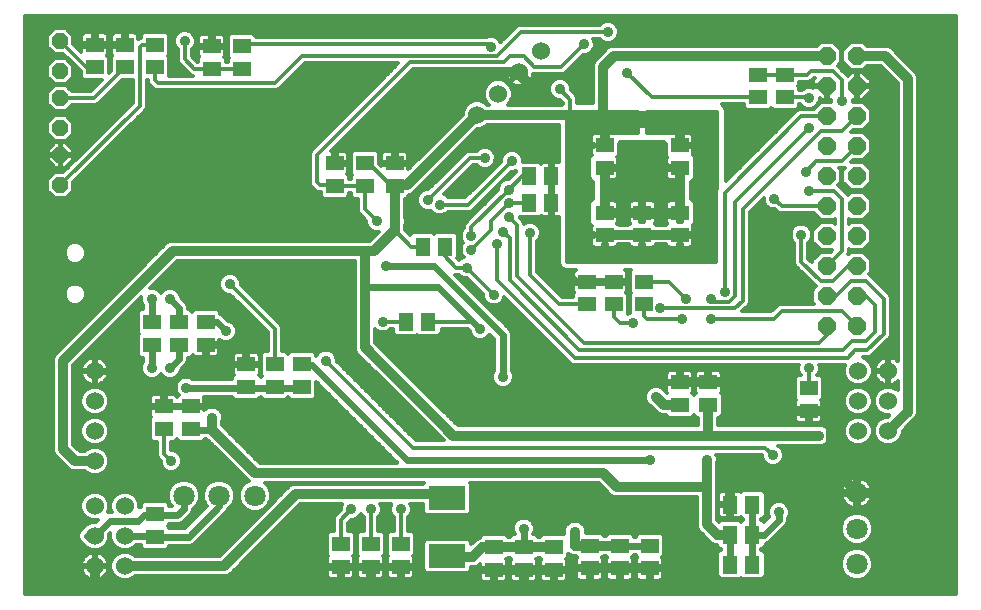
<source format=gbl>
G75*
%MOIN*%
%OFA0B0*%
%FSLAX25Y25*%
%IPPOS*%
%LPD*%
%AMOC8*
5,1,8,0,0,1.08239X$1,22.5*
%
%ADD10R,0.05906X0.05118*%
%ADD11R,0.05118X0.05906*%
%ADD12R,0.12402X0.07874*%
%ADD13OC8,0.06000*%
%ADD14OC8,0.05200*%
%ADD15C,0.07087*%
%ADD16C,0.06000*%
%ADD17C,0.03562*%
%ADD18C,0.01200*%
%ADD19C,0.02400*%
%ADD20C,0.03200*%
%ADD21C,0.05600*%
D10*
X0090406Y0072448D03*
X0090406Y0079928D03*
X0093406Y0108448D03*
X0102406Y0108448D03*
X0102406Y0115928D03*
X0093406Y0115928D03*
X0120906Y0122448D03*
X0120906Y0129928D03*
X0130406Y0129928D03*
X0139406Y0129928D03*
X0139406Y0122448D03*
X0130406Y0122448D03*
X0107406Y0136448D03*
X0107406Y0143928D03*
X0098406Y0143928D03*
X0089406Y0143928D03*
X0089406Y0136448D03*
X0098406Y0136448D03*
X0150406Y0189448D03*
X0150406Y0196928D03*
X0160406Y0196928D03*
X0170406Y0196928D03*
X0170406Y0189448D03*
X0160406Y0189448D03*
X0119406Y0228448D03*
X0119406Y0235928D03*
X0109406Y0235928D03*
X0109406Y0228448D03*
X0090406Y0228948D03*
X0080406Y0228948D03*
X0080406Y0236428D03*
X0090406Y0236428D03*
X0070406Y0236428D03*
X0070406Y0228948D03*
X0234406Y0157428D03*
X0234406Y0149948D03*
X0243406Y0149948D03*
X0253406Y0149948D03*
X0253406Y0157428D03*
X0243406Y0157428D03*
X0240406Y0172948D03*
X0240406Y0180428D03*
X0252906Y0180428D03*
X0252906Y0172948D03*
X0265406Y0172948D03*
X0265406Y0180428D03*
X0265406Y0195448D03*
X0265406Y0202928D03*
X0240406Y0202928D03*
X0240406Y0195448D03*
X0291406Y0218948D03*
X0291406Y0226428D03*
X0300406Y0226428D03*
X0300406Y0218948D03*
X0274906Y0123928D03*
X0274906Y0116448D03*
X0265406Y0116448D03*
X0265406Y0123928D03*
X0308406Y0121928D03*
X0308406Y0114448D03*
X0255406Y0069428D03*
X0255406Y0061948D03*
X0245406Y0061948D03*
X0245406Y0069428D03*
X0235406Y0069428D03*
X0235406Y0061948D03*
X0223406Y0061448D03*
X0213406Y0061448D03*
X0213406Y0068928D03*
X0223406Y0068928D03*
X0203406Y0068928D03*
X0203406Y0061448D03*
X0172406Y0062448D03*
X0172406Y0069928D03*
X0162406Y0069928D03*
X0152406Y0069928D03*
X0152406Y0062448D03*
X0162406Y0062448D03*
D11*
X0174166Y0144188D03*
X0181646Y0144188D03*
X0179666Y0169188D03*
X0187146Y0169188D03*
X0215166Y0183688D03*
X0222646Y0183688D03*
X0222646Y0192688D03*
X0215166Y0192688D03*
X0282166Y0083188D03*
X0289646Y0083188D03*
X0289646Y0073188D03*
X0282166Y0073188D03*
X0282166Y0063188D03*
X0289646Y0063188D03*
D12*
X0187906Y0066042D03*
X0187906Y0085334D03*
D13*
X0314406Y0142688D03*
X0324406Y0142688D03*
X0324406Y0152688D03*
X0314406Y0152688D03*
X0314406Y0162688D03*
X0324406Y0162688D03*
X0324406Y0172688D03*
X0314406Y0172688D03*
X0314406Y0182688D03*
X0324406Y0182688D03*
X0324406Y0192688D03*
X0314406Y0192688D03*
X0314406Y0202688D03*
X0324406Y0202688D03*
X0324406Y0212688D03*
X0314406Y0212688D03*
X0314406Y0222688D03*
X0324406Y0222688D03*
X0324406Y0232688D03*
X0314406Y0232688D03*
D14*
X0058906Y0227688D03*
X0058906Y0218688D03*
X0058906Y0208688D03*
X0058906Y0199688D03*
X0058906Y0189688D03*
X0058906Y0237688D03*
D15*
X0100095Y0086188D03*
X0111906Y0086188D03*
X0123717Y0086188D03*
X0324406Y0086999D03*
X0324406Y0075188D03*
X0324406Y0063377D03*
D16*
X0324906Y0107688D03*
X0334906Y0107688D03*
X0334906Y0117688D03*
X0324906Y0117688D03*
X0324906Y0127688D03*
X0334906Y0127688D03*
X0197800Y0213082D03*
X0204871Y0220153D03*
X0211942Y0227224D03*
X0219013Y0234295D03*
X0070406Y0127688D03*
X0070406Y0117688D03*
X0070406Y0107688D03*
X0070406Y0097688D03*
X0070406Y0082688D03*
X0080406Y0082688D03*
X0080406Y0072688D03*
X0070406Y0072688D03*
X0070406Y0062688D03*
X0080406Y0062688D03*
D17*
X0095906Y0097688D03*
X0109406Y0112188D03*
X0100906Y0122188D03*
X0095406Y0128688D03*
X0089406Y0128688D03*
X0110406Y0129688D03*
X0114156Y0140938D03*
X0095406Y0151688D03*
X0089406Y0151688D03*
X0115406Y0156688D03*
X0147406Y0131188D03*
X0166406Y0144188D03*
X0167406Y0162688D03*
X0164406Y0177688D03*
X0170406Y0177688D03*
X0181406Y0184688D03*
X0185406Y0183188D03*
X0195906Y0172688D03*
X0195906Y0168188D03*
X0194406Y0162188D03*
X0204406Y0170188D03*
X0206406Y0174188D03*
X0208406Y0179188D03*
X0208406Y0183688D03*
X0208406Y0188188D03*
X0209406Y0197688D03*
X0200406Y0198688D03*
X0230406Y0204188D03*
X0247406Y0198688D03*
X0258406Y0198688D03*
X0258406Y0188688D03*
X0247406Y0188688D03*
X0275406Y0174188D03*
X0268123Y0166688D03*
X0251406Y0166688D03*
X0237906Y0166688D03*
X0220406Y0160688D03*
X0215406Y0173688D03*
X0203406Y0153188D03*
X0198906Y0141688D03*
X0206406Y0125688D03*
X0213906Y0106188D03*
X0244406Y0089188D03*
X0255406Y0098188D03*
X0274406Y0098188D03*
X0296406Y0099688D03*
X0311906Y0106188D03*
X0308406Y0128688D03*
X0307906Y0151688D03*
X0290406Y0151688D03*
X0280406Y0154188D03*
X0275906Y0151688D03*
X0275906Y0145188D03*
X0266123Y0144972D03*
X0267406Y0151688D03*
X0258906Y0148688D03*
X0249906Y0143688D03*
X0257461Y0119133D03*
X0298406Y0080688D03*
X0230406Y0074188D03*
X0213406Y0075188D03*
X0178906Y0058688D03*
X0172406Y0081688D03*
X0162406Y0081688D03*
X0155906Y0081688D03*
X0305906Y0173188D03*
X0296906Y0185188D03*
X0308406Y0187688D03*
X0307406Y0194188D03*
X0308406Y0208688D03*
X0308406Y0218688D03*
X0319406Y0217688D03*
X0267906Y0211688D03*
X0247906Y0227188D03*
X0233406Y0236688D03*
X0241406Y0240688D03*
X0225406Y0221688D03*
X0217906Y0220688D03*
X0202406Y0235688D03*
X0190406Y0227188D03*
X0100406Y0237688D03*
D18*
X0047206Y0245888D02*
X0047206Y0053488D01*
X0357606Y0053488D01*
X0357606Y0245888D01*
X0047206Y0245888D01*
X0047206Y0245847D02*
X0357606Y0245847D01*
X0357606Y0244648D02*
X0047206Y0244648D01*
X0047206Y0243450D02*
X0239104Y0243450D01*
X0239378Y0243724D02*
X0238742Y0243088D01*
X0211929Y0243088D01*
X0211047Y0242723D01*
X0210372Y0242048D01*
X0210372Y0242048D01*
X0205617Y0237293D01*
X0205442Y0237717D01*
X0204435Y0238724D01*
X0203118Y0239269D01*
X0201694Y0239269D01*
X0201257Y0239088D01*
X0124159Y0239088D01*
X0124159Y0239233D01*
X0123105Y0240287D01*
X0115708Y0240287D01*
X0114653Y0239233D01*
X0114653Y0232624D01*
X0115089Y0232188D01*
X0114653Y0231753D01*
X0114653Y0230848D01*
X0114159Y0230848D01*
X0114159Y0231753D01*
X0113582Y0232330D01*
X0113639Y0232387D01*
X0113850Y0232752D01*
X0113959Y0233159D01*
X0113959Y0235328D01*
X0110006Y0235328D01*
X0110006Y0236528D01*
X0113959Y0236528D01*
X0113959Y0238698D01*
X0113850Y0239105D01*
X0113639Y0239470D01*
X0113341Y0239768D01*
X0112976Y0239978D01*
X0112570Y0240087D01*
X0110006Y0240087D01*
X0110006Y0236528D01*
X0108806Y0236528D01*
X0108806Y0235328D01*
X0104853Y0235328D01*
X0104853Y0233159D01*
X0104962Y0232752D01*
X0105173Y0232387D01*
X0105230Y0232330D01*
X0104653Y0231753D01*
X0104653Y0230848D01*
X0104640Y0230848D01*
X0102806Y0232682D01*
X0102806Y0235024D01*
X0103442Y0235660D01*
X0103987Y0236976D01*
X0103987Y0238400D01*
X0103442Y0239717D01*
X0102435Y0240724D01*
X0101118Y0241269D01*
X0099694Y0241269D01*
X0098378Y0240724D01*
X0097370Y0239717D01*
X0096825Y0238400D01*
X0096825Y0236976D01*
X0097370Y0235660D01*
X0098006Y0235024D01*
X0098006Y0231211D01*
X0098372Y0230329D01*
X0099047Y0229654D01*
X0102287Y0226413D01*
X0103072Y0226088D01*
X0095159Y0226088D01*
X0095159Y0232253D01*
X0094723Y0232688D01*
X0095159Y0233124D01*
X0095159Y0239733D01*
X0094105Y0240787D01*
X0086708Y0240787D01*
X0085653Y0239733D01*
X0085653Y0238822D01*
X0084959Y0238534D01*
X0084959Y0239198D01*
X0084850Y0239605D01*
X0084639Y0239970D01*
X0084341Y0240268D01*
X0083976Y0240478D01*
X0083570Y0240587D01*
X0081006Y0240587D01*
X0081006Y0237028D01*
X0079806Y0237028D01*
X0079806Y0235828D01*
X0075853Y0235828D01*
X0075853Y0233659D01*
X0075962Y0233252D01*
X0076173Y0232887D01*
X0076230Y0232830D01*
X0075653Y0232253D01*
X0075653Y0227589D01*
X0075159Y0227095D01*
X0075159Y0232253D01*
X0074582Y0232830D01*
X0074639Y0232887D01*
X0074850Y0233252D01*
X0074959Y0233659D01*
X0074959Y0235828D01*
X0071006Y0235828D01*
X0071006Y0237028D01*
X0074959Y0237028D01*
X0074959Y0239198D01*
X0074850Y0239605D01*
X0074639Y0239970D01*
X0074341Y0240268D01*
X0073976Y0240478D01*
X0073570Y0240587D01*
X0071006Y0240587D01*
X0071006Y0237028D01*
X0069806Y0237028D01*
X0069806Y0235828D01*
X0065853Y0235828D01*
X0065853Y0234135D01*
X0063306Y0236682D01*
X0063306Y0239511D01*
X0060729Y0242088D01*
X0057084Y0242088D01*
X0054506Y0239511D01*
X0054506Y0235866D01*
X0057084Y0233288D01*
X0059912Y0233288D01*
X0065653Y0227547D01*
X0065653Y0225643D01*
X0066708Y0224589D01*
X0072653Y0224589D01*
X0069152Y0221088D01*
X0062729Y0221088D01*
X0060729Y0223088D01*
X0057084Y0223088D01*
X0054506Y0220511D01*
X0054506Y0216866D01*
X0057084Y0214288D01*
X0060729Y0214288D01*
X0062729Y0216288D01*
X0070624Y0216288D01*
X0071506Y0216654D01*
X0072181Y0217329D01*
X0079441Y0224589D01*
X0083006Y0224589D01*
X0083006Y0217182D01*
X0059912Y0194088D01*
X0057084Y0194088D01*
X0054506Y0191511D01*
X0054506Y0187866D01*
X0057084Y0185288D01*
X0060729Y0185288D01*
X0063306Y0187866D01*
X0063306Y0190694D01*
X0086766Y0214154D01*
X0087441Y0214829D01*
X0087806Y0215711D01*
X0087806Y0224589D01*
X0088006Y0224589D01*
X0088006Y0224211D01*
X0088372Y0223329D01*
X0089372Y0222329D01*
X0090047Y0221654D01*
X0090929Y0221288D01*
X0130884Y0221288D01*
X0131766Y0221654D01*
X0140400Y0230288D01*
X0171612Y0230288D01*
X0143047Y0201723D01*
X0143047Y0201723D01*
X0142372Y0201048D01*
X0142006Y0200166D01*
X0142006Y0190211D01*
X0142372Y0189329D01*
X0143372Y0188329D01*
X0144047Y0187654D01*
X0144929Y0187288D01*
X0145653Y0187288D01*
X0145653Y0186143D01*
X0146708Y0185089D01*
X0154105Y0185089D01*
X0155159Y0186143D01*
X0155159Y0187048D01*
X0155653Y0187048D01*
X0155653Y0186143D01*
X0156708Y0185089D01*
X0158006Y0185089D01*
X0158006Y0181211D01*
X0158372Y0180329D01*
X0160825Y0177875D01*
X0160825Y0176976D01*
X0161370Y0175660D01*
X0162378Y0174652D01*
X0163694Y0174107D01*
X0165017Y0174107D01*
X0161998Y0171088D01*
X0095730Y0171088D01*
X0094480Y0170571D01*
X0093524Y0169614D01*
X0057024Y0133114D01*
X0056506Y0131864D01*
X0056506Y0101012D01*
X0057024Y0099762D01*
X0061024Y0095762D01*
X0061980Y0094806D01*
X0063230Y0094288D01*
X0067018Y0094288D01*
X0067687Y0093619D01*
X0069451Y0092888D01*
X0071361Y0092888D01*
X0073125Y0093619D01*
X0074475Y0094969D01*
X0075206Y0096733D01*
X0075206Y0098643D01*
X0074475Y0100407D01*
X0073125Y0101757D01*
X0071361Y0102488D01*
X0069451Y0102488D01*
X0067687Y0101757D01*
X0067018Y0101088D01*
X0065314Y0101088D01*
X0063306Y0103096D01*
X0063306Y0129780D01*
X0085825Y0152299D01*
X0085825Y0150976D01*
X0086370Y0149660D01*
X0086406Y0149624D01*
X0086406Y0148287D01*
X0085708Y0148287D01*
X0084653Y0147233D01*
X0084653Y0140624D01*
X0085089Y0140188D01*
X0084653Y0139753D01*
X0084653Y0133143D01*
X0085708Y0132089D01*
X0086406Y0132089D01*
X0086406Y0130753D01*
X0086370Y0130717D01*
X0085825Y0129400D01*
X0085825Y0127976D01*
X0086370Y0126660D01*
X0087378Y0125652D01*
X0088694Y0125107D01*
X0090118Y0125107D01*
X0091435Y0125652D01*
X0092406Y0126624D01*
X0093378Y0125652D01*
X0094694Y0125107D01*
X0096118Y0125107D01*
X0097435Y0125652D01*
X0098442Y0126660D01*
X0098987Y0127976D01*
X0098987Y0128027D01*
X0100949Y0129989D01*
X0101406Y0131091D01*
X0101406Y0132089D01*
X0102105Y0132089D01*
X0103081Y0133066D01*
X0103173Y0132907D01*
X0103471Y0132609D01*
X0103836Y0132398D01*
X0104243Y0132289D01*
X0106806Y0132289D01*
X0106806Y0135848D01*
X0108006Y0135848D01*
X0108006Y0132289D01*
X0110570Y0132289D01*
X0110976Y0132398D01*
X0111341Y0132609D01*
X0111639Y0132907D01*
X0111850Y0133271D01*
X0111959Y0133678D01*
X0111959Y0135848D01*
X0108006Y0135848D01*
X0108006Y0137048D01*
X0111959Y0137048D01*
X0111959Y0138071D01*
X0112128Y0137902D01*
X0113444Y0137357D01*
X0114868Y0137357D01*
X0116185Y0137902D01*
X0117192Y0138910D01*
X0117737Y0140226D01*
X0117737Y0141650D01*
X0117192Y0142967D01*
X0116185Y0143974D01*
X0114868Y0144519D01*
X0114818Y0144519D01*
X0112865Y0146472D01*
X0112159Y0146764D01*
X0112159Y0147233D01*
X0111105Y0148287D01*
X0103708Y0148287D01*
X0102906Y0147486D01*
X0102105Y0148287D01*
X0101406Y0148287D01*
X0101406Y0149285D01*
X0100949Y0150388D01*
X0098987Y0152350D01*
X0098987Y0152400D01*
X0098442Y0153717D01*
X0097435Y0154724D01*
X0096118Y0155269D01*
X0094694Y0155269D01*
X0093378Y0154724D01*
X0092406Y0153753D01*
X0091435Y0154724D01*
X0090118Y0155269D01*
X0088796Y0155269D01*
X0097814Y0164288D01*
X0157006Y0164288D01*
X0157006Y0135012D01*
X0157524Y0133762D01*
X0158480Y0132806D01*
X0158480Y0132806D01*
X0186698Y0104588D01*
X0177400Y0104588D01*
X0150987Y0131001D01*
X0150987Y0131900D01*
X0150442Y0133217D01*
X0149435Y0134224D01*
X0148118Y0134769D01*
X0146694Y0134769D01*
X0145378Y0134224D01*
X0144370Y0133217D01*
X0144159Y0132706D01*
X0144159Y0133233D01*
X0143105Y0134287D01*
X0135708Y0134287D01*
X0134906Y0133486D01*
X0134105Y0134287D01*
X0132806Y0134287D01*
X0132806Y0142166D01*
X0132441Y0143048D01*
X0118987Y0156501D01*
X0118987Y0157400D01*
X0118442Y0158717D01*
X0117435Y0159724D01*
X0116118Y0160269D01*
X0114694Y0160269D01*
X0113378Y0159724D01*
X0112370Y0158717D01*
X0111825Y0157400D01*
X0111825Y0155976D01*
X0112370Y0154660D01*
X0113378Y0153652D01*
X0114694Y0153107D01*
X0115593Y0153107D01*
X0128006Y0140694D01*
X0128006Y0134287D01*
X0126708Y0134287D01*
X0125653Y0133233D01*
X0125653Y0126624D01*
X0126089Y0126188D01*
X0125656Y0125755D01*
X0125082Y0126330D01*
X0125139Y0126387D01*
X0125350Y0126752D01*
X0125459Y0127159D01*
X0125459Y0129328D01*
X0121506Y0129328D01*
X0121506Y0130528D01*
X0125459Y0130528D01*
X0125459Y0132698D01*
X0125350Y0133105D01*
X0125139Y0133470D01*
X0124841Y0133768D01*
X0124476Y0133978D01*
X0124070Y0134087D01*
X0121506Y0134087D01*
X0121506Y0130528D01*
X0120306Y0130528D01*
X0120306Y0129328D01*
X0116353Y0129328D01*
X0116353Y0127159D01*
X0116462Y0126752D01*
X0116673Y0126387D01*
X0116730Y0126330D01*
X0116153Y0125753D01*
X0116153Y0125188D01*
X0102971Y0125188D01*
X0102935Y0125224D01*
X0101618Y0125769D01*
X0100194Y0125769D01*
X0098878Y0125224D01*
X0097870Y0124217D01*
X0097325Y0122900D01*
X0097325Y0121476D01*
X0097870Y0120160D01*
X0098367Y0119663D01*
X0098173Y0119470D01*
X0097962Y0119105D01*
X0097906Y0118895D01*
X0097850Y0119105D01*
X0097639Y0119470D01*
X0097341Y0119768D01*
X0096976Y0119978D01*
X0096570Y0120087D01*
X0094006Y0120087D01*
X0094006Y0116528D01*
X0097959Y0116528D01*
X0101806Y0116528D01*
X0101806Y0115328D01*
X0094006Y0115328D01*
X0094006Y0116528D01*
X0092806Y0116528D01*
X0092806Y0115328D01*
X0088853Y0115328D01*
X0088853Y0113159D01*
X0088962Y0112752D01*
X0089173Y0112387D01*
X0089230Y0112330D01*
X0088653Y0111753D01*
X0088653Y0105143D01*
X0089708Y0104089D01*
X0091006Y0104089D01*
X0091006Y0099711D01*
X0091372Y0098829D01*
X0092047Y0098154D01*
X0092325Y0097875D01*
X0092325Y0096976D01*
X0092870Y0095660D01*
X0093878Y0094652D01*
X0095194Y0094107D01*
X0096618Y0094107D01*
X0097935Y0094652D01*
X0098942Y0095660D01*
X0099487Y0096976D01*
X0099487Y0098400D01*
X0098942Y0099717D01*
X0097935Y0100724D01*
X0096618Y0101269D01*
X0095806Y0101269D01*
X0095806Y0104089D01*
X0097105Y0104089D01*
X0097906Y0104891D01*
X0098708Y0104089D01*
X0106105Y0104089D01*
X0107159Y0105143D01*
X0107159Y0105188D01*
X0107598Y0105188D01*
X0121665Y0091121D01*
X0120690Y0090718D01*
X0119187Y0089215D01*
X0118374Y0087251D01*
X0118374Y0085125D01*
X0119187Y0083161D01*
X0120690Y0081658D01*
X0122654Y0080845D01*
X0124780Y0080845D01*
X0126744Y0081658D01*
X0128247Y0083161D01*
X0129060Y0085125D01*
X0129060Y0087251D01*
X0128247Y0089215D01*
X0127174Y0090288D01*
X0180177Y0090288D01*
X0179977Y0090088D01*
X0136730Y0090088D01*
X0135480Y0089571D01*
X0134524Y0088614D01*
X0111998Y0066088D01*
X0083794Y0066088D01*
X0083125Y0066757D01*
X0081361Y0067488D01*
X0079451Y0067488D01*
X0077687Y0066757D01*
X0076337Y0065407D01*
X0075606Y0063643D01*
X0075606Y0061733D01*
X0076337Y0059969D01*
X0077687Y0058619D01*
X0079451Y0057888D01*
X0081361Y0057888D01*
X0083125Y0058619D01*
X0083794Y0059288D01*
X0114082Y0059288D01*
X0115332Y0059806D01*
X0138814Y0083288D01*
X0152693Y0083288D01*
X0152325Y0082400D01*
X0152325Y0081501D01*
X0150372Y0079548D01*
X0150006Y0078666D01*
X0150006Y0074287D01*
X0148708Y0074287D01*
X0147653Y0073233D01*
X0147653Y0066624D01*
X0148230Y0066047D01*
X0148173Y0065989D01*
X0147962Y0065625D01*
X0147853Y0065218D01*
X0147853Y0063048D01*
X0151806Y0063048D01*
X0151806Y0061848D01*
X0147853Y0061848D01*
X0147853Y0059678D01*
X0147962Y0059271D01*
X0148173Y0058907D01*
X0148471Y0058609D01*
X0148836Y0058398D01*
X0149243Y0058289D01*
X0151806Y0058289D01*
X0151806Y0061848D01*
X0153006Y0061848D01*
X0153006Y0058289D01*
X0155570Y0058289D01*
X0155976Y0058398D01*
X0156341Y0058609D01*
X0156639Y0058907D01*
X0156850Y0059271D01*
X0156959Y0059678D01*
X0156959Y0061848D01*
X0153006Y0061848D01*
X0153006Y0063048D01*
X0156959Y0063048D01*
X0156959Y0065218D01*
X0156850Y0065625D01*
X0156639Y0065989D01*
X0156582Y0066047D01*
X0157159Y0066624D01*
X0157159Y0073233D01*
X0156105Y0074287D01*
X0154806Y0074287D01*
X0154806Y0077194D01*
X0155719Y0078107D01*
X0156618Y0078107D01*
X0157935Y0078652D01*
X0158942Y0079660D01*
X0159156Y0080177D01*
X0159370Y0079660D01*
X0160006Y0079024D01*
X0160006Y0074287D01*
X0158708Y0074287D01*
X0157653Y0073233D01*
X0157653Y0066624D01*
X0158230Y0066047D01*
X0158173Y0065989D01*
X0157962Y0065625D01*
X0157853Y0065218D01*
X0157853Y0063048D01*
X0161806Y0063048D01*
X0161806Y0061848D01*
X0157853Y0061848D01*
X0157853Y0059678D01*
X0157962Y0059271D01*
X0158173Y0058907D01*
X0158471Y0058609D01*
X0158836Y0058398D01*
X0159243Y0058289D01*
X0161806Y0058289D01*
X0161806Y0061848D01*
X0163006Y0061848D01*
X0163006Y0058289D01*
X0165570Y0058289D01*
X0165976Y0058398D01*
X0166341Y0058609D01*
X0166639Y0058907D01*
X0166850Y0059271D01*
X0166959Y0059678D01*
X0166959Y0061848D01*
X0163006Y0061848D01*
X0163006Y0063048D01*
X0166959Y0063048D01*
X0166959Y0065218D01*
X0166850Y0065625D01*
X0166639Y0065989D01*
X0166582Y0066047D01*
X0167159Y0066624D01*
X0167159Y0073233D01*
X0166105Y0074287D01*
X0164806Y0074287D01*
X0164806Y0079024D01*
X0165442Y0079660D01*
X0165987Y0080976D01*
X0165987Y0082400D01*
X0165620Y0083288D01*
X0169193Y0083288D01*
X0168825Y0082400D01*
X0168825Y0080976D01*
X0169370Y0079660D01*
X0170006Y0079024D01*
X0170006Y0074287D01*
X0168708Y0074287D01*
X0167653Y0073233D01*
X0167653Y0066624D01*
X0168230Y0066047D01*
X0168173Y0065989D01*
X0167962Y0065625D01*
X0167853Y0065218D01*
X0167853Y0063048D01*
X0171806Y0063048D01*
X0171806Y0061848D01*
X0167853Y0061848D01*
X0167853Y0059678D01*
X0167962Y0059271D01*
X0168173Y0058907D01*
X0168471Y0058609D01*
X0168836Y0058398D01*
X0169243Y0058289D01*
X0171806Y0058289D01*
X0171806Y0061848D01*
X0173006Y0061848D01*
X0173006Y0058289D01*
X0175570Y0058289D01*
X0175976Y0058398D01*
X0176341Y0058609D01*
X0176639Y0058907D01*
X0176850Y0059271D01*
X0176959Y0059678D01*
X0176959Y0061848D01*
X0173006Y0061848D01*
X0173006Y0063048D01*
X0176959Y0063048D01*
X0176959Y0065218D01*
X0176850Y0065625D01*
X0176639Y0065989D01*
X0176582Y0066047D01*
X0177159Y0066624D01*
X0177159Y0073233D01*
X0176105Y0074287D01*
X0174806Y0074287D01*
X0174806Y0079024D01*
X0175442Y0079660D01*
X0175987Y0080976D01*
X0175987Y0082400D01*
X0175620Y0083288D01*
X0179905Y0083288D01*
X0179905Y0080651D01*
X0180960Y0079597D01*
X0194853Y0079597D01*
X0195907Y0080651D01*
X0195907Y0090016D01*
X0195635Y0090288D01*
X0238498Y0090288D01*
X0241189Y0087597D01*
X0241370Y0087160D01*
X0242378Y0086152D01*
X0243694Y0085607D01*
X0245118Y0085607D01*
X0245556Y0085788D01*
X0271006Y0085788D01*
X0271006Y0076012D01*
X0271524Y0074762D01*
X0272480Y0073806D01*
X0275980Y0070306D01*
X0277230Y0069788D01*
X0277807Y0069788D01*
X0277807Y0069490D01*
X0278861Y0068435D01*
X0279166Y0068435D01*
X0279166Y0067941D01*
X0278861Y0067941D01*
X0277807Y0066887D01*
X0277807Y0059490D01*
X0278861Y0058435D01*
X0285471Y0058435D01*
X0285906Y0058871D01*
X0286342Y0058435D01*
X0292951Y0058435D01*
X0294005Y0059490D01*
X0294005Y0066887D01*
X0292951Y0067941D01*
X0292646Y0067941D01*
X0292646Y0068435D01*
X0292951Y0068435D01*
X0294005Y0069490D01*
X0294005Y0070189D01*
X0295106Y0070645D01*
X0300106Y0075645D01*
X0300949Y0076489D01*
X0301406Y0077591D01*
X0301406Y0078624D01*
X0301442Y0078660D01*
X0301987Y0079976D01*
X0301987Y0081400D01*
X0301442Y0082717D01*
X0300435Y0083724D01*
X0299118Y0084269D01*
X0297694Y0084269D01*
X0296378Y0083724D01*
X0295370Y0082717D01*
X0294825Y0081400D01*
X0294825Y0079976D01*
X0295155Y0079180D01*
X0293434Y0077458D01*
X0292951Y0077941D01*
X0292646Y0077941D01*
X0292646Y0078435D01*
X0292951Y0078435D01*
X0294005Y0079490D01*
X0294005Y0086887D01*
X0292951Y0087941D01*
X0286342Y0087941D01*
X0285765Y0087364D01*
X0285707Y0087421D01*
X0285343Y0087632D01*
X0284936Y0087741D01*
X0282766Y0087741D01*
X0282766Y0083788D01*
X0281566Y0083788D01*
X0281566Y0082588D01*
X0282766Y0082588D01*
X0282766Y0078635D01*
X0284936Y0078635D01*
X0285343Y0078744D01*
X0285707Y0078955D01*
X0285765Y0079012D01*
X0286342Y0078435D01*
X0286646Y0078435D01*
X0286646Y0077941D01*
X0286342Y0077941D01*
X0285906Y0077505D01*
X0285471Y0077941D01*
X0278861Y0077941D01*
X0278412Y0077491D01*
X0277806Y0078096D01*
X0277806Y0097039D01*
X0277987Y0097476D01*
X0277987Y0098900D01*
X0277620Y0099788D01*
X0292825Y0099788D01*
X0292825Y0098976D01*
X0293370Y0097660D01*
X0294378Y0096652D01*
X0295694Y0096107D01*
X0297118Y0096107D01*
X0298435Y0096652D01*
X0299442Y0097660D01*
X0299987Y0098976D01*
X0299987Y0100400D01*
X0299442Y0101717D01*
X0298435Y0102724D01*
X0298280Y0102788D01*
X0310757Y0102788D01*
X0311194Y0102607D01*
X0312618Y0102607D01*
X0313935Y0103152D01*
X0314942Y0104160D01*
X0315487Y0105476D01*
X0315487Y0106900D01*
X0314942Y0108217D01*
X0313935Y0109224D01*
X0312618Y0109769D01*
X0311194Y0109769D01*
X0310757Y0109588D01*
X0278306Y0109588D01*
X0278306Y0112089D01*
X0278605Y0112089D01*
X0279659Y0113143D01*
X0279659Y0119753D01*
X0279082Y0120330D01*
X0279139Y0120387D01*
X0279350Y0120752D01*
X0279459Y0121159D01*
X0279459Y0123328D01*
X0275506Y0123328D01*
X0275506Y0124528D01*
X0279459Y0124528D01*
X0279459Y0126698D01*
X0279350Y0127105D01*
X0279139Y0127470D01*
X0278841Y0127768D01*
X0278476Y0127978D01*
X0278070Y0128087D01*
X0275506Y0128087D01*
X0275506Y0124528D01*
X0274306Y0124528D01*
X0274306Y0123328D01*
X0270353Y0123328D01*
X0270353Y0121159D01*
X0270462Y0120752D01*
X0270673Y0120387D01*
X0270730Y0120330D01*
X0270156Y0119755D01*
X0269582Y0120330D01*
X0269639Y0120387D01*
X0269850Y0120752D01*
X0269959Y0121159D01*
X0269959Y0123328D01*
X0266006Y0123328D01*
X0266006Y0124528D01*
X0269959Y0124528D01*
X0269959Y0126698D01*
X0269850Y0127105D01*
X0269639Y0127470D01*
X0269341Y0127768D01*
X0268976Y0127978D01*
X0268570Y0128087D01*
X0266006Y0128087D01*
X0266006Y0124528D01*
X0264806Y0124528D01*
X0264806Y0123328D01*
X0260853Y0123328D01*
X0260853Y0121159D01*
X0260962Y0120752D01*
X0261173Y0120387D01*
X0261230Y0120330D01*
X0261152Y0120251D01*
X0260678Y0120724D01*
X0260497Y0121162D01*
X0259490Y0122169D01*
X0258174Y0122714D01*
X0256749Y0122714D01*
X0255433Y0122169D01*
X0254425Y0121162D01*
X0253880Y0119845D01*
X0253880Y0118421D01*
X0254425Y0117105D01*
X0255433Y0116097D01*
X0255870Y0115916D01*
X0258220Y0113566D01*
X0259470Y0113048D01*
X0260749Y0113048D01*
X0261708Y0112089D01*
X0269105Y0112089D01*
X0270156Y0113141D01*
X0271208Y0112089D01*
X0271506Y0112089D01*
X0271506Y0109588D01*
X0215056Y0109588D01*
X0214618Y0109769D01*
X0213194Y0109769D01*
X0212757Y0109588D01*
X0191314Y0109588D01*
X0163806Y0137096D01*
X0163806Y0141724D01*
X0164378Y0141152D01*
X0165694Y0140607D01*
X0167118Y0140607D01*
X0168435Y0141152D01*
X0169071Y0141788D01*
X0169807Y0141788D01*
X0169807Y0140490D01*
X0170861Y0139435D01*
X0177471Y0139435D01*
X0177906Y0139871D01*
X0178342Y0139435D01*
X0184951Y0139435D01*
X0186005Y0140490D01*
X0186005Y0141788D01*
X0194564Y0141788D01*
X0194707Y0141645D01*
X0195325Y0141027D01*
X0195325Y0140976D01*
X0195870Y0139660D01*
X0196878Y0138652D01*
X0198194Y0138107D01*
X0199618Y0138107D01*
X0200935Y0138652D01*
X0201942Y0139660D01*
X0202015Y0139836D01*
X0203406Y0138446D01*
X0203406Y0127753D01*
X0203370Y0127717D01*
X0202825Y0126400D01*
X0202825Y0124976D01*
X0203370Y0123660D01*
X0204378Y0122652D01*
X0205694Y0122107D01*
X0207118Y0122107D01*
X0208435Y0122652D01*
X0209442Y0123660D01*
X0209987Y0124976D01*
X0209987Y0126400D01*
X0209442Y0127717D01*
X0209406Y0127753D01*
X0209406Y0140285D01*
X0208949Y0141388D01*
X0208106Y0142231D01*
X0208106Y0142231D01*
X0190549Y0159788D01*
X0191742Y0159788D01*
X0192378Y0159152D01*
X0193694Y0158607D01*
X0194593Y0158607D01*
X0199825Y0153375D01*
X0199825Y0152476D01*
X0200370Y0151160D01*
X0201378Y0150152D01*
X0202694Y0149607D01*
X0204118Y0149607D01*
X0205435Y0150152D01*
X0206442Y0151160D01*
X0206910Y0152290D01*
X0228372Y0130829D01*
X0229047Y0130154D01*
X0229929Y0129788D01*
X0304986Y0129788D01*
X0304825Y0129400D01*
X0304825Y0127976D01*
X0305370Y0126660D01*
X0305743Y0126287D01*
X0304708Y0126287D01*
X0303653Y0125233D01*
X0303653Y0118624D01*
X0304230Y0118047D01*
X0304173Y0117989D01*
X0303962Y0117625D01*
X0303853Y0117218D01*
X0303853Y0115048D01*
X0307806Y0115048D01*
X0307806Y0113848D01*
X0303853Y0113848D01*
X0303853Y0111678D01*
X0303962Y0111271D01*
X0304173Y0110907D01*
X0304471Y0110609D01*
X0304836Y0110398D01*
X0305243Y0110289D01*
X0307806Y0110289D01*
X0307806Y0113848D01*
X0309006Y0113848D01*
X0309006Y0110289D01*
X0311570Y0110289D01*
X0311976Y0110398D01*
X0312341Y0110609D01*
X0312639Y0110907D01*
X0312850Y0111271D01*
X0312959Y0111678D01*
X0312959Y0113848D01*
X0309006Y0113848D01*
X0309006Y0115048D01*
X0312959Y0115048D01*
X0312959Y0117218D01*
X0312850Y0117625D01*
X0312639Y0117989D01*
X0312582Y0118047D01*
X0313159Y0118624D01*
X0313159Y0125233D01*
X0312105Y0126287D01*
X0311070Y0126287D01*
X0311442Y0126660D01*
X0311987Y0127976D01*
X0311987Y0129400D01*
X0311827Y0129788D01*
X0320581Y0129788D01*
X0320106Y0128643D01*
X0320106Y0126733D01*
X0320837Y0124969D01*
X0322187Y0123619D01*
X0323951Y0122888D01*
X0325861Y0122888D01*
X0327625Y0123619D01*
X0328975Y0124969D01*
X0329706Y0126733D01*
X0329706Y0128643D01*
X0328975Y0130407D01*
X0327625Y0131757D01*
X0326344Y0132288D01*
X0328384Y0132288D01*
X0329266Y0132654D01*
X0335441Y0138829D01*
X0335806Y0139711D01*
X0335806Y0152166D01*
X0335441Y0153048D01*
X0329441Y0159048D01*
X0328766Y0159723D01*
X0328386Y0159880D01*
X0329206Y0160700D01*
X0329206Y0164676D01*
X0326394Y0167488D01*
X0322418Y0167488D01*
X0321570Y0166640D01*
X0321806Y0167211D01*
X0321806Y0168500D01*
X0322418Y0167888D01*
X0326394Y0167888D01*
X0329206Y0170700D01*
X0329206Y0174676D01*
X0326394Y0177488D01*
X0322418Y0177488D01*
X0321806Y0176876D01*
X0321806Y0178500D01*
X0322418Y0177888D01*
X0326394Y0177888D01*
X0329206Y0180700D01*
X0329206Y0184676D01*
X0326394Y0187488D01*
X0322418Y0187488D01*
X0321452Y0186522D01*
X0321441Y0186548D01*
X0318266Y0189723D01*
X0318240Y0189734D01*
X0319206Y0190700D01*
X0319206Y0194676D01*
X0318594Y0195288D01*
X0319884Y0195288D01*
X0320454Y0195525D01*
X0319606Y0194676D01*
X0319606Y0190700D01*
X0322418Y0187888D01*
X0326394Y0187888D01*
X0329206Y0190700D01*
X0329206Y0194676D01*
X0326394Y0197488D01*
X0322600Y0197488D01*
X0323000Y0197888D01*
X0326394Y0197888D01*
X0329206Y0200700D01*
X0329206Y0204676D01*
X0326394Y0207488D01*
X0322600Y0207488D01*
X0323000Y0207888D01*
X0326394Y0207888D01*
X0329206Y0210700D01*
X0329206Y0214676D01*
X0326394Y0217488D01*
X0322987Y0217488D01*
X0322987Y0218088D01*
X0324006Y0218088D01*
X0324006Y0222288D01*
X0324806Y0222288D01*
X0324806Y0218088D01*
X0326312Y0218088D01*
X0329006Y0220783D01*
X0329006Y0222288D01*
X0324806Y0222288D01*
X0324806Y0223088D01*
X0324006Y0223088D01*
X0324006Y0227288D01*
X0322501Y0227288D01*
X0321351Y0226138D01*
X0320766Y0226723D01*
X0317997Y0229491D01*
X0319206Y0230700D01*
X0319206Y0234676D01*
X0316394Y0237488D01*
X0312418Y0237488D01*
X0311018Y0236088D01*
X0242730Y0236088D01*
X0241480Y0235571D01*
X0237024Y0231114D01*
X0236506Y0229864D01*
X0236506Y0216988D01*
X0231306Y0216988D01*
X0231306Y0218666D01*
X0230941Y0219548D01*
X0228987Y0221501D01*
X0228987Y0222400D01*
X0228442Y0223717D01*
X0227435Y0224724D01*
X0226118Y0225269D01*
X0224694Y0225269D01*
X0223378Y0224724D01*
X0222370Y0223717D01*
X0221825Y0222400D01*
X0221825Y0220976D01*
X0222370Y0219660D01*
X0223378Y0218652D01*
X0224694Y0218107D01*
X0225593Y0218107D01*
X0226506Y0217194D01*
X0226506Y0216639D01*
X0226320Y0216562D01*
X0226240Y0216482D01*
X0207988Y0216482D01*
X0208940Y0217434D01*
X0209671Y0219198D01*
X0209671Y0221107D01*
X0208940Y0222872D01*
X0207590Y0224222D01*
X0205825Y0224953D01*
X0203916Y0224953D01*
X0202152Y0224222D01*
X0200801Y0222872D01*
X0200071Y0221107D01*
X0200071Y0219198D01*
X0200801Y0217434D01*
X0201753Y0216482D01*
X0201188Y0216482D01*
X0200519Y0217151D01*
X0198754Y0217882D01*
X0196845Y0217882D01*
X0195081Y0217151D01*
X0193730Y0215801D01*
X0193000Y0214036D01*
X0193000Y0213090D01*
X0174959Y0195049D01*
X0174959Y0196328D01*
X0171006Y0196328D01*
X0171006Y0197528D01*
X0174959Y0197528D01*
X0174959Y0199698D01*
X0174850Y0200105D01*
X0174639Y0200470D01*
X0174341Y0200768D01*
X0173976Y0200978D01*
X0173570Y0201087D01*
X0171006Y0201087D01*
X0171006Y0197528D01*
X0169806Y0197528D01*
X0169806Y0196328D01*
X0165853Y0196328D01*
X0165853Y0196135D01*
X0165159Y0196830D01*
X0165159Y0200233D01*
X0164105Y0201287D01*
X0156708Y0201287D01*
X0155653Y0200233D01*
X0155653Y0193624D01*
X0156089Y0193188D01*
X0155653Y0192753D01*
X0155653Y0191848D01*
X0155159Y0191848D01*
X0155159Y0192753D01*
X0154582Y0193330D01*
X0154639Y0193387D01*
X0154850Y0193752D01*
X0154959Y0194159D01*
X0154959Y0196328D01*
X0151006Y0196328D01*
X0151006Y0197528D01*
X0154959Y0197528D01*
X0154959Y0199698D01*
X0154850Y0200105D01*
X0154639Y0200470D01*
X0154341Y0200768D01*
X0153976Y0200978D01*
X0153570Y0201087D01*
X0151006Y0201087D01*
X0151006Y0197528D01*
X0149806Y0197528D01*
X0149806Y0201087D01*
X0149199Y0201087D01*
X0176400Y0228288D01*
X0207384Y0228288D01*
X0207461Y0228320D01*
X0207455Y0228301D01*
X0207342Y0227586D01*
X0207342Y0226862D01*
X0207455Y0226147D01*
X0207679Y0225458D01*
X0208007Y0224813D01*
X0208410Y0224258D01*
X0211376Y0227224D01*
X0211942Y0226658D01*
X0212507Y0227224D01*
X0215473Y0224258D01*
X0215876Y0224813D01*
X0216205Y0225458D01*
X0216428Y0226147D01*
X0216530Y0226788D01*
X0226384Y0226788D01*
X0227266Y0227154D01*
X0227941Y0227829D01*
X0233219Y0233107D01*
X0234118Y0233107D01*
X0235435Y0233652D01*
X0236442Y0234660D01*
X0236987Y0235976D01*
X0236987Y0237400D01*
X0236620Y0238288D01*
X0238742Y0238288D01*
X0239378Y0237652D01*
X0240694Y0237107D01*
X0242118Y0237107D01*
X0243435Y0237652D01*
X0244442Y0238660D01*
X0244987Y0239976D01*
X0244987Y0241400D01*
X0244442Y0242717D01*
X0243435Y0243724D01*
X0242118Y0244269D01*
X0240694Y0244269D01*
X0239378Y0243724D01*
X0241406Y0240688D02*
X0212406Y0240688D01*
X0204406Y0232688D01*
X0139406Y0232688D01*
X0130406Y0223688D01*
X0091406Y0223688D01*
X0090406Y0224688D01*
X0090406Y0228948D01*
X0088006Y0224274D02*
X0087806Y0224274D01*
X0087806Y0223075D02*
X0088625Y0223075D01*
X0087806Y0221877D02*
X0089823Y0221877D01*
X0087806Y0220678D02*
X0162002Y0220678D01*
X0160804Y0219480D02*
X0087806Y0219480D01*
X0087806Y0218281D02*
X0159605Y0218281D01*
X0158407Y0217083D02*
X0087806Y0217083D01*
X0087806Y0215884D02*
X0157208Y0215884D01*
X0156010Y0214686D02*
X0087298Y0214686D01*
X0086766Y0214154D02*
X0086766Y0214154D01*
X0086099Y0213487D02*
X0154811Y0213487D01*
X0153613Y0212289D02*
X0084901Y0212289D01*
X0083702Y0211090D02*
X0152414Y0211090D01*
X0151216Y0209892D02*
X0082504Y0209892D01*
X0081305Y0208693D02*
X0150017Y0208693D01*
X0148819Y0207495D02*
X0080107Y0207495D01*
X0078908Y0206296D02*
X0147620Y0206296D01*
X0146422Y0205098D02*
X0077710Y0205098D01*
X0076511Y0203899D02*
X0145223Y0203899D01*
X0144024Y0202701D02*
X0075313Y0202701D01*
X0074114Y0201502D02*
X0142826Y0201502D01*
X0142063Y0200304D02*
X0072916Y0200304D01*
X0071717Y0199105D02*
X0142006Y0199105D01*
X0142006Y0197907D02*
X0070519Y0197907D01*
X0069320Y0196708D02*
X0142006Y0196708D01*
X0142006Y0195510D02*
X0068122Y0195510D01*
X0066923Y0194311D02*
X0142006Y0194311D01*
X0142006Y0193112D02*
X0065725Y0193112D01*
X0064526Y0191914D02*
X0142006Y0191914D01*
X0142006Y0190715D02*
X0063328Y0190715D01*
X0063306Y0189517D02*
X0142294Y0189517D01*
X0143372Y0188329D02*
X0143372Y0188329D01*
X0143382Y0188318D02*
X0063306Y0188318D01*
X0062560Y0187120D02*
X0145653Y0187120D01*
X0145875Y0185921D02*
X0061362Y0185921D01*
X0058906Y0189688D02*
X0085406Y0216188D01*
X0085406Y0235688D01*
X0086146Y0236428D01*
X0090406Y0236428D01*
X0085253Y0238656D02*
X0084959Y0238656D01*
X0084706Y0239854D02*
X0085775Y0239854D01*
X0081006Y0239854D02*
X0079806Y0239854D01*
X0079806Y0240587D02*
X0077243Y0240587D01*
X0076836Y0240478D01*
X0076471Y0240268D01*
X0076173Y0239970D01*
X0075962Y0239605D01*
X0075853Y0239198D01*
X0075853Y0237028D01*
X0079806Y0237028D01*
X0079806Y0240587D01*
X0079806Y0238656D02*
X0081006Y0238656D01*
X0081006Y0237457D02*
X0079806Y0237457D01*
X0080406Y0236428D02*
X0080406Y0244688D01*
X0070406Y0244688D01*
X0070406Y0236428D01*
X0069806Y0236259D02*
X0063730Y0236259D01*
X0063306Y0237457D02*
X0065853Y0237457D01*
X0065853Y0237028D02*
X0069806Y0237028D01*
X0069806Y0240587D01*
X0067243Y0240587D01*
X0066836Y0240478D01*
X0066471Y0240268D01*
X0066173Y0239970D01*
X0065962Y0239605D01*
X0065853Y0239198D01*
X0065853Y0237028D01*
X0065853Y0238656D02*
X0063306Y0238656D01*
X0062962Y0239854D02*
X0066106Y0239854D01*
X0069806Y0239854D02*
X0071006Y0239854D01*
X0071006Y0238656D02*
X0069806Y0238656D01*
X0069806Y0237457D02*
X0071006Y0237457D01*
X0071006Y0236259D02*
X0079806Y0236259D01*
X0076064Y0232663D02*
X0074748Y0232663D01*
X0074959Y0233862D02*
X0075853Y0233862D01*
X0075853Y0235060D02*
X0074959Y0235060D01*
X0074959Y0237457D02*
X0075853Y0237457D01*
X0075853Y0238656D02*
X0074959Y0238656D01*
X0074706Y0239854D02*
X0076106Y0239854D01*
X0080406Y0244688D02*
X0109406Y0244688D01*
X0109406Y0235928D01*
X0108806Y0236259D02*
X0103690Y0236259D01*
X0104853Y0236528D02*
X0108806Y0236528D01*
X0108806Y0240087D01*
X0106243Y0240087D01*
X0105836Y0239978D01*
X0105471Y0239768D01*
X0105173Y0239470D01*
X0104962Y0239105D01*
X0104853Y0238698D01*
X0104853Y0236528D01*
X0104853Y0237457D02*
X0103987Y0237457D01*
X0103881Y0238656D02*
X0104853Y0238656D01*
X0105621Y0239854D02*
X0103304Y0239854D01*
X0101641Y0241053D02*
X0209377Y0241053D01*
X0210575Y0242251D02*
X0047206Y0242251D01*
X0047206Y0241053D02*
X0056048Y0241053D01*
X0054850Y0239854D02*
X0047206Y0239854D01*
X0047206Y0238656D02*
X0054506Y0238656D01*
X0054506Y0237457D02*
X0047206Y0237457D01*
X0047206Y0236259D02*
X0054506Y0236259D01*
X0055311Y0235060D02*
X0047206Y0235060D01*
X0047206Y0233862D02*
X0056510Y0233862D01*
X0057084Y0232088D02*
X0054506Y0229511D01*
X0054506Y0225866D01*
X0057084Y0223288D01*
X0060729Y0223288D01*
X0063306Y0225866D01*
X0063306Y0229511D01*
X0060729Y0232088D01*
X0057084Y0232088D01*
X0056460Y0231465D02*
X0047206Y0231465D01*
X0047206Y0232663D02*
X0060537Y0232663D01*
X0061352Y0231465D02*
X0061735Y0231465D01*
X0062550Y0230266D02*
X0062934Y0230266D01*
X0063306Y0229068D02*
X0064132Y0229068D01*
X0063306Y0227869D02*
X0065331Y0227869D01*
X0065653Y0226671D02*
X0063306Y0226671D01*
X0062913Y0225472D02*
X0065824Y0225472D01*
X0067646Y0228948D02*
X0058906Y0237688D01*
X0061764Y0241053D02*
X0099172Y0241053D01*
X0097508Y0239854D02*
X0095037Y0239854D01*
X0095159Y0238656D02*
X0096931Y0238656D01*
X0096825Y0237457D02*
X0095159Y0237457D01*
X0095159Y0236259D02*
X0097122Y0236259D01*
X0097969Y0235060D02*
X0095159Y0235060D01*
X0095159Y0233862D02*
X0098006Y0233862D01*
X0098006Y0232663D02*
X0094748Y0232663D01*
X0095159Y0231465D02*
X0098006Y0231465D01*
X0098434Y0230266D02*
X0095159Y0230266D01*
X0095159Y0229068D02*
X0099632Y0229068D01*
X0100831Y0227869D02*
X0095159Y0227869D01*
X0095159Y0226671D02*
X0102029Y0226671D01*
X0103646Y0228448D02*
X0100406Y0231688D01*
X0100406Y0237688D01*
X0102843Y0235060D02*
X0104853Y0235060D01*
X0104853Y0233862D02*
X0102806Y0233862D01*
X0102825Y0232663D02*
X0105013Y0232663D01*
X0104653Y0231465D02*
X0104024Y0231465D01*
X0103646Y0228448D02*
X0119406Y0228448D01*
X0109406Y0228448D01*
X0114159Y0231465D02*
X0114653Y0231465D01*
X0114653Y0232663D02*
X0113799Y0232663D01*
X0113959Y0233862D02*
X0114653Y0233862D01*
X0114653Y0235060D02*
X0113959Y0235060D01*
X0114653Y0236259D02*
X0110006Y0236259D01*
X0110006Y0237457D02*
X0108806Y0237457D01*
X0108806Y0238656D02*
X0110006Y0238656D01*
X0110006Y0239854D02*
X0108806Y0239854D01*
X0113191Y0239854D02*
X0115275Y0239854D01*
X0114653Y0238656D02*
X0113959Y0238656D01*
X0113959Y0237457D02*
X0114653Y0237457D01*
X0119406Y0235928D02*
X0120166Y0236688D01*
X0201406Y0236688D01*
X0202406Y0235688D01*
X0205549Y0237457D02*
X0205781Y0237457D01*
X0206980Y0238656D02*
X0204503Y0238656D01*
X0208178Y0239854D02*
X0123537Y0239854D01*
X0109406Y0244688D02*
X0356406Y0244688D01*
X0356406Y0086999D01*
X0356406Y0054688D01*
X0235406Y0054688D01*
X0213406Y0054688D01*
X0178906Y0054688D01*
X0178906Y0058688D01*
X0176612Y0058879D02*
X0198853Y0058879D01*
X0198853Y0058678D02*
X0198962Y0058271D01*
X0199173Y0057907D01*
X0199471Y0057609D01*
X0199836Y0057398D01*
X0200243Y0057289D01*
X0202806Y0057289D01*
X0202806Y0060848D01*
X0198853Y0060848D01*
X0198853Y0058678D01*
X0199399Y0057681D02*
X0047206Y0057681D01*
X0047206Y0058879D02*
X0067823Y0058879D01*
X0067995Y0058754D02*
X0068640Y0058425D01*
X0069329Y0058201D01*
X0070006Y0058094D01*
X0070006Y0062288D01*
X0065812Y0062288D01*
X0065919Y0061611D01*
X0066143Y0060922D01*
X0066472Y0060277D01*
X0066897Y0059691D01*
X0067409Y0059179D01*
X0067995Y0058754D01*
X0066617Y0060078D02*
X0047206Y0060078D01*
X0047206Y0061276D02*
X0066028Y0061276D01*
X0065812Y0063088D02*
X0070006Y0063088D01*
X0070006Y0062288D01*
X0070806Y0062288D01*
X0070806Y0058094D01*
X0071483Y0058201D01*
X0072172Y0058425D01*
X0072817Y0058754D01*
X0073403Y0059179D01*
X0073915Y0059691D01*
X0074340Y0060277D01*
X0074669Y0060922D01*
X0074893Y0061611D01*
X0075000Y0062288D01*
X0070806Y0062288D01*
X0070806Y0063088D01*
X0070006Y0063088D01*
X0070006Y0067282D01*
X0069329Y0067175D01*
X0068640Y0066951D01*
X0067995Y0066622D01*
X0067409Y0066197D01*
X0066897Y0065685D01*
X0066472Y0065099D01*
X0066143Y0064454D01*
X0065919Y0063765D01*
X0065812Y0063088D01*
X0065905Y0063673D02*
X0047206Y0063673D01*
X0047206Y0062475D02*
X0070006Y0062475D01*
X0070806Y0062475D02*
X0075606Y0062475D01*
X0075000Y0063088D02*
X0074893Y0063765D01*
X0074669Y0064454D01*
X0074340Y0065099D01*
X0073915Y0065685D01*
X0073403Y0066197D01*
X0072817Y0066622D01*
X0072172Y0066951D01*
X0071483Y0067175D01*
X0070806Y0067282D01*
X0070806Y0063088D01*
X0075000Y0063088D01*
X0074907Y0063673D02*
X0075619Y0063673D01*
X0076115Y0064872D02*
X0074456Y0064872D01*
X0073529Y0066070D02*
X0077000Y0066070D01*
X0078922Y0067269D02*
X0070890Y0067269D01*
X0070806Y0067269D02*
X0070006Y0067269D01*
X0069922Y0067269D02*
X0047206Y0067269D01*
X0047206Y0068467D02*
X0068053Y0068467D01*
X0067687Y0068619D02*
X0069451Y0067888D01*
X0071361Y0067888D01*
X0073125Y0068619D01*
X0074475Y0069969D01*
X0075206Y0071733D01*
X0075206Y0073246D01*
X0075608Y0073647D01*
X0075606Y0073643D01*
X0075606Y0071733D01*
X0076337Y0069969D01*
X0077687Y0068619D01*
X0079451Y0067888D01*
X0081361Y0067888D01*
X0083125Y0068619D01*
X0084194Y0069688D01*
X0085653Y0069688D01*
X0085653Y0069143D01*
X0086708Y0068089D01*
X0094105Y0068089D01*
X0095159Y0069143D01*
X0095159Y0069448D01*
X0102263Y0069448D01*
X0103365Y0069905D01*
X0104209Y0070749D01*
X0114449Y0080989D01*
X0114684Y0081555D01*
X0114933Y0081658D01*
X0116436Y0083161D01*
X0117249Y0085125D01*
X0117249Y0087251D01*
X0116436Y0089215D01*
X0114933Y0090718D01*
X0112969Y0091531D01*
X0110843Y0091531D01*
X0108879Y0090718D01*
X0107376Y0089215D01*
X0106563Y0087251D01*
X0106563Y0085125D01*
X0107376Y0083161D01*
X0107757Y0082781D01*
X0100423Y0075448D01*
X0095159Y0075448D01*
X0095159Y0075753D01*
X0094723Y0076188D01*
X0095159Y0076624D01*
X0095159Y0076688D01*
X0098503Y0076688D01*
X0099606Y0077145D01*
X0100449Y0077989D01*
X0102638Y0080178D01*
X0103095Y0081280D01*
X0103095Y0081647D01*
X0103122Y0081658D01*
X0104625Y0083161D01*
X0105438Y0085125D01*
X0105438Y0087251D01*
X0104625Y0089215D01*
X0103122Y0090718D01*
X0101158Y0091531D01*
X0099032Y0091531D01*
X0097068Y0090718D01*
X0095565Y0089215D01*
X0094752Y0087251D01*
X0094752Y0085125D01*
X0095565Y0083161D01*
X0096039Y0082688D01*
X0095159Y0082688D01*
X0095159Y0083233D01*
X0094105Y0084287D01*
X0086708Y0084287D01*
X0085653Y0083233D01*
X0085653Y0082416D01*
X0085207Y0082231D01*
X0085206Y0082231D01*
X0085206Y0083643D01*
X0084475Y0085407D01*
X0083125Y0086757D01*
X0081361Y0087488D01*
X0079451Y0087488D01*
X0077687Y0086757D01*
X0076337Y0085407D01*
X0075606Y0083643D01*
X0075606Y0081733D01*
X0076039Y0080688D01*
X0074809Y0080688D01*
X0074766Y0080670D01*
X0075206Y0081733D01*
X0075206Y0083643D01*
X0074475Y0085407D01*
X0073125Y0086757D01*
X0071361Y0087488D01*
X0069451Y0087488D01*
X0067687Y0086757D01*
X0066337Y0085407D01*
X0065606Y0083643D01*
X0065606Y0081733D01*
X0066337Y0079969D01*
X0067687Y0078619D01*
X0069451Y0077888D01*
X0071361Y0077888D01*
X0071365Y0077890D01*
X0070964Y0077488D01*
X0069451Y0077488D01*
X0067687Y0076757D01*
X0066337Y0075407D01*
X0066276Y0075260D01*
X0066207Y0075231D01*
X0065363Y0074388D01*
X0064906Y0073285D01*
X0064906Y0072091D01*
X0065363Y0070989D01*
X0066207Y0070145D01*
X0066276Y0070116D01*
X0066337Y0069969D01*
X0067687Y0068619D01*
X0066640Y0069666D02*
X0047206Y0069666D01*
X0047206Y0070864D02*
X0065487Y0070864D01*
X0064918Y0072063D02*
X0047206Y0072063D01*
X0047206Y0073261D02*
X0064906Y0073261D01*
X0065435Y0074460D02*
X0047206Y0074460D01*
X0047206Y0075658D02*
X0066588Y0075658D01*
X0067927Y0076857D02*
X0047206Y0076857D01*
X0047206Y0078055D02*
X0069048Y0078055D01*
X0067052Y0079254D02*
X0047206Y0079254D01*
X0047206Y0080452D02*
X0066137Y0080452D01*
X0065640Y0081651D02*
X0047206Y0081651D01*
X0047206Y0082849D02*
X0065606Y0082849D01*
X0065774Y0084048D02*
X0047206Y0084048D01*
X0047206Y0085246D02*
X0066270Y0085246D01*
X0067375Y0086445D02*
X0047206Y0086445D01*
X0047206Y0087644D02*
X0094914Y0087644D01*
X0094752Y0086445D02*
X0083438Y0086445D01*
X0084542Y0085246D02*
X0094752Y0085246D01*
X0094344Y0084048D02*
X0095198Y0084048D01*
X0095159Y0082849D02*
X0095877Y0082849D01*
X0095411Y0088842D02*
X0047206Y0088842D01*
X0047206Y0090041D02*
X0096391Y0090041D01*
X0098326Y0091239D02*
X0047206Y0091239D01*
X0047206Y0092438D02*
X0120348Y0092438D01*
X0119150Y0093636D02*
X0073142Y0093636D01*
X0074341Y0094835D02*
X0093695Y0094835D01*
X0092716Y0096033D02*
X0074916Y0096033D01*
X0075206Y0097232D02*
X0092325Y0097232D01*
X0091770Y0098430D02*
X0075206Y0098430D01*
X0074798Y0099629D02*
X0091040Y0099629D01*
X0091006Y0100827D02*
X0074055Y0100827D01*
X0072478Y0102026D02*
X0091006Y0102026D01*
X0091006Y0103224D02*
X0072172Y0103224D01*
X0071361Y0102888D02*
X0073125Y0103619D01*
X0074475Y0104969D01*
X0075206Y0106733D01*
X0075206Y0108643D01*
X0074475Y0110407D01*
X0073125Y0111757D01*
X0071361Y0112488D01*
X0069451Y0112488D01*
X0067687Y0111757D01*
X0066337Y0110407D01*
X0065606Y0108643D01*
X0065606Y0106733D01*
X0066337Y0104969D01*
X0067687Y0103619D01*
X0069451Y0102888D01*
X0071361Y0102888D01*
X0068640Y0103224D02*
X0063306Y0103224D01*
X0063306Y0104423D02*
X0066883Y0104423D01*
X0066067Y0105621D02*
X0063306Y0105621D01*
X0063306Y0106820D02*
X0065606Y0106820D01*
X0065606Y0108018D02*
X0063306Y0108018D01*
X0063306Y0109217D02*
X0065844Y0109217D01*
X0066345Y0110415D02*
X0063306Y0110415D01*
X0063306Y0111614D02*
X0067544Y0111614D01*
X0067687Y0113619D02*
X0069451Y0112888D01*
X0071361Y0112888D01*
X0073125Y0113619D01*
X0074475Y0114969D01*
X0075206Y0116733D01*
X0075206Y0118643D01*
X0074475Y0120407D01*
X0073125Y0121757D01*
X0071361Y0122488D01*
X0069451Y0122488D01*
X0067687Y0121757D01*
X0066337Y0120407D01*
X0065606Y0118643D01*
X0065606Y0116733D01*
X0066337Y0114969D01*
X0067687Y0113619D01*
X0067295Y0114011D02*
X0063306Y0114011D01*
X0063306Y0115209D02*
X0066237Y0115209D01*
X0065741Y0116408D02*
X0063306Y0116408D01*
X0063306Y0117606D02*
X0065606Y0117606D01*
X0065673Y0118805D02*
X0063306Y0118805D01*
X0063306Y0120003D02*
X0066170Y0120003D01*
X0067132Y0121202D02*
X0063306Y0121202D01*
X0063306Y0122400D02*
X0069239Y0122400D01*
X0069329Y0123201D02*
X0070006Y0123094D01*
X0070006Y0127288D01*
X0070806Y0127288D01*
X0070806Y0123094D01*
X0071483Y0123201D01*
X0072172Y0123425D01*
X0072817Y0123754D01*
X0073403Y0124179D01*
X0073915Y0124691D01*
X0074340Y0125277D01*
X0074669Y0125922D01*
X0074893Y0126611D01*
X0075000Y0127288D01*
X0070806Y0127288D01*
X0070806Y0128088D01*
X0075000Y0128088D01*
X0074893Y0128765D01*
X0074669Y0129454D01*
X0074340Y0130099D01*
X0073915Y0130685D01*
X0073403Y0131197D01*
X0072817Y0131622D01*
X0072172Y0131951D01*
X0071483Y0132175D01*
X0070806Y0132282D01*
X0070806Y0128088D01*
X0070006Y0128088D01*
X0070006Y0127288D01*
X0065812Y0127288D01*
X0065919Y0126611D01*
X0066143Y0125922D01*
X0066472Y0125277D01*
X0066897Y0124691D01*
X0067409Y0124179D01*
X0067995Y0123754D01*
X0068640Y0123425D01*
X0069329Y0123201D01*
X0070006Y0123599D02*
X0070806Y0123599D01*
X0070806Y0124797D02*
X0070006Y0124797D01*
X0070006Y0125996D02*
X0070806Y0125996D01*
X0070806Y0127194D02*
X0070006Y0127194D01*
X0070006Y0128088D02*
X0065812Y0128088D01*
X0065919Y0128765D01*
X0066143Y0129454D01*
X0066472Y0130099D01*
X0066897Y0130685D01*
X0067409Y0131197D01*
X0067995Y0131622D01*
X0068640Y0131951D01*
X0069329Y0132175D01*
X0070006Y0132282D01*
X0070006Y0128088D01*
X0070006Y0128393D02*
X0070806Y0128393D01*
X0070806Y0129591D02*
X0070006Y0129591D01*
X0070006Y0130790D02*
X0070806Y0130790D01*
X0070806Y0131988D02*
X0070006Y0131988D01*
X0068755Y0131988D02*
X0065515Y0131988D01*
X0064316Y0130790D02*
X0067003Y0130790D01*
X0066213Y0129591D02*
X0063306Y0129591D01*
X0063306Y0128393D02*
X0065860Y0128393D01*
X0065827Y0127194D02*
X0063306Y0127194D01*
X0063306Y0125996D02*
X0066119Y0125996D01*
X0066821Y0124797D02*
X0063306Y0124797D01*
X0063306Y0123599D02*
X0068300Y0123599D01*
X0071573Y0122400D02*
X0097325Y0122400D01*
X0097439Y0121202D02*
X0073681Y0121202D01*
X0074643Y0120003D02*
X0089929Y0120003D01*
X0089836Y0119978D02*
X0089471Y0119768D01*
X0089173Y0119470D01*
X0088962Y0119105D01*
X0088853Y0118698D01*
X0088853Y0116528D01*
X0092806Y0116528D01*
X0092806Y0120087D01*
X0090243Y0120087D01*
X0089836Y0119978D01*
X0088882Y0118805D02*
X0075139Y0118805D01*
X0075206Y0117606D02*
X0088853Y0117606D01*
X0088853Y0115209D02*
X0074575Y0115209D01*
X0075071Y0116408D02*
X0092806Y0116408D01*
X0092806Y0117606D02*
X0094006Y0117606D01*
X0094006Y0116408D02*
X0101806Y0116408D01*
X0103006Y0116408D02*
X0151944Y0116408D01*
X0150745Y0117606D02*
X0106959Y0117606D01*
X0106959Y0116528D02*
X0106959Y0118698D01*
X0106850Y0119105D01*
X0106802Y0119188D01*
X0116153Y0119188D01*
X0116153Y0119143D01*
X0117208Y0118089D01*
X0124605Y0118089D01*
X0125656Y0119141D01*
X0126708Y0118089D01*
X0134105Y0118089D01*
X0134906Y0118891D01*
X0135708Y0118089D01*
X0143105Y0118089D01*
X0144159Y0119143D01*
X0144159Y0124193D01*
X0171264Y0097088D01*
X0125314Y0097088D01*
X0112806Y0109596D01*
X0112806Y0111039D01*
X0112987Y0111476D01*
X0112987Y0112900D01*
X0112442Y0114217D01*
X0111435Y0115224D01*
X0110118Y0115769D01*
X0108694Y0115769D01*
X0107378Y0115224D01*
X0106959Y0114805D01*
X0106959Y0115328D01*
X0103006Y0115328D01*
X0103006Y0116528D01*
X0106959Y0116528D01*
X0106959Y0115209D02*
X0107363Y0115209D01*
X0106930Y0118805D02*
X0116492Y0118805D01*
X0111449Y0115209D02*
X0153142Y0115209D01*
X0154341Y0114011D02*
X0112527Y0114011D01*
X0112987Y0112812D02*
X0155539Y0112812D01*
X0156738Y0111614D02*
X0112987Y0111614D01*
X0112806Y0110415D02*
X0157936Y0110415D01*
X0159135Y0109217D02*
X0113186Y0109217D01*
X0114384Y0108018D02*
X0160333Y0108018D01*
X0161532Y0106820D02*
X0115583Y0106820D01*
X0116781Y0105621D02*
X0162731Y0105621D01*
X0163929Y0104423D02*
X0117980Y0104423D01*
X0119178Y0103224D02*
X0165128Y0103224D01*
X0166326Y0102026D02*
X0120377Y0102026D01*
X0121576Y0100827D02*
X0167525Y0100827D01*
X0168723Y0099629D02*
X0122774Y0099629D01*
X0123973Y0098430D02*
X0169922Y0098430D01*
X0171120Y0097232D02*
X0125171Y0097232D01*
X0117951Y0094835D02*
X0098117Y0094835D01*
X0099097Y0096033D02*
X0116753Y0096033D01*
X0115554Y0097232D02*
X0099487Y0097232D01*
X0099475Y0098430D02*
X0114356Y0098430D01*
X0113157Y0099629D02*
X0098979Y0099629D01*
X0097686Y0100827D02*
X0111959Y0100827D01*
X0110760Y0102026D02*
X0095806Y0102026D01*
X0095806Y0103224D02*
X0109562Y0103224D01*
X0108363Y0104423D02*
X0106438Y0104423D01*
X0098374Y0104423D02*
X0097438Y0104423D01*
X0093406Y0108448D02*
X0093406Y0100188D01*
X0095906Y0097688D01*
X0089374Y0104423D02*
X0073929Y0104423D01*
X0074745Y0105621D02*
X0088653Y0105621D01*
X0088653Y0106820D02*
X0075206Y0106820D01*
X0075206Y0108018D02*
X0088653Y0108018D01*
X0088653Y0109217D02*
X0074968Y0109217D01*
X0074467Y0110415D02*
X0088653Y0110415D01*
X0088653Y0111614D02*
X0073269Y0111614D01*
X0073517Y0114011D02*
X0088853Y0114011D01*
X0088946Y0112812D02*
X0063306Y0112812D01*
X0056506Y0112812D02*
X0047206Y0112812D01*
X0047206Y0111614D02*
X0056506Y0111614D01*
X0056506Y0110415D02*
X0047206Y0110415D01*
X0047206Y0109217D02*
X0056506Y0109217D01*
X0056506Y0108018D02*
X0047206Y0108018D01*
X0047206Y0106820D02*
X0056506Y0106820D01*
X0056506Y0105621D02*
X0047206Y0105621D01*
X0047206Y0104423D02*
X0056506Y0104423D01*
X0056506Y0103224D02*
X0047206Y0103224D01*
X0047206Y0102026D02*
X0056506Y0102026D01*
X0056583Y0100827D02*
X0047206Y0100827D01*
X0047206Y0099629D02*
X0057157Y0099629D01*
X0058356Y0098430D02*
X0047206Y0098430D01*
X0047206Y0097232D02*
X0059554Y0097232D01*
X0060753Y0096033D02*
X0047206Y0096033D01*
X0047206Y0094835D02*
X0061951Y0094835D01*
X0061024Y0095762D02*
X0061024Y0095762D01*
X0067670Y0093636D02*
X0047206Y0093636D01*
X0064377Y0102026D02*
X0068335Y0102026D01*
X0056506Y0114011D02*
X0047206Y0114011D01*
X0047206Y0115209D02*
X0056506Y0115209D01*
X0056506Y0116408D02*
X0047206Y0116408D01*
X0047206Y0117606D02*
X0056506Y0117606D01*
X0056506Y0118805D02*
X0047206Y0118805D01*
X0047206Y0120003D02*
X0056506Y0120003D01*
X0056506Y0121202D02*
X0047206Y0121202D01*
X0047206Y0122400D02*
X0056506Y0122400D01*
X0056506Y0123599D02*
X0047206Y0123599D01*
X0047206Y0124797D02*
X0056506Y0124797D01*
X0056506Y0125996D02*
X0047206Y0125996D01*
X0047206Y0127194D02*
X0056506Y0127194D01*
X0056506Y0128393D02*
X0047206Y0128393D01*
X0047206Y0129591D02*
X0056506Y0129591D01*
X0056506Y0130790D02*
X0047206Y0130790D01*
X0047206Y0131988D02*
X0056558Y0131988D01*
X0057097Y0133187D02*
X0047206Y0133187D01*
X0047206Y0134385D02*
X0058295Y0134385D01*
X0059494Y0135584D02*
X0047206Y0135584D01*
X0047206Y0136782D02*
X0060692Y0136782D01*
X0061891Y0137981D02*
X0047206Y0137981D01*
X0047206Y0139179D02*
X0063089Y0139179D01*
X0064288Y0140378D02*
X0047206Y0140378D01*
X0047206Y0141577D02*
X0065486Y0141577D01*
X0066685Y0142775D02*
X0047206Y0142775D01*
X0047206Y0143974D02*
X0067883Y0143974D01*
X0069082Y0145172D02*
X0047206Y0145172D01*
X0047206Y0146371D02*
X0070280Y0146371D01*
X0071479Y0147569D02*
X0047206Y0147569D01*
X0047206Y0148768D02*
X0072677Y0148768D01*
X0073876Y0149966D02*
X0065194Y0149966D01*
X0064617Y0149727D02*
X0065929Y0150270D01*
X0066934Y0151275D01*
X0067478Y0152588D01*
X0067478Y0154009D01*
X0066934Y0155322D01*
X0065929Y0156326D01*
X0064617Y0156870D01*
X0063196Y0156870D01*
X0061883Y0156326D01*
X0060878Y0155322D01*
X0060335Y0154009D01*
X0060335Y0152588D01*
X0060878Y0151275D01*
X0061883Y0150270D01*
X0063196Y0149727D01*
X0064617Y0149727D01*
X0062618Y0149966D02*
X0047206Y0149966D01*
X0047206Y0151165D02*
X0060989Y0151165D01*
X0060428Y0152363D02*
X0047206Y0152363D01*
X0047206Y0153562D02*
X0060335Y0153562D01*
X0060646Y0154760D02*
X0047206Y0154760D01*
X0047206Y0155959D02*
X0061515Y0155959D01*
X0066297Y0155959D02*
X0079868Y0155959D01*
X0081067Y0157157D02*
X0047206Y0157157D01*
X0047206Y0158356D02*
X0082265Y0158356D01*
X0083464Y0159554D02*
X0047206Y0159554D01*
X0047206Y0160753D02*
X0084662Y0160753D01*
X0085861Y0161951D02*
X0047206Y0161951D01*
X0047206Y0163150D02*
X0087059Y0163150D01*
X0088258Y0164348D02*
X0066228Y0164348D01*
X0065929Y0164050D02*
X0066934Y0165055D01*
X0067478Y0166367D01*
X0067478Y0167788D01*
X0066934Y0169101D01*
X0065929Y0170106D01*
X0064617Y0170650D01*
X0063196Y0170650D01*
X0061883Y0170106D01*
X0060878Y0169101D01*
X0060335Y0167788D01*
X0060335Y0166367D01*
X0060878Y0165055D01*
X0061883Y0164050D01*
X0063196Y0163506D01*
X0064617Y0163506D01*
X0065929Y0164050D01*
X0067138Y0165547D02*
X0089456Y0165547D01*
X0090655Y0166745D02*
X0067478Y0166745D01*
X0067413Y0167944D02*
X0091853Y0167944D01*
X0093052Y0169142D02*
X0066893Y0169142D01*
X0065362Y0170341D02*
X0094250Y0170341D01*
X0093524Y0169614D02*
X0093524Y0169614D01*
X0096676Y0163150D02*
X0157006Y0163150D01*
X0157006Y0161951D02*
X0095478Y0161951D01*
X0094279Y0160753D02*
X0157006Y0160753D01*
X0157006Y0159554D02*
X0117605Y0159554D01*
X0118592Y0158356D02*
X0157006Y0158356D01*
X0157006Y0157157D02*
X0118987Y0157157D01*
X0119530Y0155959D02*
X0157006Y0155959D01*
X0157006Y0154760D02*
X0120728Y0154760D01*
X0121927Y0153562D02*
X0157006Y0153562D01*
X0157006Y0152363D02*
X0123125Y0152363D01*
X0124324Y0151165D02*
X0157006Y0151165D01*
X0157006Y0149966D02*
X0125522Y0149966D01*
X0126721Y0148768D02*
X0157006Y0148768D01*
X0157006Y0147569D02*
X0127919Y0147569D01*
X0129118Y0146371D02*
X0157006Y0146371D01*
X0157006Y0145172D02*
X0130316Y0145172D01*
X0131515Y0143974D02*
X0157006Y0143974D01*
X0157006Y0142775D02*
X0132554Y0142775D01*
X0132806Y0141577D02*
X0157006Y0141577D01*
X0157006Y0140378D02*
X0132806Y0140378D01*
X0132806Y0139179D02*
X0157006Y0139179D01*
X0157006Y0137981D02*
X0132806Y0137981D01*
X0132806Y0136782D02*
X0157006Y0136782D01*
X0157006Y0135584D02*
X0132806Y0135584D01*
X0132806Y0134385D02*
X0145767Y0134385D01*
X0144358Y0133187D02*
X0144159Y0133187D01*
X0147406Y0131188D02*
X0176406Y0102188D01*
X0293906Y0102188D01*
X0296406Y0099688D01*
X0292825Y0099629D02*
X0277686Y0099629D01*
X0277987Y0098430D02*
X0293051Y0098430D01*
X0293798Y0097232D02*
X0277886Y0097232D01*
X0277806Y0096033D02*
X0357606Y0096033D01*
X0357606Y0094835D02*
X0277806Y0094835D01*
X0277806Y0093636D02*
X0357606Y0093636D01*
X0357606Y0092438D02*
X0277806Y0092438D01*
X0277806Y0091239D02*
X0321492Y0091239D01*
X0321710Y0091398D02*
X0321056Y0090922D01*
X0320483Y0090350D01*
X0320007Y0089695D01*
X0319640Y0088974D01*
X0319390Y0088204D01*
X0319291Y0087580D01*
X0323825Y0087580D01*
X0323825Y0086418D01*
X0324987Y0086418D01*
X0324987Y0081884D01*
X0325611Y0081983D01*
X0326380Y0082233D01*
X0327102Y0082600D01*
X0327757Y0083076D01*
X0328329Y0083649D01*
X0328805Y0084304D01*
X0329173Y0085025D01*
X0329423Y0085795D01*
X0329522Y0086418D01*
X0324987Y0086418D01*
X0324987Y0087580D01*
X0329522Y0087580D01*
X0329423Y0088204D01*
X0329173Y0088974D01*
X0328805Y0089695D01*
X0328329Y0090350D01*
X0327757Y0090922D01*
X0327102Y0091398D01*
X0326380Y0091766D01*
X0325611Y0092016D01*
X0324987Y0092115D01*
X0324987Y0087580D01*
X0323825Y0087580D01*
X0323825Y0092115D01*
X0323202Y0092016D01*
X0322432Y0091766D01*
X0321710Y0091398D01*
X0320258Y0090041D02*
X0277806Y0090041D01*
X0277806Y0088842D02*
X0319597Y0088842D01*
X0319301Y0087644D02*
X0293248Y0087644D01*
X0294005Y0086445D02*
X0323825Y0086445D01*
X0323825Y0086418D02*
X0319291Y0086418D01*
X0319390Y0085795D01*
X0319640Y0085025D01*
X0320007Y0084304D01*
X0320483Y0083649D01*
X0321056Y0083076D01*
X0321710Y0082600D01*
X0322432Y0082233D01*
X0323202Y0081983D01*
X0323825Y0081884D01*
X0323825Y0086418D01*
X0324987Y0086445D02*
X0357606Y0086445D01*
X0357606Y0087644D02*
X0329512Y0087644D01*
X0329215Y0088842D02*
X0357606Y0088842D01*
X0357606Y0090041D02*
X0328554Y0090041D01*
X0327321Y0091239D02*
X0357606Y0091239D01*
X0357606Y0085246D02*
X0329245Y0085246D01*
X0328619Y0084048D02*
X0357606Y0084048D01*
X0357606Y0082849D02*
X0327445Y0082849D01*
X0324987Y0082849D02*
X0323825Y0082849D01*
X0323825Y0084048D02*
X0324987Y0084048D01*
X0324987Y0085246D02*
X0323825Y0085246D01*
X0323825Y0087644D02*
X0324987Y0087644D01*
X0324987Y0088842D02*
X0323825Y0088842D01*
X0323825Y0090041D02*
X0324987Y0090041D01*
X0324987Y0091239D02*
X0323825Y0091239D01*
X0318712Y0093068D02*
X0315906Y0095874D01*
X0314007Y0103224D02*
X0323140Y0103224D01*
X0323951Y0102888D02*
X0325861Y0102888D01*
X0327625Y0103619D01*
X0328975Y0104969D01*
X0329706Y0106733D01*
X0329706Y0108643D01*
X0328975Y0110407D01*
X0327625Y0111757D01*
X0325861Y0112488D01*
X0323951Y0112488D01*
X0322187Y0111757D01*
X0320837Y0110407D01*
X0320106Y0108643D01*
X0320106Y0106733D01*
X0320837Y0104969D01*
X0322187Y0103619D01*
X0323951Y0102888D01*
X0326672Y0103224D02*
X0333140Y0103224D01*
X0333951Y0102888D02*
X0335861Y0102888D01*
X0337625Y0103619D01*
X0338975Y0104969D01*
X0339706Y0106733D01*
X0339706Y0107680D01*
X0344289Y0112262D01*
X0344806Y0113512D01*
X0344806Y0225864D01*
X0344289Y0227114D01*
X0336789Y0234614D01*
X0335832Y0235571D01*
X0334582Y0236088D01*
X0327794Y0236088D01*
X0326394Y0237488D01*
X0322418Y0237488D01*
X0319606Y0234676D01*
X0319606Y0230700D01*
X0322418Y0227888D01*
X0326394Y0227888D01*
X0327794Y0229288D01*
X0332498Y0229288D01*
X0338006Y0223780D01*
X0338006Y0131094D01*
X0337903Y0131197D01*
X0337317Y0131622D01*
X0336672Y0131951D01*
X0335983Y0132175D01*
X0335306Y0132282D01*
X0335306Y0128088D01*
X0334506Y0128088D01*
X0334506Y0127288D01*
X0335306Y0127288D01*
X0335306Y0123094D01*
X0335983Y0123201D01*
X0336672Y0123425D01*
X0337317Y0123754D01*
X0337903Y0124179D01*
X0338006Y0124283D01*
X0338006Y0121376D01*
X0337625Y0121757D01*
X0335861Y0122488D01*
X0333951Y0122488D01*
X0332187Y0121757D01*
X0330837Y0120407D01*
X0330106Y0118643D01*
X0330106Y0116733D01*
X0330837Y0114969D01*
X0332187Y0113619D01*
X0333951Y0112888D01*
X0335298Y0112888D01*
X0334898Y0112488D01*
X0333951Y0112488D01*
X0332187Y0111757D01*
X0330837Y0110407D01*
X0330106Y0108643D01*
X0330106Y0106733D01*
X0330837Y0104969D01*
X0332187Y0103619D01*
X0333951Y0102888D01*
X0336672Y0103224D02*
X0357606Y0103224D01*
X0357606Y0102026D02*
X0299133Y0102026D01*
X0299811Y0100827D02*
X0357606Y0100827D01*
X0357606Y0099629D02*
X0299987Y0099629D01*
X0299761Y0098430D02*
X0357606Y0098430D01*
X0357606Y0097232D02*
X0299014Y0097232D01*
X0286044Y0087644D02*
X0285299Y0087644D01*
X0282766Y0087644D02*
X0281566Y0087644D01*
X0281566Y0087741D02*
X0279396Y0087741D01*
X0278989Y0087632D01*
X0278625Y0087421D01*
X0278327Y0087123D01*
X0278116Y0086758D01*
X0278007Y0086352D01*
X0278007Y0083788D01*
X0281566Y0083788D01*
X0281566Y0087741D01*
X0281566Y0086445D02*
X0282766Y0086445D01*
X0282766Y0085246D02*
X0281566Y0085246D01*
X0281566Y0084048D02*
X0282766Y0084048D01*
X0281566Y0082849D02*
X0277806Y0082849D01*
X0278007Y0082588D02*
X0278007Y0080025D01*
X0278116Y0079618D01*
X0278327Y0079253D01*
X0278625Y0078955D01*
X0278989Y0078744D01*
X0279396Y0078635D01*
X0281566Y0078635D01*
X0281566Y0082588D01*
X0278007Y0082588D01*
X0278007Y0081651D02*
X0277806Y0081651D01*
X0277806Y0080452D02*
X0278007Y0080452D01*
X0277806Y0079254D02*
X0278326Y0079254D01*
X0277847Y0078055D02*
X0286646Y0078055D01*
X0282766Y0079254D02*
X0281566Y0079254D01*
X0281566Y0080452D02*
X0282766Y0080452D01*
X0282766Y0081651D02*
X0281566Y0081651D01*
X0278007Y0084048D02*
X0277806Y0084048D01*
X0277806Y0085246D02*
X0278007Y0085246D01*
X0278032Y0086445D02*
X0277806Y0086445D01*
X0277806Y0087644D02*
X0279033Y0087644D01*
X0271006Y0085246D02*
X0195907Y0085246D01*
X0195907Y0084048D02*
X0271006Y0084048D01*
X0271006Y0082849D02*
X0195907Y0082849D01*
X0195907Y0081651D02*
X0271006Y0081651D01*
X0271006Y0080452D02*
X0195708Y0080452D01*
X0195907Y0086445D02*
X0242085Y0086445D01*
X0241142Y0087644D02*
X0195907Y0087644D01*
X0195907Y0088842D02*
X0239944Y0088842D01*
X0238745Y0090041D02*
X0195883Y0090041D01*
X0179905Y0082849D02*
X0175801Y0082849D01*
X0175987Y0081651D02*
X0179905Y0081651D01*
X0180104Y0080452D02*
X0175770Y0080452D01*
X0175036Y0079254D02*
X0271006Y0079254D01*
X0271006Y0078055D02*
X0215603Y0078055D01*
X0215435Y0078224D02*
X0214118Y0078769D01*
X0212694Y0078769D01*
X0211378Y0078224D01*
X0210370Y0077217D01*
X0209825Y0075900D01*
X0209825Y0074476D01*
X0210317Y0073287D01*
X0209708Y0073287D01*
X0208749Y0072328D01*
X0208064Y0072328D01*
X0207105Y0073287D01*
X0199708Y0073287D01*
X0198653Y0072233D01*
X0198653Y0072197D01*
X0197720Y0071811D01*
X0195907Y0069997D01*
X0195907Y0070725D01*
X0194853Y0071779D01*
X0180960Y0071779D01*
X0179905Y0070725D01*
X0179905Y0061360D01*
X0180960Y0060305D01*
X0194853Y0060305D01*
X0195907Y0061360D01*
X0195907Y0062288D01*
X0197082Y0062288D01*
X0198332Y0062806D01*
X0198853Y0063327D01*
X0198853Y0062048D01*
X0202806Y0062048D01*
X0202806Y0060848D01*
X0204006Y0060848D01*
X0204006Y0057289D01*
X0206570Y0057289D01*
X0206976Y0057398D01*
X0207341Y0057609D01*
X0207639Y0057907D01*
X0207850Y0058271D01*
X0207959Y0058678D01*
X0207959Y0060848D01*
X0204006Y0060848D01*
X0204006Y0062048D01*
X0207959Y0062048D01*
X0207959Y0064218D01*
X0207850Y0064625D01*
X0207639Y0064989D01*
X0207582Y0065047D01*
X0208064Y0065528D01*
X0208749Y0065528D01*
X0209230Y0065047D01*
X0209173Y0064989D01*
X0208962Y0064625D01*
X0208853Y0064218D01*
X0208853Y0062048D01*
X0212806Y0062048D01*
X0212806Y0060848D01*
X0208853Y0060848D01*
X0208853Y0058678D01*
X0208962Y0058271D01*
X0209173Y0057907D01*
X0209471Y0057609D01*
X0209836Y0057398D01*
X0210243Y0057289D01*
X0212806Y0057289D01*
X0212806Y0060848D01*
X0214006Y0060848D01*
X0214006Y0057289D01*
X0216570Y0057289D01*
X0216976Y0057398D01*
X0217341Y0057609D01*
X0217639Y0057907D01*
X0217850Y0058271D01*
X0217959Y0058678D01*
X0217959Y0060848D01*
X0214006Y0060848D01*
X0214006Y0062048D01*
X0217959Y0062048D01*
X0217959Y0064218D01*
X0217850Y0064625D01*
X0217639Y0064989D01*
X0217582Y0065047D01*
X0218064Y0065528D01*
X0218749Y0065528D01*
X0219230Y0065047D01*
X0219173Y0064989D01*
X0218962Y0064625D01*
X0218853Y0064218D01*
X0218853Y0062048D01*
X0222806Y0062048D01*
X0222806Y0060848D01*
X0218853Y0060848D01*
X0218853Y0058678D01*
X0218962Y0058271D01*
X0219173Y0057907D01*
X0219471Y0057609D01*
X0219836Y0057398D01*
X0220243Y0057289D01*
X0222806Y0057289D01*
X0222806Y0060848D01*
X0224006Y0060848D01*
X0224006Y0057289D01*
X0226570Y0057289D01*
X0226976Y0057398D01*
X0227341Y0057609D01*
X0227639Y0057907D01*
X0227850Y0058271D01*
X0227959Y0058678D01*
X0227959Y0060848D01*
X0224006Y0060848D01*
X0224006Y0062048D01*
X0227959Y0062048D01*
X0227959Y0064218D01*
X0227850Y0064625D01*
X0227639Y0064989D01*
X0227582Y0065047D01*
X0228159Y0065624D01*
X0228159Y0066867D01*
X0228480Y0066546D01*
X0229730Y0066028D01*
X0230749Y0066028D01*
X0231230Y0065547D01*
X0231173Y0065489D01*
X0230962Y0065125D01*
X0230853Y0064718D01*
X0230853Y0062548D01*
X0234806Y0062548D01*
X0234806Y0061348D01*
X0230853Y0061348D01*
X0230853Y0059178D01*
X0230962Y0058771D01*
X0231173Y0058407D01*
X0231471Y0058109D01*
X0231836Y0057898D01*
X0232243Y0057789D01*
X0234806Y0057789D01*
X0234806Y0061348D01*
X0236006Y0061348D01*
X0236006Y0057789D01*
X0238570Y0057789D01*
X0238976Y0057898D01*
X0239341Y0058109D01*
X0239639Y0058407D01*
X0239850Y0058771D01*
X0239959Y0059178D01*
X0239959Y0061348D01*
X0236006Y0061348D01*
X0236006Y0062548D01*
X0239959Y0062548D01*
X0239959Y0064718D01*
X0239850Y0065125D01*
X0239639Y0065489D01*
X0239582Y0065547D01*
X0240064Y0066028D01*
X0240749Y0066028D01*
X0241230Y0065547D01*
X0241173Y0065489D01*
X0240962Y0065125D01*
X0240853Y0064718D01*
X0240853Y0062548D01*
X0244806Y0062548D01*
X0244806Y0061348D01*
X0240853Y0061348D01*
X0240853Y0059178D01*
X0240962Y0058771D01*
X0241173Y0058407D01*
X0241471Y0058109D01*
X0241836Y0057898D01*
X0242243Y0057789D01*
X0244806Y0057789D01*
X0244806Y0061348D01*
X0246006Y0061348D01*
X0246006Y0057789D01*
X0248570Y0057789D01*
X0248976Y0057898D01*
X0249341Y0058109D01*
X0249639Y0058407D01*
X0249850Y0058771D01*
X0249959Y0059178D01*
X0249959Y0061348D01*
X0246006Y0061348D01*
X0246006Y0062548D01*
X0249959Y0062548D01*
X0249959Y0064718D01*
X0249850Y0065125D01*
X0249639Y0065489D01*
X0249582Y0065547D01*
X0250159Y0066124D01*
X0250159Y0066428D01*
X0250653Y0066428D01*
X0250653Y0066124D01*
X0251230Y0065547D01*
X0251173Y0065489D01*
X0250962Y0065125D01*
X0250853Y0064718D01*
X0250853Y0062548D01*
X0254806Y0062548D01*
X0254806Y0061348D01*
X0250853Y0061348D01*
X0250853Y0059178D01*
X0250962Y0058771D01*
X0251173Y0058407D01*
X0251471Y0058109D01*
X0251836Y0057898D01*
X0252243Y0057789D01*
X0254806Y0057789D01*
X0254806Y0061348D01*
X0256006Y0061348D01*
X0256006Y0057789D01*
X0258570Y0057789D01*
X0258976Y0057898D01*
X0259341Y0058109D01*
X0259639Y0058407D01*
X0259850Y0058771D01*
X0259959Y0059178D01*
X0259959Y0061348D01*
X0256006Y0061348D01*
X0256006Y0062548D01*
X0259959Y0062548D01*
X0259959Y0064718D01*
X0259850Y0065125D01*
X0259639Y0065489D01*
X0259582Y0065547D01*
X0260159Y0066124D01*
X0260159Y0072733D01*
X0259105Y0073787D01*
X0251708Y0073787D01*
X0250653Y0072733D01*
X0250653Y0072428D01*
X0250159Y0072428D01*
X0250159Y0072733D01*
X0249105Y0073787D01*
X0241708Y0073787D01*
X0240749Y0072828D01*
X0240064Y0072828D01*
X0239105Y0073787D01*
X0233987Y0073787D01*
X0233987Y0074900D01*
X0233442Y0076217D01*
X0232435Y0077224D01*
X0231118Y0077769D01*
X0229694Y0077769D01*
X0228378Y0077224D01*
X0227370Y0076217D01*
X0226825Y0074900D01*
X0226825Y0073476D01*
X0226903Y0073287D01*
X0219708Y0073287D01*
X0218749Y0072328D01*
X0218064Y0072328D01*
X0217105Y0073287D01*
X0216495Y0073287D01*
X0216987Y0074476D01*
X0216987Y0075900D01*
X0216442Y0077217D01*
X0215435Y0078224D01*
X0216591Y0076857D02*
X0228010Y0076857D01*
X0227139Y0075658D02*
X0216987Y0075658D01*
X0216981Y0074460D02*
X0226825Y0074460D01*
X0232802Y0076857D02*
X0271006Y0076857D01*
X0271153Y0075658D02*
X0233673Y0075658D01*
X0233987Y0074460D02*
X0271826Y0074460D01*
X0273025Y0073261D02*
X0259630Y0073261D01*
X0260159Y0072063D02*
X0274223Y0072063D01*
X0275422Y0070864D02*
X0260159Y0070864D01*
X0260159Y0069666D02*
X0277807Y0069666D01*
X0278829Y0068467D02*
X0260159Y0068467D01*
X0260159Y0067269D02*
X0278189Y0067269D01*
X0277807Y0066070D02*
X0260106Y0066070D01*
X0259918Y0064872D02*
X0277807Y0064872D01*
X0277807Y0063673D02*
X0259959Y0063673D01*
X0259959Y0061276D02*
X0277807Y0061276D01*
X0277807Y0060078D02*
X0259959Y0060078D01*
X0259879Y0058879D02*
X0278418Y0058879D01*
X0277807Y0062475D02*
X0256006Y0062475D01*
X0256006Y0061276D02*
X0254806Y0061276D01*
X0254806Y0060078D02*
X0256006Y0060078D01*
X0256006Y0058879D02*
X0254806Y0058879D01*
X0250934Y0058879D02*
X0249879Y0058879D01*
X0249959Y0060078D02*
X0250853Y0060078D01*
X0250853Y0061276D02*
X0249959Y0061276D01*
X0249959Y0063673D02*
X0250853Y0063673D01*
X0250895Y0064872D02*
X0249918Y0064872D01*
X0250106Y0066070D02*
X0250707Y0066070D01*
X0254806Y0062475D02*
X0246006Y0062475D01*
X0246006Y0061276D02*
X0244806Y0061276D01*
X0244806Y0060078D02*
X0246006Y0060078D01*
X0246006Y0058879D02*
X0244806Y0058879D01*
X0240934Y0058879D02*
X0239879Y0058879D01*
X0239959Y0060078D02*
X0240853Y0060078D01*
X0240853Y0061276D02*
X0239959Y0061276D01*
X0239959Y0063673D02*
X0240853Y0063673D01*
X0240895Y0064872D02*
X0239918Y0064872D01*
X0236006Y0062475D02*
X0244806Y0062475D01*
X0236006Y0061276D02*
X0234806Y0061276D01*
X0234806Y0060078D02*
X0236006Y0060078D01*
X0236006Y0058879D02*
X0234806Y0058879D01*
X0230934Y0058879D02*
X0227959Y0058879D01*
X0227959Y0060078D02*
X0230853Y0060078D01*
X0230853Y0061276D02*
X0224006Y0061276D01*
X0224006Y0060078D02*
X0222806Y0060078D01*
X0222806Y0061276D02*
X0214006Y0061276D01*
X0214006Y0060078D02*
X0212806Y0060078D01*
X0212806Y0061276D02*
X0204006Y0061276D01*
X0204006Y0060078D02*
X0202806Y0060078D01*
X0202806Y0061276D02*
X0195823Y0061276D01*
X0197533Y0062475D02*
X0198853Y0062475D01*
X0198853Y0060078D02*
X0176959Y0060078D01*
X0176959Y0061276D02*
X0179989Y0061276D01*
X0179905Y0062475D02*
X0173006Y0062475D01*
X0172406Y0062448D02*
X0162406Y0062448D01*
X0152406Y0062448D01*
X0151806Y0062475D02*
X0118001Y0062475D01*
X0119200Y0063673D02*
X0147853Y0063673D01*
X0147853Y0064872D02*
X0120398Y0064872D01*
X0121597Y0066070D02*
X0148207Y0066070D01*
X0147653Y0067269D02*
X0122795Y0067269D01*
X0123994Y0068467D02*
X0147653Y0068467D01*
X0147653Y0069666D02*
X0125192Y0069666D01*
X0126391Y0070864D02*
X0147653Y0070864D01*
X0147653Y0072063D02*
X0127589Y0072063D01*
X0128788Y0073261D02*
X0147682Y0073261D01*
X0150006Y0074460D02*
X0129986Y0074460D01*
X0131185Y0075658D02*
X0150006Y0075658D01*
X0150006Y0076857D02*
X0132383Y0076857D01*
X0133582Y0078055D02*
X0150006Y0078055D01*
X0150250Y0079254D02*
X0134780Y0079254D01*
X0135979Y0080452D02*
X0151276Y0080452D01*
X0152325Y0081651D02*
X0137177Y0081651D01*
X0138376Y0082849D02*
X0152511Y0082849D01*
X0155906Y0081688D02*
X0152406Y0078188D01*
X0152406Y0069928D01*
X0157159Y0069666D02*
X0157653Y0069666D01*
X0157653Y0070864D02*
X0157159Y0070864D01*
X0157159Y0072063D02*
X0157653Y0072063D01*
X0157682Y0073261D02*
X0157130Y0073261D01*
X0154806Y0074460D02*
X0160006Y0074460D01*
X0160006Y0075658D02*
X0154806Y0075658D01*
X0154806Y0076857D02*
X0160006Y0076857D01*
X0160006Y0078055D02*
X0155668Y0078055D01*
X0158536Y0079254D02*
X0159776Y0079254D01*
X0162406Y0081688D02*
X0162406Y0069928D01*
X0157653Y0068467D02*
X0157159Y0068467D01*
X0157159Y0067269D02*
X0157653Y0067269D01*
X0158207Y0066070D02*
X0156606Y0066070D01*
X0156959Y0064872D02*
X0157853Y0064872D01*
X0157853Y0063673D02*
X0156959Y0063673D01*
X0156959Y0061276D02*
X0157853Y0061276D01*
X0157853Y0060078D02*
X0156959Y0060078D01*
X0156612Y0058879D02*
X0158200Y0058879D01*
X0161806Y0058879D02*
X0163006Y0058879D01*
X0163006Y0060078D02*
X0161806Y0060078D01*
X0161806Y0061276D02*
X0163006Y0061276D01*
X0163006Y0062475D02*
X0171806Y0062475D01*
X0171806Y0061276D02*
X0173006Y0061276D01*
X0173006Y0060078D02*
X0171806Y0060078D01*
X0171806Y0058879D02*
X0173006Y0058879D01*
X0168200Y0058879D02*
X0166612Y0058879D01*
X0166959Y0060078D02*
X0167853Y0060078D01*
X0167853Y0061276D02*
X0166959Y0061276D01*
X0166959Y0063673D02*
X0167853Y0063673D01*
X0167853Y0064872D02*
X0166959Y0064872D01*
X0166606Y0066070D02*
X0168207Y0066070D01*
X0167653Y0067269D02*
X0167159Y0067269D01*
X0167159Y0068467D02*
X0167653Y0068467D01*
X0167653Y0069666D02*
X0167159Y0069666D01*
X0167159Y0070864D02*
X0167653Y0070864D01*
X0167653Y0072063D02*
X0167159Y0072063D01*
X0167130Y0073261D02*
X0167682Y0073261D01*
X0170006Y0074460D02*
X0164806Y0074460D01*
X0164806Y0075658D02*
X0170006Y0075658D01*
X0170006Y0076857D02*
X0164806Y0076857D01*
X0164806Y0078055D02*
X0170006Y0078055D01*
X0169776Y0079254D02*
X0165036Y0079254D01*
X0165770Y0080452D02*
X0169042Y0080452D01*
X0168825Y0081651D02*
X0165987Y0081651D01*
X0165801Y0082849D02*
X0169011Y0082849D01*
X0172406Y0081688D02*
X0172406Y0069928D01*
X0177159Y0069666D02*
X0179905Y0069666D01*
X0179905Y0068467D02*
X0177159Y0068467D01*
X0177159Y0067269D02*
X0179905Y0067269D01*
X0179905Y0066070D02*
X0176606Y0066070D01*
X0176959Y0064872D02*
X0179905Y0064872D01*
X0179905Y0063673D02*
X0176959Y0063673D01*
X0177159Y0070864D02*
X0180045Y0070864D01*
X0177159Y0072063D02*
X0198329Y0072063D01*
X0199682Y0073261D02*
X0177130Y0073261D01*
X0174806Y0074460D02*
X0209832Y0074460D01*
X0209825Y0075658D02*
X0174806Y0075658D01*
X0174806Y0076857D02*
X0210221Y0076857D01*
X0211209Y0078055D02*
X0174806Y0078055D01*
X0195768Y0070864D02*
X0196774Y0070864D01*
X0207130Y0073261D02*
X0209682Y0073261D01*
X0217130Y0073261D02*
X0219682Y0073261D01*
X0219105Y0064872D02*
X0217707Y0064872D01*
X0217959Y0063673D02*
X0218853Y0063673D01*
X0218853Y0062475D02*
X0217959Y0062475D01*
X0217959Y0060078D02*
X0218853Y0060078D01*
X0218853Y0058879D02*
X0217959Y0058879D01*
X0217413Y0057681D02*
X0219399Y0057681D01*
X0222806Y0057681D02*
X0224006Y0057681D01*
X0224006Y0058879D02*
X0222806Y0058879D01*
X0227413Y0057681D02*
X0357606Y0057681D01*
X0357606Y0058879D02*
X0327465Y0058879D01*
X0327433Y0058847D02*
X0328936Y0060350D01*
X0329749Y0062314D01*
X0329749Y0064440D01*
X0328936Y0066404D01*
X0327433Y0067907D01*
X0325469Y0068720D01*
X0323343Y0068720D01*
X0321379Y0067907D01*
X0319876Y0066404D01*
X0319063Y0064440D01*
X0319063Y0062314D01*
X0319876Y0060350D01*
X0321379Y0058847D01*
X0323343Y0058034D01*
X0325469Y0058034D01*
X0327433Y0058847D01*
X0328663Y0060078D02*
X0357606Y0060078D01*
X0357606Y0061276D02*
X0329319Y0061276D01*
X0329749Y0062475D02*
X0357606Y0062475D01*
X0357606Y0063673D02*
X0329749Y0063673D01*
X0329571Y0064872D02*
X0357606Y0064872D01*
X0357606Y0066070D02*
X0329074Y0066070D01*
X0328071Y0067269D02*
X0357606Y0067269D01*
X0357606Y0068467D02*
X0326080Y0068467D01*
X0325469Y0069845D02*
X0327433Y0070658D01*
X0328936Y0072161D01*
X0329749Y0074125D01*
X0329749Y0076251D01*
X0328936Y0078215D01*
X0327433Y0079718D01*
X0325469Y0080531D01*
X0323343Y0080531D01*
X0321379Y0079718D01*
X0319876Y0078215D01*
X0319063Y0076251D01*
X0319063Y0074125D01*
X0319876Y0072161D01*
X0321379Y0070658D01*
X0323343Y0069845D01*
X0325469Y0069845D01*
X0327639Y0070864D02*
X0357606Y0070864D01*
X0357606Y0069666D02*
X0294005Y0069666D01*
X0292983Y0068467D02*
X0322732Y0068467D01*
X0320741Y0067269D02*
X0293623Y0067269D01*
X0294005Y0066070D02*
X0319738Y0066070D01*
X0319242Y0064872D02*
X0294005Y0064872D01*
X0294005Y0063673D02*
X0319063Y0063673D01*
X0319063Y0062475D02*
X0294005Y0062475D01*
X0294005Y0061276D02*
X0319493Y0061276D01*
X0320149Y0060078D02*
X0294005Y0060078D01*
X0293395Y0058879D02*
X0321347Y0058879D01*
X0321173Y0070864D02*
X0295325Y0070864D01*
X0296523Y0072063D02*
X0319975Y0072063D01*
X0319421Y0073261D02*
X0297722Y0073261D01*
X0298921Y0074460D02*
X0319063Y0074460D01*
X0319063Y0075658D02*
X0300119Y0075658D01*
X0301102Y0076857D02*
X0319314Y0076857D01*
X0319810Y0078055D02*
X0301406Y0078055D01*
X0301688Y0079254D02*
X0320915Y0079254D01*
X0323153Y0080452D02*
X0301987Y0080452D01*
X0301884Y0081651D02*
X0357606Y0081651D01*
X0357606Y0080452D02*
X0325660Y0080452D01*
X0327897Y0079254D02*
X0357606Y0079254D01*
X0357606Y0078055D02*
X0329002Y0078055D01*
X0329498Y0076857D02*
X0357606Y0076857D01*
X0357606Y0075658D02*
X0329749Y0075658D01*
X0329749Y0074460D02*
X0357606Y0074460D01*
X0357606Y0073261D02*
X0329392Y0073261D01*
X0328837Y0072063D02*
X0357606Y0072063D01*
X0357606Y0056482D02*
X0047206Y0056482D01*
X0047206Y0055284D02*
X0357606Y0055284D01*
X0357606Y0054085D02*
X0047206Y0054085D01*
X0048406Y0054688D02*
X0070406Y0054688D01*
X0162406Y0054688D01*
X0178906Y0054688D01*
X0161806Y0062475D02*
X0153006Y0062475D01*
X0153006Y0061276D02*
X0151806Y0061276D01*
X0151806Y0060078D02*
X0153006Y0060078D01*
X0153006Y0058879D02*
X0151806Y0058879D01*
X0148200Y0058879D02*
X0083385Y0058879D01*
X0077427Y0058879D02*
X0072990Y0058879D01*
X0074195Y0060078D02*
X0076292Y0060078D01*
X0075796Y0061276D02*
X0074784Y0061276D01*
X0070806Y0061276D02*
X0070006Y0061276D01*
X0070006Y0060078D02*
X0070806Y0060078D01*
X0070806Y0058879D02*
X0070006Y0058879D01*
X0070006Y0063673D02*
X0070806Y0063673D01*
X0070806Y0064872D02*
X0070006Y0064872D01*
X0070006Y0066070D02*
X0070806Y0066070D01*
X0072759Y0068467D02*
X0078053Y0068467D01*
X0076640Y0069666D02*
X0074172Y0069666D01*
X0074846Y0070864D02*
X0075966Y0070864D01*
X0075606Y0072063D02*
X0075206Y0072063D01*
X0075222Y0073261D02*
X0075606Y0073261D01*
X0082759Y0068467D02*
X0086329Y0068467D01*
X0085653Y0069666D02*
X0084172Y0069666D01*
X0081890Y0067269D02*
X0113178Y0067269D01*
X0114377Y0068467D02*
X0094483Y0068467D01*
X0095159Y0075658D02*
X0100634Y0075658D01*
X0101832Y0076857D02*
X0098910Y0076857D01*
X0100516Y0078055D02*
X0103031Y0078055D01*
X0104229Y0079254D02*
X0101715Y0079254D01*
X0102752Y0080452D02*
X0105428Y0080452D01*
X0106626Y0081651D02*
X0103104Y0081651D01*
X0104313Y0082849D02*
X0107688Y0082849D01*
X0107009Y0084048D02*
X0104992Y0084048D01*
X0105438Y0085246D02*
X0106563Y0085246D01*
X0106563Y0086445D02*
X0105438Y0086445D01*
X0105276Y0087644D02*
X0106725Y0087644D01*
X0107222Y0088842D02*
X0104779Y0088842D01*
X0103799Y0090041D02*
X0108202Y0090041D01*
X0110137Y0091239D02*
X0101864Y0091239D01*
X0113675Y0091239D02*
X0121547Y0091239D01*
X0120013Y0090041D02*
X0115610Y0090041D01*
X0116590Y0088842D02*
X0119033Y0088842D01*
X0118536Y0087644D02*
X0117087Y0087644D01*
X0117249Y0086445D02*
X0118374Y0086445D01*
X0118374Y0085246D02*
X0117249Y0085246D01*
X0116803Y0084048D02*
X0118820Y0084048D01*
X0119499Y0082849D02*
X0116124Y0082849D01*
X0114915Y0081651D02*
X0120708Y0081651D01*
X0123965Y0078055D02*
X0111516Y0078055D01*
X0110318Y0076857D02*
X0122767Y0076857D01*
X0121568Y0075658D02*
X0109119Y0075658D01*
X0107921Y0074460D02*
X0120370Y0074460D01*
X0119171Y0073261D02*
X0106722Y0073261D01*
X0105523Y0072063D02*
X0117973Y0072063D01*
X0116774Y0070864D02*
X0104325Y0070864D01*
X0102789Y0069666D02*
X0115576Y0069666D01*
X0116803Y0061276D02*
X0147853Y0061276D01*
X0147853Y0060078D02*
X0115604Y0060078D01*
X0112715Y0079254D02*
X0125164Y0079254D01*
X0126362Y0080452D02*
X0113913Y0080452D01*
X0126726Y0081651D02*
X0127561Y0081651D01*
X0127935Y0082849D02*
X0128759Y0082849D01*
X0128614Y0084048D02*
X0129958Y0084048D01*
X0129060Y0085246D02*
X0131156Y0085246D01*
X0132355Y0086445D02*
X0129060Y0086445D01*
X0128898Y0087644D02*
X0133553Y0087644D01*
X0134752Y0088842D02*
X0128401Y0088842D01*
X0127421Y0090041D02*
X0136615Y0090041D01*
X0167978Y0114011D02*
X0177275Y0114011D01*
X0176077Y0115209D02*
X0166779Y0115209D01*
X0165581Y0116408D02*
X0174878Y0116408D01*
X0173680Y0117606D02*
X0164382Y0117606D01*
X0163184Y0118805D02*
X0172481Y0118805D01*
X0171283Y0120003D02*
X0161985Y0120003D01*
X0160787Y0121202D02*
X0170084Y0121202D01*
X0168886Y0122400D02*
X0159588Y0122400D01*
X0158390Y0123599D02*
X0167687Y0123599D01*
X0166489Y0124797D02*
X0157191Y0124797D01*
X0155993Y0125996D02*
X0165290Y0125996D01*
X0164092Y0127194D02*
X0154794Y0127194D01*
X0153596Y0128393D02*
X0162893Y0128393D01*
X0161695Y0129591D02*
X0152397Y0129591D01*
X0151199Y0130790D02*
X0160496Y0130790D01*
X0159298Y0131988D02*
X0150951Y0131988D01*
X0150454Y0133187D02*
X0158099Y0133187D01*
X0157266Y0134385D02*
X0149045Y0134385D01*
X0144753Y0123599D02*
X0144159Y0123599D01*
X0144159Y0122400D02*
X0145951Y0122400D01*
X0147150Y0121202D02*
X0144159Y0121202D01*
X0144159Y0120003D02*
X0148348Y0120003D01*
X0149547Y0118805D02*
X0143820Y0118805D01*
X0134992Y0118805D02*
X0134820Y0118805D01*
X0125992Y0118805D02*
X0125320Y0118805D01*
X0125416Y0125996D02*
X0125897Y0125996D01*
X0125653Y0127194D02*
X0125459Y0127194D01*
X0125459Y0128393D02*
X0125653Y0128393D01*
X0125653Y0129591D02*
X0121506Y0129591D01*
X0121506Y0130790D02*
X0120306Y0130790D01*
X0120306Y0130528D02*
X0120306Y0134087D01*
X0117743Y0134087D01*
X0117336Y0133978D01*
X0116971Y0133768D01*
X0116673Y0133470D01*
X0116462Y0133105D01*
X0116353Y0132698D01*
X0116353Y0130528D01*
X0120306Y0130528D01*
X0120306Y0129591D02*
X0100552Y0129591D01*
X0101281Y0130790D02*
X0116353Y0130790D01*
X0116353Y0131988D02*
X0101406Y0131988D01*
X0099354Y0128393D02*
X0116353Y0128393D01*
X0116353Y0127194D02*
X0098664Y0127194D01*
X0097778Y0125996D02*
X0116397Y0125996D01*
X0120306Y0131988D02*
X0121506Y0131988D01*
X0121506Y0133187D02*
X0120306Y0133187D01*
X0116510Y0133187D02*
X0111801Y0133187D01*
X0111959Y0134385D02*
X0128006Y0134385D01*
X0128006Y0135584D02*
X0111959Y0135584D01*
X0111959Y0137981D02*
X0112049Y0137981D01*
X0116263Y0137981D02*
X0128006Y0137981D01*
X0128006Y0139179D02*
X0117304Y0139179D01*
X0117737Y0140378D02*
X0128006Y0140378D01*
X0127124Y0141577D02*
X0117737Y0141577D01*
X0117271Y0142775D02*
X0125925Y0142775D01*
X0124727Y0143974D02*
X0116185Y0143974D01*
X0114165Y0145172D02*
X0123528Y0145172D01*
X0122330Y0146371D02*
X0112966Y0146371D01*
X0111823Y0147569D02*
X0121131Y0147569D01*
X0119933Y0148768D02*
X0101406Y0148768D01*
X0101124Y0149966D02*
X0118734Y0149966D01*
X0117536Y0151165D02*
X0100172Y0151165D01*
X0098987Y0152363D02*
X0116337Y0152363D01*
X0113596Y0153562D02*
X0098506Y0153562D01*
X0097348Y0154760D02*
X0112329Y0154760D01*
X0111832Y0155959D02*
X0089485Y0155959D01*
X0090683Y0157157D02*
X0111825Y0157157D01*
X0112221Y0158356D02*
X0091882Y0158356D01*
X0093080Y0159554D02*
X0113208Y0159554D01*
X0115406Y0156688D02*
X0130406Y0141688D01*
X0130406Y0129928D01*
X0125653Y0130790D02*
X0125459Y0130790D01*
X0125459Y0131988D02*
X0125653Y0131988D01*
X0125653Y0133187D02*
X0125303Y0133187D01*
X0128006Y0136782D02*
X0108006Y0136782D01*
X0108006Y0135584D02*
X0106806Y0135584D01*
X0106806Y0134385D02*
X0108006Y0134385D01*
X0108006Y0133187D02*
X0106806Y0133187D01*
X0098451Y0124797D02*
X0073992Y0124797D01*
X0074693Y0125996D02*
X0087034Y0125996D01*
X0086149Y0127194D02*
X0074985Y0127194D01*
X0074952Y0128393D02*
X0085825Y0128393D01*
X0085904Y0129591D02*
X0074599Y0129591D01*
X0073810Y0130790D02*
X0086406Y0130790D01*
X0086406Y0131988D02*
X0072057Y0131988D01*
X0069110Y0135584D02*
X0084653Y0135584D01*
X0084653Y0136782D02*
X0070309Y0136782D01*
X0071507Y0137981D02*
X0084653Y0137981D01*
X0084653Y0139179D02*
X0072706Y0139179D01*
X0073904Y0140378D02*
X0084899Y0140378D01*
X0084653Y0141577D02*
X0075103Y0141577D01*
X0076301Y0142775D02*
X0084653Y0142775D01*
X0084653Y0143974D02*
X0077500Y0143974D01*
X0078698Y0145172D02*
X0084653Y0145172D01*
X0084653Y0146371D02*
X0079897Y0146371D01*
X0081095Y0147569D02*
X0084990Y0147569D01*
X0086406Y0148768D02*
X0082294Y0148768D01*
X0083492Y0149966D02*
X0086243Y0149966D01*
X0085825Y0151165D02*
X0084691Y0151165D01*
X0078670Y0154760D02*
X0067167Y0154760D01*
X0067478Y0153562D02*
X0077471Y0153562D01*
X0076273Y0152363D02*
X0067385Y0152363D01*
X0066823Y0151165D02*
X0075074Y0151165D01*
X0091348Y0154760D02*
X0093465Y0154760D01*
X0102823Y0147569D02*
X0102990Y0147569D01*
X0084653Y0134385D02*
X0067912Y0134385D01*
X0066713Y0133187D02*
X0084653Y0133187D01*
X0091778Y0125996D02*
X0093034Y0125996D01*
X0097614Y0123599D02*
X0072513Y0123599D01*
X0092806Y0120003D02*
X0094006Y0120003D01*
X0094006Y0118805D02*
X0092806Y0118805D01*
X0096883Y0120003D02*
X0098027Y0120003D01*
X0077375Y0086445D02*
X0073438Y0086445D01*
X0074542Y0085246D02*
X0076270Y0085246D01*
X0075774Y0084048D02*
X0075038Y0084048D01*
X0075206Y0082849D02*
X0075606Y0082849D01*
X0075640Y0081651D02*
X0075172Y0081651D01*
X0085206Y0082849D02*
X0085653Y0082849D01*
X0085038Y0084048D02*
X0086468Y0084048D01*
X0067283Y0066070D02*
X0047206Y0066070D01*
X0047206Y0064872D02*
X0066356Y0064872D01*
X0048406Y0054688D02*
X0048406Y0244688D01*
X0070406Y0244688D01*
X0065853Y0235060D02*
X0064928Y0235060D01*
X0075159Y0231465D02*
X0075653Y0231465D01*
X0075653Y0230266D02*
X0075159Y0230266D01*
X0075159Y0229068D02*
X0075653Y0229068D01*
X0075653Y0227869D02*
X0075159Y0227869D01*
X0072338Y0224274D02*
X0061714Y0224274D01*
X0060742Y0223075D02*
X0071139Y0223075D01*
X0069941Y0221877D02*
X0061940Y0221877D01*
X0057071Y0223075D02*
X0047206Y0223075D01*
X0047206Y0221877D02*
X0055872Y0221877D01*
X0054674Y0220678D02*
X0047206Y0220678D01*
X0047206Y0219480D02*
X0054506Y0219480D01*
X0054506Y0218281D02*
X0047206Y0218281D01*
X0047206Y0217083D02*
X0054506Y0217083D01*
X0055488Y0215884D02*
X0047206Y0215884D01*
X0047206Y0214686D02*
X0056686Y0214686D01*
X0057084Y0213088D02*
X0054506Y0210511D01*
X0054506Y0206866D01*
X0057084Y0204288D01*
X0060729Y0204288D01*
X0063306Y0206866D01*
X0063306Y0210511D01*
X0060729Y0213088D01*
X0057084Y0213088D01*
X0056284Y0212289D02*
X0047206Y0212289D01*
X0047206Y0213487D02*
X0079311Y0213487D01*
X0078113Y0212289D02*
X0061528Y0212289D01*
X0062727Y0211090D02*
X0076914Y0211090D01*
X0075716Y0209892D02*
X0063306Y0209892D01*
X0063306Y0208693D02*
X0074517Y0208693D01*
X0073319Y0207495D02*
X0063306Y0207495D01*
X0062737Y0206296D02*
X0072120Y0206296D01*
X0070922Y0205098D02*
X0061538Y0205098D01*
X0060646Y0203888D02*
X0059106Y0203888D01*
X0059106Y0199888D01*
X0058706Y0199888D01*
X0058706Y0199488D01*
X0054706Y0199488D01*
X0054706Y0197948D01*
X0057166Y0195488D01*
X0058706Y0195488D01*
X0058706Y0199488D01*
X0059106Y0199488D01*
X0059106Y0195488D01*
X0060646Y0195488D01*
X0063106Y0197948D01*
X0063106Y0199488D01*
X0059106Y0199488D01*
X0059106Y0199888D01*
X0063106Y0199888D01*
X0063106Y0201428D01*
X0060646Y0203888D01*
X0061833Y0202701D02*
X0068524Y0202701D01*
X0067326Y0201502D02*
X0063032Y0201502D01*
X0063106Y0200304D02*
X0066127Y0200304D01*
X0064929Y0199105D02*
X0063106Y0199105D01*
X0063064Y0197907D02*
X0063730Y0197907D01*
X0062532Y0196708D02*
X0061866Y0196708D01*
X0061333Y0195510D02*
X0060667Y0195510D01*
X0060135Y0194311D02*
X0047206Y0194311D01*
X0047206Y0193112D02*
X0056108Y0193112D01*
X0054909Y0191914D02*
X0047206Y0191914D01*
X0047206Y0190715D02*
X0054506Y0190715D01*
X0054506Y0189517D02*
X0047206Y0189517D01*
X0047206Y0188318D02*
X0054506Y0188318D01*
X0055252Y0187120D02*
X0047206Y0187120D01*
X0047206Y0185921D02*
X0056450Y0185921D01*
X0047206Y0184723D02*
X0158006Y0184723D01*
X0158006Y0183524D02*
X0047206Y0183524D01*
X0047206Y0182326D02*
X0158006Y0182326D01*
X0158041Y0181127D02*
X0047206Y0181127D01*
X0047206Y0179929D02*
X0158771Y0179929D01*
X0159970Y0178730D02*
X0047206Y0178730D01*
X0047206Y0177532D02*
X0160825Y0177532D01*
X0161091Y0176333D02*
X0047206Y0176333D01*
X0047206Y0175135D02*
X0161895Y0175135D01*
X0163648Y0172738D02*
X0047206Y0172738D01*
X0047206Y0173936D02*
X0164846Y0173936D01*
X0162449Y0171539D02*
X0047206Y0171539D01*
X0047206Y0170341D02*
X0062450Y0170341D01*
X0060919Y0169142D02*
X0047206Y0169142D01*
X0047206Y0167944D02*
X0060399Y0167944D01*
X0060335Y0166745D02*
X0047206Y0166745D01*
X0047206Y0165547D02*
X0060674Y0165547D01*
X0061585Y0164348D02*
X0047206Y0164348D01*
X0047206Y0195510D02*
X0057145Y0195510D01*
X0058706Y0195510D02*
X0059106Y0195510D01*
X0059106Y0196708D02*
X0058706Y0196708D01*
X0058706Y0197907D02*
X0059106Y0197907D01*
X0059106Y0199105D02*
X0058706Y0199105D01*
X0058706Y0199888D02*
X0054706Y0199888D01*
X0054706Y0201428D01*
X0057166Y0203888D01*
X0058706Y0203888D01*
X0058706Y0199888D01*
X0058706Y0200304D02*
X0059106Y0200304D01*
X0059106Y0201502D02*
X0058706Y0201502D01*
X0058706Y0202701D02*
X0059106Y0202701D01*
X0055979Y0202701D02*
X0047206Y0202701D01*
X0047206Y0203899D02*
X0069723Y0203899D01*
X0056274Y0205098D02*
X0047206Y0205098D01*
X0047206Y0206296D02*
X0055076Y0206296D01*
X0054506Y0207495D02*
X0047206Y0207495D01*
X0047206Y0208693D02*
X0054506Y0208693D01*
X0054506Y0209892D02*
X0047206Y0209892D01*
X0047206Y0211090D02*
X0055086Y0211090D01*
X0061126Y0214686D02*
X0080510Y0214686D01*
X0081708Y0215884D02*
X0062325Y0215884D01*
X0058906Y0218688D02*
X0070146Y0218688D01*
X0080406Y0228948D01*
X0079126Y0224274D02*
X0083006Y0224274D01*
X0083006Y0223075D02*
X0077928Y0223075D01*
X0076729Y0221877D02*
X0083006Y0221877D01*
X0083006Y0220678D02*
X0075531Y0220678D01*
X0074332Y0219480D02*
X0083006Y0219480D01*
X0083006Y0218281D02*
X0073134Y0218281D01*
X0071935Y0217083D02*
X0082907Y0217083D01*
X0070406Y0228948D02*
X0067646Y0228948D01*
X0055262Y0230266D02*
X0047206Y0230266D01*
X0047206Y0229068D02*
X0054506Y0229068D01*
X0054506Y0227869D02*
X0047206Y0227869D01*
X0047206Y0226671D02*
X0054506Y0226671D01*
X0054899Y0225472D02*
X0047206Y0225472D01*
X0047206Y0224274D02*
X0056098Y0224274D01*
X0054780Y0201502D02*
X0047206Y0201502D01*
X0047206Y0200304D02*
X0054706Y0200304D01*
X0054706Y0199105D02*
X0047206Y0199105D01*
X0047206Y0197907D02*
X0054748Y0197907D01*
X0055947Y0196708D02*
X0047206Y0196708D01*
X0131989Y0221877D02*
X0163201Y0221877D01*
X0164399Y0223075D02*
X0133187Y0223075D01*
X0134386Y0224274D02*
X0165598Y0224274D01*
X0166796Y0225472D02*
X0135584Y0225472D01*
X0136783Y0226671D02*
X0167995Y0226671D01*
X0169193Y0227869D02*
X0137981Y0227869D01*
X0139180Y0229068D02*
X0170392Y0229068D01*
X0171590Y0230266D02*
X0140378Y0230266D01*
X0162798Y0214686D02*
X0193269Y0214686D01*
X0193000Y0213487D02*
X0161599Y0213487D01*
X0160401Y0212289D02*
X0192198Y0212289D01*
X0191000Y0211090D02*
X0159202Y0211090D01*
X0158004Y0209892D02*
X0189801Y0209892D01*
X0188603Y0208693D02*
X0156805Y0208693D01*
X0155607Y0207495D02*
X0187404Y0207495D01*
X0186206Y0206296D02*
X0154408Y0206296D01*
X0153210Y0205098D02*
X0185007Y0205098D01*
X0183809Y0203899D02*
X0152011Y0203899D01*
X0150813Y0202701D02*
X0182610Y0202701D01*
X0181412Y0201502D02*
X0149614Y0201502D01*
X0149806Y0200304D02*
X0151006Y0200304D01*
X0151006Y0199105D02*
X0149806Y0199105D01*
X0149806Y0197907D02*
X0151006Y0197907D01*
X0151006Y0196708D02*
X0155653Y0196708D01*
X0155653Y0195510D02*
X0154959Y0195510D01*
X0154959Y0194311D02*
X0155653Y0194311D01*
X0156013Y0193112D02*
X0154799Y0193112D01*
X0155159Y0191914D02*
X0155653Y0191914D01*
X0160406Y0189448D02*
X0150406Y0189448D01*
X0150166Y0189688D01*
X0145406Y0189688D01*
X0144406Y0190688D01*
X0144406Y0199688D01*
X0175406Y0230688D01*
X0206906Y0230688D01*
X0208906Y0232688D01*
X0213406Y0232688D01*
X0216906Y0229188D01*
X0225906Y0229188D01*
X0233406Y0236688D01*
X0236608Y0235060D02*
X0240970Y0235060D01*
X0239772Y0233862D02*
X0235644Y0233862D01*
X0236987Y0236259D02*
X0311189Y0236259D01*
X0312387Y0237457D02*
X0242964Y0237457D01*
X0244438Y0238656D02*
X0357606Y0238656D01*
X0357606Y0239854D02*
X0244937Y0239854D01*
X0244987Y0241053D02*
X0357606Y0241053D01*
X0357606Y0242251D02*
X0244635Y0242251D01*
X0243709Y0243450D02*
X0357606Y0243450D01*
X0357606Y0237457D02*
X0326425Y0237457D01*
X0327624Y0236259D02*
X0357606Y0236259D01*
X0357606Y0235060D02*
X0336342Y0235060D01*
X0336789Y0234614D02*
X0336789Y0234614D01*
X0337541Y0233862D02*
X0357606Y0233862D01*
X0357606Y0232663D02*
X0338739Y0232663D01*
X0339938Y0231465D02*
X0357606Y0231465D01*
X0357606Y0230266D02*
X0341136Y0230266D01*
X0342335Y0229068D02*
X0357606Y0229068D01*
X0357606Y0227869D02*
X0343533Y0227869D01*
X0344472Y0226671D02*
X0357606Y0226671D01*
X0357606Y0225472D02*
X0344806Y0225472D01*
X0344806Y0224274D02*
X0357606Y0224274D01*
X0357606Y0223075D02*
X0344806Y0223075D01*
X0344806Y0221877D02*
X0357606Y0221877D01*
X0357606Y0220678D02*
X0344806Y0220678D01*
X0344806Y0219480D02*
X0357606Y0219480D01*
X0357606Y0218281D02*
X0344806Y0218281D01*
X0344806Y0217083D02*
X0357606Y0217083D01*
X0357606Y0215884D02*
X0344806Y0215884D01*
X0344806Y0214686D02*
X0357606Y0214686D01*
X0357606Y0213487D02*
X0344806Y0213487D01*
X0344806Y0212289D02*
X0357606Y0212289D01*
X0357606Y0211090D02*
X0344806Y0211090D01*
X0344806Y0209892D02*
X0357606Y0209892D01*
X0357606Y0208693D02*
X0344806Y0208693D01*
X0344806Y0207495D02*
X0357606Y0207495D01*
X0357606Y0206296D02*
X0344806Y0206296D01*
X0344806Y0205098D02*
X0357606Y0205098D01*
X0357606Y0203899D02*
X0344806Y0203899D01*
X0344806Y0202701D02*
X0357606Y0202701D01*
X0357606Y0201502D02*
X0344806Y0201502D01*
X0344806Y0200304D02*
X0357606Y0200304D01*
X0357606Y0199105D02*
X0344806Y0199105D01*
X0344806Y0197907D02*
X0357606Y0197907D01*
X0357606Y0196708D02*
X0344806Y0196708D01*
X0344806Y0195510D02*
X0357606Y0195510D01*
X0357606Y0194311D02*
X0344806Y0194311D01*
X0344806Y0193112D02*
X0357606Y0193112D01*
X0357606Y0191914D02*
X0344806Y0191914D01*
X0344806Y0190715D02*
X0357606Y0190715D01*
X0357606Y0189517D02*
X0344806Y0189517D01*
X0344806Y0188318D02*
X0357606Y0188318D01*
X0357606Y0187120D02*
X0344806Y0187120D01*
X0344806Y0185921D02*
X0357606Y0185921D01*
X0357606Y0184723D02*
X0344806Y0184723D01*
X0344806Y0183524D02*
X0357606Y0183524D01*
X0357606Y0182326D02*
X0344806Y0182326D01*
X0344806Y0181127D02*
X0357606Y0181127D01*
X0357606Y0179929D02*
X0344806Y0179929D01*
X0344806Y0178730D02*
X0357606Y0178730D01*
X0357606Y0177532D02*
X0344806Y0177532D01*
X0344806Y0176333D02*
X0357606Y0176333D01*
X0357606Y0175135D02*
X0344806Y0175135D01*
X0344806Y0173936D02*
X0357606Y0173936D01*
X0357606Y0172738D02*
X0344806Y0172738D01*
X0344806Y0171539D02*
X0357606Y0171539D01*
X0357606Y0170341D02*
X0344806Y0170341D01*
X0344806Y0169142D02*
X0357606Y0169142D01*
X0357606Y0167944D02*
X0344806Y0167944D01*
X0344806Y0166745D02*
X0357606Y0166745D01*
X0357606Y0165547D02*
X0344806Y0165547D01*
X0344806Y0164348D02*
X0357606Y0164348D01*
X0357606Y0163150D02*
X0344806Y0163150D01*
X0344806Y0161951D02*
X0357606Y0161951D01*
X0357606Y0160753D02*
X0344806Y0160753D01*
X0344806Y0159554D02*
X0357606Y0159554D01*
X0357606Y0158356D02*
X0344806Y0158356D01*
X0344806Y0157157D02*
X0357606Y0157157D01*
X0357606Y0155959D02*
X0344806Y0155959D01*
X0344806Y0154760D02*
X0357606Y0154760D01*
X0357606Y0153562D02*
X0344806Y0153562D01*
X0344806Y0152363D02*
X0357606Y0152363D01*
X0357606Y0151165D02*
X0344806Y0151165D01*
X0344806Y0149966D02*
X0357606Y0149966D01*
X0357606Y0148768D02*
X0344806Y0148768D01*
X0344806Y0147569D02*
X0357606Y0147569D01*
X0357606Y0146371D02*
X0344806Y0146371D01*
X0344806Y0145172D02*
X0357606Y0145172D01*
X0357606Y0143974D02*
X0344806Y0143974D01*
X0344806Y0142775D02*
X0357606Y0142775D01*
X0357606Y0141577D02*
X0344806Y0141577D01*
X0344806Y0140378D02*
X0357606Y0140378D01*
X0357606Y0139179D02*
X0344806Y0139179D01*
X0344806Y0137981D02*
X0357606Y0137981D01*
X0357606Y0136782D02*
X0344806Y0136782D01*
X0344806Y0135584D02*
X0357606Y0135584D01*
X0357606Y0134385D02*
X0344806Y0134385D01*
X0344806Y0133187D02*
X0357606Y0133187D01*
X0357606Y0131988D02*
X0344806Y0131988D01*
X0344806Y0130790D02*
X0357606Y0130790D01*
X0357606Y0129591D02*
X0344806Y0129591D01*
X0344806Y0128393D02*
X0357606Y0128393D01*
X0357606Y0127194D02*
X0344806Y0127194D01*
X0344806Y0125996D02*
X0357606Y0125996D01*
X0357606Y0124797D02*
X0344806Y0124797D01*
X0344806Y0123599D02*
X0357606Y0123599D01*
X0357606Y0122400D02*
X0344806Y0122400D01*
X0344806Y0121202D02*
X0357606Y0121202D01*
X0357606Y0120003D02*
X0344806Y0120003D01*
X0344806Y0118805D02*
X0357606Y0118805D01*
X0357606Y0117606D02*
X0344806Y0117606D01*
X0344806Y0116408D02*
X0357606Y0116408D01*
X0357606Y0115209D02*
X0344806Y0115209D01*
X0344806Y0114011D02*
X0357606Y0114011D01*
X0357606Y0112812D02*
X0344516Y0112812D01*
X0343640Y0111614D02*
X0357606Y0111614D01*
X0357606Y0110415D02*
X0342442Y0110415D01*
X0341243Y0109217D02*
X0357606Y0109217D01*
X0357606Y0108018D02*
X0340045Y0108018D01*
X0339706Y0106820D02*
X0357606Y0106820D01*
X0357606Y0105621D02*
X0339245Y0105621D01*
X0338429Y0104423D02*
X0357606Y0104423D01*
X0335222Y0112812D02*
X0312959Y0112812D01*
X0312942Y0111614D02*
X0322044Y0111614D01*
X0320845Y0110415D02*
X0312006Y0110415D01*
X0313942Y0109217D02*
X0320344Y0109217D01*
X0320106Y0108018D02*
X0315024Y0108018D01*
X0315487Y0106820D02*
X0320106Y0106820D01*
X0320567Y0105621D02*
X0315487Y0105621D01*
X0315051Y0104423D02*
X0321383Y0104423D01*
X0328429Y0104423D02*
X0331383Y0104423D01*
X0330567Y0105621D02*
X0329245Y0105621D01*
X0329706Y0106820D02*
X0330106Y0106820D01*
X0330106Y0108018D02*
X0329706Y0108018D01*
X0329468Y0109217D02*
X0330344Y0109217D01*
X0330845Y0110415D02*
X0328967Y0110415D01*
X0327769Y0111614D02*
X0332044Y0111614D01*
X0331795Y0114011D02*
X0328017Y0114011D01*
X0327625Y0113619D02*
X0328975Y0114969D01*
X0329706Y0116733D01*
X0329706Y0118643D01*
X0328975Y0120407D01*
X0327625Y0121757D01*
X0325861Y0122488D01*
X0323951Y0122488D01*
X0322187Y0121757D01*
X0320837Y0120407D01*
X0320106Y0118643D01*
X0320106Y0116733D01*
X0320837Y0114969D01*
X0322187Y0113619D01*
X0323951Y0112888D01*
X0325861Y0112888D01*
X0327625Y0113619D01*
X0329075Y0115209D02*
X0330737Y0115209D01*
X0330241Y0116408D02*
X0329571Y0116408D01*
X0329706Y0117606D02*
X0330106Y0117606D01*
X0330173Y0118805D02*
X0329639Y0118805D01*
X0329143Y0120003D02*
X0330670Y0120003D01*
X0331632Y0121202D02*
X0328181Y0121202D01*
X0326073Y0122400D02*
X0333739Y0122400D01*
X0333829Y0123201D02*
X0334506Y0123094D01*
X0334506Y0127288D01*
X0330312Y0127288D01*
X0330419Y0126611D01*
X0330643Y0125922D01*
X0330972Y0125277D01*
X0331397Y0124691D01*
X0331909Y0124179D01*
X0332495Y0123754D01*
X0333140Y0123425D01*
X0333829Y0123201D01*
X0334506Y0123599D02*
X0335306Y0123599D01*
X0335306Y0124797D02*
X0334506Y0124797D01*
X0334506Y0125996D02*
X0335306Y0125996D01*
X0335306Y0127194D02*
X0334506Y0127194D01*
X0334506Y0128088D02*
X0330312Y0128088D01*
X0330419Y0128765D01*
X0330643Y0129454D01*
X0330972Y0130099D01*
X0331397Y0130685D01*
X0331909Y0131197D01*
X0332495Y0131622D01*
X0333140Y0131951D01*
X0333829Y0132175D01*
X0334506Y0132282D01*
X0334506Y0128088D01*
X0334506Y0128393D02*
X0335306Y0128393D01*
X0335306Y0129591D02*
X0334506Y0129591D01*
X0334506Y0130790D02*
X0335306Y0130790D01*
X0335306Y0131988D02*
X0334506Y0131988D01*
X0333255Y0131988D02*
X0327067Y0131988D01*
X0328593Y0130790D02*
X0331503Y0130790D01*
X0330713Y0129591D02*
X0329313Y0129591D01*
X0329706Y0128393D02*
X0330360Y0128393D01*
X0330327Y0127194D02*
X0329706Y0127194D01*
X0329401Y0125996D02*
X0330619Y0125996D01*
X0331321Y0124797D02*
X0328804Y0124797D01*
X0327577Y0123599D02*
X0332800Y0123599D01*
X0336073Y0122400D02*
X0338006Y0122400D01*
X0338006Y0123599D02*
X0337013Y0123599D01*
X0323739Y0122400D02*
X0313159Y0122400D01*
X0313159Y0121202D02*
X0321632Y0121202D01*
X0320670Y0120003D02*
X0313159Y0120003D01*
X0313159Y0118805D02*
X0320173Y0118805D01*
X0320106Y0117606D02*
X0312855Y0117606D01*
X0312959Y0116408D02*
X0320241Y0116408D01*
X0320737Y0115209D02*
X0312959Y0115209D01*
X0309006Y0114011D02*
X0321795Y0114011D01*
X0309006Y0112812D02*
X0307806Y0112812D01*
X0307806Y0111614D02*
X0309006Y0111614D01*
X0309006Y0110415D02*
X0307806Y0110415D01*
X0304806Y0110415D02*
X0278306Y0110415D01*
X0278306Y0111614D02*
X0303871Y0111614D01*
X0303853Y0112812D02*
X0279328Y0112812D01*
X0279659Y0114011D02*
X0307806Y0114011D01*
X0303853Y0115209D02*
X0279659Y0115209D01*
X0279659Y0116408D02*
X0303853Y0116408D01*
X0303958Y0117606D02*
X0279659Y0117606D01*
X0279659Y0118805D02*
X0303653Y0118805D01*
X0303653Y0120003D02*
X0279408Y0120003D01*
X0279459Y0121202D02*
X0303653Y0121202D01*
X0303653Y0122400D02*
X0279459Y0122400D01*
X0279459Y0124797D02*
X0303653Y0124797D01*
X0303653Y0123599D02*
X0275506Y0123599D01*
X0275506Y0124797D02*
X0274306Y0124797D01*
X0274306Y0124528D02*
X0274306Y0128087D01*
X0271743Y0128087D01*
X0271336Y0127978D01*
X0270971Y0127768D01*
X0270673Y0127470D01*
X0270462Y0127105D01*
X0270353Y0126698D01*
X0270353Y0124528D01*
X0274306Y0124528D01*
X0274306Y0123599D02*
X0266006Y0123599D01*
X0266006Y0124797D02*
X0264806Y0124797D01*
X0264806Y0124528D02*
X0264806Y0128087D01*
X0262243Y0128087D01*
X0261836Y0127978D01*
X0261471Y0127768D01*
X0261173Y0127470D01*
X0260962Y0127105D01*
X0260853Y0126698D01*
X0260853Y0124528D01*
X0264806Y0124528D01*
X0264806Y0123599D02*
X0209381Y0123599D01*
X0209913Y0124797D02*
X0260853Y0124797D01*
X0260853Y0125996D02*
X0209987Y0125996D01*
X0209658Y0127194D02*
X0261014Y0127194D01*
X0264806Y0127194D02*
X0266006Y0127194D01*
X0266006Y0125996D02*
X0264806Y0125996D01*
X0260853Y0122400D02*
X0258931Y0122400D01*
X0260457Y0121202D02*
X0260853Y0121202D01*
X0255991Y0122400D02*
X0207827Y0122400D01*
X0204986Y0122400D02*
X0178502Y0122400D01*
X0179701Y0121202D02*
X0254466Y0121202D01*
X0253946Y0120003D02*
X0180899Y0120003D01*
X0182098Y0118805D02*
X0253880Y0118805D01*
X0254218Y0117606D02*
X0183296Y0117606D01*
X0184495Y0116408D02*
X0255122Y0116408D01*
X0256577Y0115209D02*
X0185693Y0115209D01*
X0186892Y0114011D02*
X0257775Y0114011D01*
X0260985Y0112812D02*
X0188090Y0112812D01*
X0189289Y0111614D02*
X0271506Y0111614D01*
X0271506Y0110415D02*
X0190487Y0110415D01*
X0185665Y0105621D02*
X0176367Y0105621D01*
X0175169Y0106820D02*
X0184466Y0106820D01*
X0183268Y0108018D02*
X0173970Y0108018D01*
X0172772Y0109217D02*
X0182069Y0109217D01*
X0180871Y0110415D02*
X0171573Y0110415D01*
X0170375Y0111614D02*
X0179672Y0111614D01*
X0178474Y0112812D02*
X0169176Y0112812D01*
X0177304Y0123599D02*
X0203431Y0123599D01*
X0202899Y0124797D02*
X0176105Y0124797D01*
X0174907Y0125996D02*
X0202825Y0125996D01*
X0203154Y0127194D02*
X0173708Y0127194D01*
X0172510Y0128393D02*
X0203406Y0128393D01*
X0203406Y0129591D02*
X0171311Y0129591D01*
X0170113Y0130790D02*
X0203406Y0130790D01*
X0203406Y0131988D02*
X0168914Y0131988D01*
X0167716Y0133187D02*
X0203406Y0133187D01*
X0203406Y0134385D02*
X0166517Y0134385D01*
X0165319Y0135584D02*
X0203406Y0135584D01*
X0203406Y0136782D02*
X0164120Y0136782D01*
X0163806Y0137981D02*
X0203406Y0137981D01*
X0202672Y0139179D02*
X0201462Y0139179D01*
X0208760Y0141577D02*
X0217624Y0141577D01*
X0216425Y0142775D02*
X0207562Y0142775D01*
X0206363Y0143974D02*
X0215227Y0143974D01*
X0214028Y0145172D02*
X0205165Y0145172D01*
X0203966Y0146371D02*
X0212830Y0146371D01*
X0211631Y0147569D02*
X0202768Y0147569D01*
X0201569Y0148768D02*
X0210433Y0148768D01*
X0209234Y0149966D02*
X0204985Y0149966D01*
X0206444Y0151165D02*
X0208036Y0151165D01*
X0203406Y0153188D02*
X0194406Y0162188D01*
X0190906Y0162188D01*
X0187146Y0165948D01*
X0187146Y0169188D01*
X0191505Y0169142D02*
X0192425Y0169142D01*
X0192325Y0168900D02*
X0192325Y0167476D01*
X0192870Y0166160D01*
X0193388Y0165642D01*
X0192378Y0165224D01*
X0191821Y0164667D01*
X0191252Y0165236D01*
X0191505Y0165490D01*
X0191505Y0172887D01*
X0190451Y0173941D01*
X0183842Y0173941D01*
X0183406Y0173505D01*
X0182971Y0173941D01*
X0176361Y0173941D01*
X0175454Y0173034D01*
X0173806Y0174682D01*
X0173806Y0176539D01*
X0173987Y0176976D01*
X0173987Y0178400D01*
X0173806Y0178838D01*
X0173806Y0185089D01*
X0174105Y0185089D01*
X0175159Y0186143D01*
X0175159Y0186320D01*
X0176332Y0186806D01*
X0177289Y0187762D01*
X0197808Y0208282D01*
X0198754Y0208282D01*
X0200519Y0209012D01*
X0201188Y0209682D01*
X0225106Y0209682D01*
X0225106Y0197241D01*
X0223246Y0197241D01*
X0223246Y0193288D01*
X0222046Y0193288D01*
X0222046Y0197241D01*
X0219877Y0197241D01*
X0219470Y0197132D01*
X0219105Y0196921D01*
X0219048Y0196864D01*
X0218471Y0197441D01*
X0212987Y0197441D01*
X0212987Y0198400D01*
X0212442Y0199717D01*
X0211435Y0200724D01*
X0210118Y0201269D01*
X0208694Y0201269D01*
X0207378Y0200724D01*
X0206370Y0199717D01*
X0205825Y0198400D01*
X0205825Y0197501D01*
X0193912Y0185588D01*
X0188071Y0185588D01*
X0187435Y0186224D01*
X0186658Y0186546D01*
X0196400Y0196288D01*
X0197742Y0196288D01*
X0198378Y0195652D01*
X0199694Y0195107D01*
X0201118Y0195107D01*
X0202435Y0195652D01*
X0203442Y0196660D01*
X0203987Y0197976D01*
X0203987Y0199400D01*
X0203442Y0200717D01*
X0202435Y0201724D01*
X0201118Y0202269D01*
X0199694Y0202269D01*
X0198378Y0201724D01*
X0197742Y0201088D01*
X0194929Y0201088D01*
X0194047Y0200723D01*
X0193372Y0200048D01*
X0181593Y0188269D01*
X0180694Y0188269D01*
X0179378Y0187724D01*
X0178370Y0186717D01*
X0177825Y0185400D01*
X0177825Y0183976D01*
X0178370Y0182660D01*
X0179378Y0181652D01*
X0180694Y0181107D01*
X0182118Y0181107D01*
X0182352Y0181204D01*
X0182370Y0181160D01*
X0183378Y0180152D01*
X0184694Y0179607D01*
X0186118Y0179607D01*
X0187435Y0180152D01*
X0188071Y0180788D01*
X0195384Y0180788D01*
X0196266Y0181154D01*
X0209219Y0194107D01*
X0210118Y0194107D01*
X0210807Y0194392D01*
X0210807Y0193983D01*
X0208593Y0191769D01*
X0207694Y0191769D01*
X0206378Y0191224D01*
X0205370Y0190217D01*
X0204825Y0188900D01*
X0204825Y0188001D01*
X0193872Y0177048D01*
X0193506Y0176166D01*
X0193506Y0175353D01*
X0192870Y0174717D01*
X0192325Y0173400D01*
X0192325Y0171976D01*
X0192870Y0170660D01*
X0193092Y0170438D01*
X0192870Y0170217D01*
X0192325Y0168900D01*
X0192325Y0167944D02*
X0191505Y0167944D01*
X0191505Y0166745D02*
X0192628Y0166745D01*
X0193157Y0165547D02*
X0191505Y0165547D01*
X0195906Y0168188D02*
X0202406Y0174688D01*
X0202406Y0177688D01*
X0208406Y0183688D01*
X0215166Y0183688D01*
X0219048Y0179512D02*
X0219105Y0179455D01*
X0219470Y0179244D01*
X0219877Y0179135D01*
X0222046Y0179135D01*
X0222046Y0183088D01*
X0223246Y0183088D01*
X0223246Y0179135D01*
X0225106Y0179135D01*
X0225106Y0163631D01*
X0225532Y0162602D01*
X0226320Y0161814D01*
X0227349Y0161388D01*
X0230680Y0161388D01*
X0230471Y0161268D01*
X0230173Y0160970D01*
X0229962Y0160605D01*
X0229853Y0160198D01*
X0229853Y0158028D01*
X0233806Y0158028D01*
X0233806Y0156828D01*
X0229853Y0156828D01*
X0229853Y0154659D01*
X0229962Y0154252D01*
X0230173Y0153887D01*
X0230230Y0153830D01*
X0229653Y0153253D01*
X0229653Y0152348D01*
X0226140Y0152348D01*
X0217806Y0160682D01*
X0217806Y0171024D01*
X0218442Y0171660D01*
X0218987Y0172976D01*
X0218987Y0174400D01*
X0218442Y0175717D01*
X0217435Y0176724D01*
X0216118Y0177269D01*
X0214694Y0177269D01*
X0213556Y0176798D01*
X0213556Y0176916D01*
X0213191Y0177798D01*
X0212516Y0178473D01*
X0212053Y0178935D01*
X0218471Y0178935D01*
X0219048Y0179512D01*
X0222046Y0179929D02*
X0223246Y0179929D01*
X0223246Y0181127D02*
X0222046Y0181127D01*
X0222046Y0182326D02*
X0223246Y0182326D01*
X0222646Y0183688D02*
X0222646Y0192688D01*
X0222046Y0192088D02*
X0223246Y0192088D01*
X0223246Y0188135D01*
X0223246Y0184288D01*
X0222046Y0184288D01*
X0222046Y0192088D01*
X0222046Y0191914D02*
X0223246Y0191914D01*
X0223246Y0190715D02*
X0222046Y0190715D01*
X0222046Y0189517D02*
X0223246Y0189517D01*
X0223246Y0188318D02*
X0222046Y0188318D01*
X0222046Y0187120D02*
X0223246Y0187120D01*
X0223246Y0185921D02*
X0222046Y0185921D01*
X0222046Y0184723D02*
X0223246Y0184723D01*
X0222646Y0183688D02*
X0222646Y0160688D01*
X0228406Y0160688D01*
X0231666Y0157428D01*
X0234406Y0157428D01*
X0243406Y0157428D01*
X0242806Y0157157D02*
X0235006Y0157157D01*
X0235006Y0156828D02*
X0235006Y0158028D01*
X0242806Y0158028D01*
X0242806Y0156828D01*
X0238959Y0156828D01*
X0235006Y0156828D01*
X0233806Y0157157D02*
X0221331Y0157157D01*
X0220133Y0158356D02*
X0229853Y0158356D01*
X0229853Y0159554D02*
X0218934Y0159554D01*
X0217806Y0160753D02*
X0230048Y0160753D01*
X0226183Y0161951D02*
X0217806Y0161951D01*
X0217806Y0163150D02*
X0225306Y0163150D01*
X0225106Y0164348D02*
X0217806Y0164348D01*
X0217806Y0165547D02*
X0225106Y0165547D01*
X0225106Y0166745D02*
X0217806Y0166745D01*
X0217806Y0167944D02*
X0225106Y0167944D01*
X0225106Y0169142D02*
X0217806Y0169142D01*
X0217806Y0170341D02*
X0225106Y0170341D01*
X0225106Y0171539D02*
X0218322Y0171539D01*
X0218889Y0172738D02*
X0225106Y0172738D01*
X0225106Y0173936D02*
X0218987Y0173936D01*
X0218683Y0175135D02*
X0225106Y0175135D01*
X0225106Y0176333D02*
X0217825Y0176333D01*
X0215406Y0173688D02*
X0215406Y0159688D01*
X0225146Y0149948D01*
X0234406Y0149948D01*
X0229653Y0152363D02*
X0226125Y0152363D01*
X0224927Y0153562D02*
X0229962Y0153562D01*
X0229853Y0154760D02*
X0223728Y0154760D01*
X0222530Y0155959D02*
X0229853Y0155959D01*
X0222646Y0160688D02*
X0220406Y0160688D01*
X0227906Y0164188D02*
X0277606Y0164188D01*
X0277606Y0187745D01*
X0277906Y0188469D01*
X0277906Y0214188D01*
X0254406Y0214188D01*
X0254406Y0206988D01*
X0261872Y0206988D01*
X0262243Y0207087D01*
X0264806Y0207087D01*
X0264806Y0206988D01*
X0265963Y0206988D01*
X0266006Y0206970D01*
X0266006Y0207087D01*
X0268570Y0207087D01*
X0268976Y0206978D01*
X0269341Y0206768D01*
X0269639Y0206470D01*
X0269850Y0206105D01*
X0269959Y0205698D01*
X0269959Y0203528D01*
X0268906Y0203528D01*
X0268906Y0202328D01*
X0269959Y0202328D01*
X0269959Y0200159D01*
X0269850Y0199752D01*
X0269804Y0199673D01*
X0270559Y0198918D01*
X0270559Y0191978D01*
X0269270Y0190689D01*
X0269206Y0190689D01*
X0269206Y0185187D01*
X0269270Y0185187D01*
X0270559Y0183899D01*
X0270559Y0176958D01*
X0269804Y0176203D01*
X0269850Y0176125D01*
X0269959Y0175718D01*
X0269959Y0173548D01*
X0268906Y0173548D01*
X0268906Y0172348D01*
X0269959Y0172348D01*
X0269959Y0170178D01*
X0269850Y0169771D01*
X0269639Y0169407D01*
X0269341Y0169109D01*
X0268976Y0168898D01*
X0268570Y0168789D01*
X0266006Y0168789D01*
X0266006Y0170188D01*
X0264806Y0170188D01*
X0264806Y0168789D01*
X0262243Y0168789D01*
X0261836Y0168898D01*
X0261471Y0169109D01*
X0261173Y0169407D01*
X0260962Y0169771D01*
X0260853Y0170178D01*
X0260853Y0170188D01*
X0257459Y0170188D01*
X0257459Y0170178D01*
X0257350Y0169771D01*
X0257139Y0169407D01*
X0256841Y0169109D01*
X0256476Y0168898D01*
X0256070Y0168789D01*
X0253506Y0168789D01*
X0253506Y0170188D01*
X0252306Y0170188D01*
X0252306Y0168789D01*
X0249743Y0168789D01*
X0249336Y0168898D01*
X0248971Y0169109D01*
X0248673Y0169407D01*
X0248462Y0169771D01*
X0248353Y0170178D01*
X0248353Y0170188D01*
X0244959Y0170188D01*
X0244959Y0170178D01*
X0244850Y0169771D01*
X0244639Y0169407D01*
X0244341Y0169109D01*
X0243976Y0168898D01*
X0243570Y0168789D01*
X0241006Y0168789D01*
X0241006Y0170188D01*
X0239806Y0170188D01*
X0239806Y0168789D01*
X0237243Y0168789D01*
X0236836Y0168898D01*
X0236471Y0169109D01*
X0236173Y0169407D01*
X0235962Y0169771D01*
X0235853Y0170178D01*
X0235853Y0172348D01*
X0236906Y0172348D01*
X0236906Y0173548D01*
X0235853Y0173548D01*
X0235853Y0175718D01*
X0235962Y0176125D01*
X0236008Y0176203D01*
X0235253Y0176958D01*
X0235253Y0183899D01*
X0236542Y0185187D01*
X0236606Y0185187D01*
X0236606Y0190689D01*
X0236542Y0190689D01*
X0235253Y0191978D01*
X0235253Y0198918D01*
X0236008Y0199673D01*
X0235962Y0199752D01*
X0235853Y0200159D01*
X0235853Y0202328D01*
X0236906Y0202328D01*
X0236906Y0203528D01*
X0235853Y0203528D01*
X0235853Y0205698D01*
X0235962Y0206105D01*
X0236173Y0206470D01*
X0236471Y0206768D01*
X0236836Y0206978D01*
X0237243Y0207087D01*
X0239806Y0207087D01*
X0239806Y0206970D01*
X0239849Y0206988D01*
X0241006Y0206988D01*
X0241006Y0207087D01*
X0243570Y0207087D01*
X0243940Y0206988D01*
X0251406Y0206988D01*
X0251406Y0214188D01*
X0227906Y0214188D01*
X0227906Y0164188D01*
X0227906Y0164348D02*
X0277606Y0164348D01*
X0277606Y0165547D02*
X0227906Y0165547D01*
X0227906Y0166745D02*
X0277606Y0166745D01*
X0277606Y0167944D02*
X0227906Y0167944D01*
X0227906Y0169142D02*
X0236437Y0169142D01*
X0235853Y0170341D02*
X0227906Y0170341D01*
X0227906Y0171539D02*
X0235853Y0171539D01*
X0236906Y0172738D02*
X0227906Y0172738D01*
X0227906Y0173936D02*
X0235853Y0173936D01*
X0235853Y0175135D02*
X0227906Y0175135D01*
X0227906Y0176333D02*
X0235878Y0176333D01*
X0235253Y0177532D02*
X0227906Y0177532D01*
X0227906Y0178730D02*
X0235253Y0178730D01*
X0235253Y0179929D02*
X0227906Y0179929D01*
X0227906Y0181127D02*
X0235253Y0181127D01*
X0235253Y0182326D02*
X0227906Y0182326D01*
X0227906Y0183524D02*
X0235253Y0183524D01*
X0236078Y0184723D02*
X0227906Y0184723D01*
X0227906Y0185921D02*
X0236606Y0185921D01*
X0236606Y0187120D02*
X0227906Y0187120D01*
X0227906Y0188318D02*
X0236606Y0188318D01*
X0236606Y0189517D02*
X0227906Y0189517D01*
X0227906Y0190715D02*
X0236516Y0190715D01*
X0235317Y0191914D02*
X0227906Y0191914D01*
X0227906Y0193112D02*
X0235253Y0193112D01*
X0235253Y0194311D02*
X0227906Y0194311D01*
X0227906Y0195510D02*
X0235253Y0195510D01*
X0235253Y0196708D02*
X0227906Y0196708D01*
X0227906Y0197907D02*
X0235253Y0197907D01*
X0235440Y0199105D02*
X0227906Y0199105D01*
X0227906Y0200304D02*
X0235853Y0200304D01*
X0235853Y0201502D02*
X0227906Y0201502D01*
X0227906Y0202701D02*
X0236906Y0202701D01*
X0235853Y0203899D02*
X0227906Y0203899D01*
X0227906Y0205098D02*
X0235853Y0205098D01*
X0236073Y0206296D02*
X0227906Y0206296D01*
X0227906Y0207495D02*
X0251406Y0207495D01*
X0251406Y0208693D02*
X0227906Y0208693D01*
X0227906Y0209892D02*
X0251406Y0209892D01*
X0251406Y0211090D02*
X0227906Y0211090D01*
X0227906Y0212289D02*
X0251406Y0212289D01*
X0251406Y0213487D02*
X0227906Y0213487D01*
X0228906Y0213188D02*
X0230300Y0213188D01*
X0230300Y0213189D02*
X0230319Y0213187D01*
X0230337Y0213183D01*
X0230354Y0213175D01*
X0230369Y0213164D01*
X0230382Y0213151D01*
X0230393Y0213136D01*
X0230401Y0213119D01*
X0230405Y0213101D01*
X0230407Y0213082D01*
X0230406Y0211688D02*
X0230406Y0166688D01*
X0237906Y0166688D01*
X0240406Y0166688D01*
X0240406Y0172948D01*
X0244582Y0176830D02*
X0245064Y0176348D01*
X0248249Y0176348D01*
X0248730Y0176830D01*
X0248673Y0176887D01*
X0248462Y0177252D01*
X0248353Y0177659D01*
X0248353Y0179828D01*
X0252306Y0179828D01*
X0253506Y0179828D01*
X0253506Y0177307D01*
X0252306Y0177307D01*
X0252306Y0179828D01*
X0252306Y0181028D01*
X0248353Y0181028D01*
X0248353Y0183198D01*
X0248462Y0183605D01*
X0248673Y0183970D01*
X0248971Y0184268D01*
X0249336Y0184478D01*
X0249743Y0184587D01*
X0252306Y0184587D01*
X0252306Y0181028D01*
X0253506Y0181028D01*
X0257459Y0181028D01*
X0257459Y0183198D01*
X0257350Y0183605D01*
X0257139Y0183970D01*
X0256841Y0184268D01*
X0256476Y0184478D01*
X0256070Y0184587D01*
X0253506Y0184587D01*
X0253506Y0181028D01*
X0253506Y0179828D01*
X0257459Y0179828D01*
X0257459Y0177659D01*
X0257350Y0177252D01*
X0257139Y0176887D01*
X0257082Y0176830D01*
X0257564Y0176348D01*
X0260749Y0176348D01*
X0261230Y0176830D01*
X0261173Y0176887D01*
X0260962Y0177252D01*
X0260853Y0177659D01*
X0260853Y0179828D01*
X0264806Y0179828D01*
X0266006Y0179828D01*
X0266006Y0177307D01*
X0264806Y0177307D01*
X0264806Y0179828D01*
X0264806Y0181028D01*
X0260853Y0181028D01*
X0260853Y0183198D01*
X0260962Y0183605D01*
X0261173Y0183970D01*
X0261471Y0184268D01*
X0261836Y0184478D01*
X0262243Y0184587D01*
X0264806Y0184587D01*
X0264806Y0181028D01*
X0266006Y0181028D01*
X0266006Y0184587D01*
X0266106Y0184587D01*
X0266106Y0191289D01*
X0266006Y0191289D01*
X0266006Y0194848D01*
X0264806Y0194848D01*
X0260853Y0194848D01*
X0260853Y0192678D01*
X0260962Y0192271D01*
X0261173Y0191907D01*
X0261471Y0191609D01*
X0261836Y0191398D01*
X0262243Y0191289D01*
X0264806Y0191289D01*
X0264806Y0194848D01*
X0264806Y0196048D01*
X0260853Y0196048D01*
X0260853Y0198218D01*
X0260962Y0198625D01*
X0261173Y0198989D01*
X0261230Y0199047D01*
X0260653Y0199624D01*
X0260653Y0203388D01*
X0253849Y0203388D01*
X0252906Y0203779D01*
X0251963Y0203388D01*
X0245159Y0203388D01*
X0245159Y0199624D01*
X0244582Y0199047D01*
X0244639Y0198989D01*
X0244850Y0198625D01*
X0244959Y0198218D01*
X0244959Y0196048D01*
X0241006Y0196048D01*
X0241006Y0194848D01*
X0241006Y0191289D01*
X0243570Y0191289D01*
X0243976Y0191398D01*
X0244341Y0191609D01*
X0244639Y0191907D01*
X0244850Y0192271D01*
X0244959Y0192678D01*
X0244959Y0194848D01*
X0241006Y0194848D01*
X0239806Y0194848D01*
X0239806Y0191289D01*
X0239706Y0191289D01*
X0239706Y0184587D01*
X0239806Y0184587D01*
X0239806Y0181028D01*
X0241006Y0181028D01*
X0244959Y0181028D01*
X0244959Y0183198D01*
X0244850Y0183605D01*
X0244639Y0183970D01*
X0244341Y0184268D01*
X0243976Y0184478D01*
X0243570Y0184587D01*
X0241006Y0184587D01*
X0241006Y0181028D01*
X0241006Y0179828D01*
X0244959Y0179828D01*
X0244959Y0177659D01*
X0244850Y0177252D01*
X0244639Y0176887D01*
X0244582Y0176830D01*
X0244925Y0177532D02*
X0248387Y0177532D01*
X0248353Y0178730D02*
X0244959Y0178730D01*
X0244959Y0181127D02*
X0248353Y0181127D01*
X0248353Y0181688D02*
X0244959Y0181688D01*
X0244959Y0183198D01*
X0244850Y0183605D01*
X0244639Y0183970D01*
X0244341Y0184268D01*
X0243976Y0184478D01*
X0243570Y0184587D01*
X0241006Y0184587D01*
X0241006Y0181688D01*
X0240406Y0181688D01*
X0240406Y0194848D01*
X0241006Y0194848D01*
X0241006Y0191289D01*
X0243570Y0191289D01*
X0243976Y0191398D01*
X0244341Y0191609D01*
X0244639Y0191907D01*
X0244850Y0192271D01*
X0244959Y0192678D01*
X0244959Y0194848D01*
X0241006Y0194848D01*
X0241006Y0196048D01*
X0244959Y0196048D01*
X0244959Y0198218D01*
X0244850Y0198625D01*
X0244804Y0198703D01*
X0245559Y0199458D01*
X0245559Y0204188D01*
X0260253Y0204188D01*
X0260253Y0199458D01*
X0261008Y0198703D01*
X0260962Y0198625D01*
X0260853Y0198218D01*
X0260853Y0196048D01*
X0264806Y0196048D01*
X0264806Y0194848D01*
X0260853Y0194848D01*
X0260853Y0192678D01*
X0260962Y0192271D01*
X0261173Y0191907D01*
X0261471Y0191609D01*
X0261836Y0191398D01*
X0262243Y0191289D01*
X0264806Y0191289D01*
X0264806Y0194848D01*
X0265406Y0194848D01*
X0265406Y0181688D01*
X0264806Y0181688D01*
X0264806Y0184587D01*
X0262243Y0184587D01*
X0261836Y0184478D01*
X0261471Y0184268D01*
X0261173Y0183970D01*
X0260962Y0183605D01*
X0260853Y0183198D01*
X0260853Y0181688D01*
X0257459Y0181688D01*
X0257459Y0183198D01*
X0257350Y0183605D01*
X0257139Y0183970D01*
X0256841Y0184268D01*
X0256476Y0184478D01*
X0256070Y0184587D01*
X0253506Y0184587D01*
X0253506Y0181688D01*
X0252306Y0181688D01*
X0252306Y0184587D01*
X0249743Y0184587D01*
X0249336Y0184478D01*
X0248971Y0184268D01*
X0248673Y0183970D01*
X0248462Y0183605D01*
X0248353Y0183198D01*
X0248353Y0181688D01*
X0248353Y0182326D02*
X0244959Y0182326D01*
X0248353Y0182326D01*
X0248441Y0183524D02*
X0244871Y0183524D01*
X0248441Y0183524D01*
X0252306Y0183524D02*
X0253506Y0183524D01*
X0252306Y0183524D01*
X0252306Y0182326D02*
X0253506Y0182326D01*
X0252306Y0182326D01*
X0252306Y0181127D02*
X0253506Y0181127D01*
X0253506Y0179929D02*
X0264806Y0179929D01*
X0265406Y0180428D02*
X0265406Y0179188D01*
X0252906Y0179188D01*
X0252306Y0178730D02*
X0253506Y0178730D01*
X0253506Y0177532D02*
X0252306Y0177532D01*
X0252306Y0179929D02*
X0241006Y0179929D01*
X0241006Y0181127D02*
X0239806Y0181127D01*
X0239806Y0182326D02*
X0241006Y0182326D01*
X0240406Y0182326D01*
X0240406Y0183524D02*
X0241006Y0183524D01*
X0239806Y0183524D01*
X0239706Y0184723D02*
X0266106Y0184723D01*
X0265406Y0184723D02*
X0240406Y0184723D01*
X0240406Y0185921D02*
X0265406Y0185921D01*
X0266106Y0185921D02*
X0239706Y0185921D01*
X0239706Y0187120D02*
X0266106Y0187120D01*
X0265406Y0187120D02*
X0240406Y0187120D01*
X0240406Y0188318D02*
X0265406Y0188318D01*
X0266106Y0188318D02*
X0239706Y0188318D01*
X0239706Y0189517D02*
X0266106Y0189517D01*
X0265406Y0189517D02*
X0240406Y0189517D01*
X0240406Y0190715D02*
X0265406Y0190715D01*
X0266106Y0190715D02*
X0239706Y0190715D01*
X0239806Y0191914D02*
X0241006Y0191914D01*
X0240406Y0191914D01*
X0240406Y0193112D02*
X0241006Y0193112D01*
X0239806Y0193112D01*
X0239806Y0194311D02*
X0241006Y0194311D01*
X0240406Y0194311D01*
X0241006Y0195510D02*
X0264806Y0195510D01*
X0241006Y0195510D01*
X0244959Y0196708D02*
X0260853Y0196708D01*
X0244959Y0196708D01*
X0244959Y0197907D02*
X0260853Y0197907D01*
X0244959Y0197907D01*
X0245206Y0199105D02*
X0260606Y0199105D01*
X0261172Y0199105D02*
X0244640Y0199105D01*
X0245159Y0200304D02*
X0260653Y0200304D01*
X0260253Y0200304D02*
X0245559Y0200304D01*
X0245559Y0201502D02*
X0260253Y0201502D01*
X0260653Y0201502D02*
X0245159Y0201502D01*
X0245159Y0202701D02*
X0260653Y0202701D01*
X0260253Y0202701D02*
X0245559Y0202701D01*
X0245559Y0203899D02*
X0260253Y0203899D01*
X0254406Y0207495D02*
X0277906Y0207495D01*
X0277906Y0208693D02*
X0254406Y0208693D01*
X0254406Y0209892D02*
X0277906Y0209892D01*
X0277906Y0211090D02*
X0254406Y0211090D01*
X0254406Y0212289D02*
X0277906Y0212289D01*
X0277906Y0213487D02*
X0254406Y0213487D01*
X0256146Y0218948D02*
X0247906Y0227188D01*
X0238573Y0232663D02*
X0232775Y0232663D01*
X0231577Y0231465D02*
X0237375Y0231465D01*
X0236673Y0230266D02*
X0230378Y0230266D01*
X0229180Y0229068D02*
X0236506Y0229068D01*
X0236506Y0227869D02*
X0227981Y0227869D01*
X0227885Y0224274D02*
X0236506Y0224274D01*
X0236506Y0225472D02*
X0216209Y0225472D01*
X0216511Y0226671D02*
X0236506Y0226671D01*
X0236506Y0223075D02*
X0228708Y0223075D01*
X0228987Y0221877D02*
X0236506Y0221877D01*
X0236506Y0220678D02*
X0229810Y0220678D01*
X0230969Y0219480D02*
X0236506Y0219480D01*
X0236506Y0218281D02*
X0231306Y0218281D01*
X0231306Y0217083D02*
X0236506Y0217083D01*
X0238406Y0211688D02*
X0230406Y0211688D01*
X0228906Y0213188D02*
X0228906Y0218188D01*
X0225406Y0221688D01*
X0222105Y0223075D02*
X0213932Y0223075D01*
X0213707Y0222961D02*
X0214353Y0223289D01*
X0214907Y0223692D01*
X0211942Y0226658D01*
X0208976Y0223692D01*
X0209531Y0223289D01*
X0210176Y0222961D01*
X0210865Y0222737D01*
X0211580Y0222624D01*
X0212304Y0222624D01*
X0213019Y0222737D01*
X0213707Y0222961D01*
X0214326Y0224274D02*
X0215457Y0224274D01*
X0215484Y0224274D02*
X0222927Y0224274D01*
X0221825Y0221877D02*
X0209352Y0221877D01*
X0209671Y0220678D02*
X0221948Y0220678D01*
X0222550Y0219480D02*
X0209671Y0219480D01*
X0209291Y0218281D02*
X0224273Y0218281D01*
X0226506Y0217083D02*
X0208589Y0217083D01*
X0208736Y0223075D02*
X0209951Y0223075D01*
X0209558Y0224274D02*
X0208426Y0224274D01*
X0208399Y0224274D02*
X0207464Y0224274D01*
X0207674Y0225472D02*
X0173584Y0225472D01*
X0172386Y0224274D02*
X0202277Y0224274D01*
X0201005Y0223075D02*
X0171187Y0223075D01*
X0169989Y0221877D02*
X0200389Y0221877D01*
X0200071Y0220678D02*
X0168790Y0220678D01*
X0167592Y0219480D02*
X0200071Y0219480D01*
X0200450Y0218281D02*
X0166393Y0218281D01*
X0165195Y0217083D02*
X0195013Y0217083D01*
X0193814Y0215884D02*
X0163996Y0215884D01*
X0174783Y0226671D02*
X0207372Y0226671D01*
X0207387Y0227869D02*
X0175981Y0227869D01*
X0200587Y0217083D02*
X0201152Y0217083D01*
X0209625Y0225472D02*
X0210756Y0225472D01*
X0210823Y0226671D02*
X0211929Y0226671D01*
X0211955Y0226671D02*
X0213060Y0226671D01*
X0213127Y0225472D02*
X0214259Y0225472D01*
X0236964Y0237457D02*
X0239848Y0237457D01*
X0256146Y0218948D02*
X0291406Y0218948D01*
X0286653Y0216548D02*
X0286653Y0215643D01*
X0287708Y0214589D01*
X0295105Y0214589D01*
X0295906Y0215391D01*
X0296708Y0214589D01*
X0304105Y0214589D01*
X0305159Y0215643D01*
X0305159Y0216548D01*
X0305482Y0216548D01*
X0306378Y0215652D01*
X0307694Y0215107D01*
X0309118Y0215107D01*
X0310435Y0215652D01*
X0311442Y0216660D01*
X0311987Y0217976D01*
X0311987Y0218602D01*
X0312501Y0218088D01*
X0314006Y0218088D01*
X0314006Y0222288D01*
X0314806Y0222288D01*
X0314806Y0218088D01*
X0315825Y0218088D01*
X0315825Y0217488D01*
X0312418Y0217488D01*
X0310018Y0215088D01*
X0305429Y0215088D01*
X0304547Y0214723D01*
X0303872Y0214048D01*
X0280706Y0190882D01*
X0280706Y0214745D01*
X0280280Y0215774D01*
X0279506Y0216548D01*
X0286653Y0216548D01*
X0286653Y0215884D02*
X0280170Y0215884D01*
X0280706Y0214686D02*
X0287611Y0214686D01*
X0280706Y0213487D02*
X0303311Y0213487D01*
X0304201Y0214686D02*
X0304510Y0214686D01*
X0305159Y0215884D02*
X0306146Y0215884D01*
X0305906Y0212688D02*
X0314406Y0212688D01*
X0310814Y0215884D02*
X0310667Y0215884D01*
X0311617Y0217083D02*
X0312013Y0217083D01*
X0311987Y0218281D02*
X0312308Y0218281D01*
X0314006Y0218281D02*
X0314806Y0218281D01*
X0314806Y0219480D02*
X0314006Y0219480D01*
X0314006Y0220678D02*
X0314806Y0220678D01*
X0314806Y0221877D02*
X0314006Y0221877D01*
X0314006Y0222288D02*
X0309806Y0222288D01*
X0309806Y0221984D01*
X0309118Y0222269D01*
X0307694Y0222269D01*
X0306378Y0221724D01*
X0306002Y0221348D01*
X0305159Y0221348D01*
X0305159Y0222253D01*
X0304723Y0222688D01*
X0305159Y0223124D01*
X0305159Y0224028D01*
X0308384Y0224028D01*
X0309266Y0224394D01*
X0309941Y0225069D01*
X0310160Y0225288D01*
X0310501Y0225288D01*
X0309806Y0224594D01*
X0309806Y0223088D01*
X0314006Y0223088D01*
X0314006Y0222288D01*
X0314006Y0223075D02*
X0305111Y0223075D01*
X0305159Y0221877D02*
X0306746Y0221877D01*
X0308976Y0224274D02*
X0309806Y0224274D01*
X0307906Y0226428D02*
X0300406Y0226428D01*
X0291406Y0226428D01*
X0300406Y0218948D02*
X0307146Y0218948D01*
X0308406Y0218688D01*
X0305906Y0212688D02*
X0280406Y0187188D01*
X0280406Y0154188D01*
X0281906Y0150688D02*
X0276906Y0150688D01*
X0275906Y0151688D01*
X0281906Y0150688D02*
X0283906Y0152688D01*
X0283906Y0184188D01*
X0308406Y0208688D01*
X0312406Y0207688D02*
X0319406Y0207688D01*
X0324406Y0212688D01*
X0327998Y0215884D02*
X0338006Y0215884D01*
X0338006Y0214686D02*
X0329197Y0214686D01*
X0329206Y0213487D02*
X0338006Y0213487D01*
X0338006Y0212289D02*
X0329206Y0212289D01*
X0329206Y0211090D02*
X0338006Y0211090D01*
X0338006Y0209892D02*
X0328398Y0209892D01*
X0327199Y0208693D02*
X0338006Y0208693D01*
X0338006Y0207495D02*
X0322607Y0207495D01*
X0327586Y0206296D02*
X0338006Y0206296D01*
X0338006Y0205098D02*
X0328785Y0205098D01*
X0329206Y0203899D02*
X0338006Y0203899D01*
X0338006Y0202701D02*
X0329206Y0202701D01*
X0329206Y0201502D02*
X0338006Y0201502D01*
X0338006Y0200304D02*
X0328810Y0200304D01*
X0327611Y0199105D02*
X0338006Y0199105D01*
X0338006Y0197907D02*
X0326413Y0197907D01*
X0327174Y0196708D02*
X0338006Y0196708D01*
X0338006Y0195510D02*
X0328373Y0195510D01*
X0329206Y0194311D02*
X0338006Y0194311D01*
X0338006Y0193112D02*
X0329206Y0193112D01*
X0329206Y0191914D02*
X0338006Y0191914D01*
X0338006Y0190715D02*
X0329206Y0190715D01*
X0328023Y0189517D02*
X0338006Y0189517D01*
X0338006Y0188318D02*
X0326825Y0188318D01*
X0326763Y0187120D02*
X0338006Y0187120D01*
X0338006Y0185921D02*
X0327961Y0185921D01*
X0329160Y0184723D02*
X0338006Y0184723D01*
X0338006Y0183524D02*
X0329206Y0183524D01*
X0329206Y0182326D02*
X0338006Y0182326D01*
X0338006Y0181127D02*
X0329206Y0181127D01*
X0328435Y0179929D02*
X0338006Y0179929D01*
X0338006Y0178730D02*
X0327237Y0178730D01*
X0327549Y0176333D02*
X0338006Y0176333D01*
X0338006Y0175135D02*
X0328748Y0175135D01*
X0329206Y0173936D02*
X0338006Y0173936D01*
X0338006Y0172738D02*
X0329206Y0172738D01*
X0329206Y0171539D02*
X0338006Y0171539D01*
X0338006Y0170341D02*
X0328847Y0170341D01*
X0327648Y0169142D02*
X0338006Y0169142D01*
X0338006Y0167944D02*
X0326450Y0167944D01*
X0327137Y0166745D02*
X0338006Y0166745D01*
X0338006Y0165547D02*
X0328336Y0165547D01*
X0329206Y0164348D02*
X0338006Y0164348D01*
X0338006Y0163150D02*
X0329206Y0163150D01*
X0329206Y0161951D02*
X0338006Y0161951D01*
X0338006Y0160753D02*
X0329206Y0160753D01*
X0328934Y0159554D02*
X0338006Y0159554D01*
X0338006Y0158356D02*
X0330133Y0158356D01*
X0329441Y0159048D02*
X0329441Y0159048D01*
X0327406Y0157688D02*
X0322406Y0157688D01*
X0317406Y0152688D01*
X0314406Y0152688D01*
X0310815Y0155885D02*
X0309606Y0154676D01*
X0309606Y0150700D01*
X0310218Y0150088D01*
X0298929Y0150088D01*
X0298047Y0149723D01*
X0297372Y0149048D01*
X0295912Y0147588D01*
X0286200Y0147588D01*
X0287766Y0149154D01*
X0288441Y0149829D01*
X0288806Y0150711D01*
X0288806Y0180694D01*
X0293325Y0185213D01*
X0293325Y0184476D01*
X0293870Y0183160D01*
X0294878Y0182152D01*
X0296194Y0181607D01*
X0297093Y0181607D01*
X0298047Y0180654D01*
X0298929Y0180288D01*
X0310018Y0180288D01*
X0312418Y0177888D01*
X0316394Y0177888D01*
X0317006Y0178500D01*
X0317006Y0176876D01*
X0316394Y0177488D01*
X0312418Y0177488D01*
X0309606Y0174676D01*
X0309606Y0170700D01*
X0312418Y0167888D01*
X0316212Y0167888D01*
X0315812Y0167488D01*
X0312418Y0167488D01*
X0309606Y0164676D01*
X0309606Y0163882D01*
X0308306Y0165182D01*
X0308306Y0170524D01*
X0308942Y0171160D01*
X0309487Y0172476D01*
X0309487Y0173900D01*
X0308942Y0175217D01*
X0307935Y0176224D01*
X0306618Y0176769D01*
X0305194Y0176769D01*
X0303878Y0176224D01*
X0302870Y0175217D01*
X0302325Y0173900D01*
X0302325Y0172476D01*
X0302870Y0171160D01*
X0303506Y0170524D01*
X0303506Y0163711D01*
X0303872Y0162829D01*
X0304547Y0162154D01*
X0310372Y0156329D01*
X0310815Y0155885D01*
X0310742Y0155959D02*
X0288806Y0155959D01*
X0288806Y0157157D02*
X0309543Y0157157D01*
X0308345Y0158356D02*
X0288806Y0158356D01*
X0288806Y0159554D02*
X0307146Y0159554D01*
X0305948Y0160753D02*
X0288806Y0160753D01*
X0288806Y0161951D02*
X0304749Y0161951D01*
X0303739Y0163150D02*
X0288806Y0163150D01*
X0288806Y0164348D02*
X0303506Y0164348D01*
X0303506Y0165547D02*
X0288806Y0165547D01*
X0288806Y0166745D02*
X0303506Y0166745D01*
X0303506Y0167944D02*
X0288806Y0167944D01*
X0288806Y0169142D02*
X0303506Y0169142D01*
X0303506Y0170341D02*
X0288806Y0170341D01*
X0288806Y0171539D02*
X0302713Y0171539D01*
X0302325Y0172738D02*
X0288806Y0172738D01*
X0288806Y0173936D02*
X0302340Y0173936D01*
X0302836Y0175135D02*
X0288806Y0175135D01*
X0288806Y0176333D02*
X0304141Y0176333D01*
X0307671Y0176333D02*
X0311263Y0176333D01*
X0310065Y0175135D02*
X0308976Y0175135D01*
X0309472Y0173936D02*
X0309606Y0173936D01*
X0309606Y0172738D02*
X0309487Y0172738D01*
X0309606Y0171539D02*
X0309099Y0171539D01*
X0308306Y0170341D02*
X0309965Y0170341D01*
X0311164Y0169142D02*
X0308306Y0169142D01*
X0308306Y0167944D02*
X0312362Y0167944D01*
X0311675Y0166745D02*
X0308306Y0166745D01*
X0308306Y0165547D02*
X0310477Y0165547D01*
X0309606Y0164348D02*
X0309140Y0164348D01*
X0305906Y0164188D02*
X0305906Y0173188D01*
X0311576Y0178730D02*
X0288806Y0178730D01*
X0288806Y0177532D02*
X0317006Y0177532D01*
X0321806Y0177532D02*
X0338006Y0177532D01*
X0322362Y0167944D02*
X0321806Y0167944D01*
X0321675Y0166745D02*
X0321613Y0166745D01*
X0319406Y0167688D02*
X0314406Y0162688D01*
X0312406Y0157688D02*
X0316406Y0157688D01*
X0321406Y0162688D01*
X0324406Y0162688D01*
X0327406Y0157688D02*
X0333406Y0151688D01*
X0333406Y0140188D01*
X0327906Y0134688D01*
X0323906Y0134688D01*
X0321406Y0132188D01*
X0230406Y0132188D01*
X0204406Y0158188D01*
X0204406Y0170188D01*
X0206406Y0174188D02*
X0208656Y0171938D01*
X0208656Y0157938D01*
X0231906Y0134688D01*
X0319906Y0134688D01*
X0322906Y0137688D01*
X0327406Y0137688D01*
X0330406Y0140688D01*
X0330406Y0149688D01*
X0327406Y0152688D01*
X0324406Y0152688D01*
X0319406Y0147688D02*
X0299406Y0147688D01*
X0296906Y0145188D01*
X0275906Y0145188D01*
X0283906Y0148688D02*
X0258906Y0148688D01*
X0254623Y0144972D02*
X0266123Y0144972D01*
X0267406Y0151688D02*
X0261666Y0157428D01*
X0253406Y0157428D01*
X0248653Y0157157D02*
X0244006Y0157157D01*
X0244006Y0156828D02*
X0244006Y0158028D01*
X0247959Y0158028D01*
X0247959Y0160198D01*
X0247850Y0160605D01*
X0247639Y0160970D01*
X0247341Y0161268D01*
X0247133Y0161388D01*
X0249309Y0161388D01*
X0248653Y0160733D01*
X0248653Y0154124D01*
X0249089Y0153688D01*
X0248653Y0153253D01*
X0248653Y0147045D01*
X0248159Y0146841D01*
X0248159Y0153253D01*
X0247582Y0153830D01*
X0247639Y0153887D01*
X0247850Y0154252D01*
X0247959Y0154659D01*
X0247959Y0156828D01*
X0244006Y0156828D01*
X0247959Y0155959D02*
X0248653Y0155959D01*
X0248653Y0154760D02*
X0247959Y0154760D01*
X0247850Y0153562D02*
X0248962Y0153562D01*
X0248653Y0152363D02*
X0248159Y0152363D01*
X0248159Y0151165D02*
X0248653Y0151165D01*
X0248653Y0149966D02*
X0248159Y0149966D01*
X0248159Y0148768D02*
X0248653Y0148768D01*
X0248653Y0147569D02*
X0248159Y0147569D01*
X0245406Y0143688D02*
X0243406Y0145688D01*
X0243406Y0149948D01*
X0253406Y0149948D02*
X0253406Y0146188D01*
X0254623Y0144972D01*
X0249906Y0143688D02*
X0245406Y0143688D01*
X0233406Y0137188D02*
X0311906Y0137188D01*
X0314406Y0139688D01*
X0314406Y0142688D01*
X0319406Y0147688D02*
X0324406Y0142688D01*
X0332196Y0135584D02*
X0338006Y0135584D01*
X0338006Y0136782D02*
X0333395Y0136782D01*
X0334593Y0137981D02*
X0338006Y0137981D01*
X0338006Y0139179D02*
X0335586Y0139179D01*
X0335806Y0140378D02*
X0338006Y0140378D01*
X0338006Y0141577D02*
X0335806Y0141577D01*
X0335806Y0142775D02*
X0338006Y0142775D01*
X0338006Y0143974D02*
X0335806Y0143974D01*
X0335806Y0145172D02*
X0338006Y0145172D01*
X0338006Y0146371D02*
X0335806Y0146371D01*
X0335806Y0147569D02*
X0338006Y0147569D01*
X0338006Y0148768D02*
X0335806Y0148768D01*
X0335806Y0149966D02*
X0338006Y0149966D01*
X0338006Y0151165D02*
X0335806Y0151165D01*
X0335724Y0152363D02*
X0338006Y0152363D01*
X0338006Y0153562D02*
X0334927Y0153562D01*
X0333728Y0154760D02*
X0338006Y0154760D01*
X0338006Y0155959D02*
X0332530Y0155959D01*
X0331331Y0157157D02*
X0338006Y0157157D01*
X0319406Y0167688D02*
X0319406Y0185188D01*
X0316906Y0187688D01*
X0308406Y0187688D01*
X0314406Y0182688D02*
X0299406Y0182688D01*
X0296906Y0185188D01*
X0293719Y0183524D02*
X0291637Y0183524D01*
X0292835Y0184723D02*
X0293325Y0184723D01*
X0294704Y0182326D02*
X0290438Y0182326D01*
X0289239Y0181127D02*
X0297573Y0181127D01*
X0288806Y0179929D02*
X0310377Y0179929D01*
X0319670Y0188318D02*
X0321988Y0188318D01*
X0322050Y0187120D02*
X0320868Y0187120D01*
X0320789Y0189517D02*
X0318471Y0189517D01*
X0319206Y0190715D02*
X0319606Y0190715D01*
X0319606Y0191914D02*
X0319206Y0191914D01*
X0319206Y0193112D02*
X0319606Y0193112D01*
X0319606Y0194311D02*
X0319206Y0194311D01*
X0320418Y0195510D02*
X0320439Y0195510D01*
X0319406Y0197688D02*
X0310906Y0197688D01*
X0307406Y0194188D01*
X0293723Y0203899D02*
X0280706Y0203899D01*
X0280706Y0202701D02*
X0292524Y0202701D01*
X0291326Y0201502D02*
X0280706Y0201502D01*
X0280706Y0200304D02*
X0290127Y0200304D01*
X0288929Y0199105D02*
X0280706Y0199105D01*
X0280706Y0197907D02*
X0287730Y0197907D01*
X0286532Y0196708D02*
X0280706Y0196708D01*
X0280706Y0195510D02*
X0285333Y0195510D01*
X0284135Y0194311D02*
X0280706Y0194311D01*
X0280706Y0193112D02*
X0282936Y0193112D01*
X0281738Y0191914D02*
X0280706Y0191914D01*
X0277906Y0191914D02*
X0270495Y0191914D01*
X0270559Y0193112D02*
X0277906Y0193112D01*
X0277906Y0194311D02*
X0270559Y0194311D01*
X0270559Y0195510D02*
X0277906Y0195510D01*
X0277906Y0196708D02*
X0270559Y0196708D01*
X0270559Y0197907D02*
X0277906Y0197907D01*
X0277906Y0199105D02*
X0270372Y0199105D01*
X0269959Y0200304D02*
X0277906Y0200304D01*
X0277906Y0201502D02*
X0269959Y0201502D01*
X0268906Y0202701D02*
X0277906Y0202701D01*
X0277906Y0203899D02*
X0269959Y0203899D01*
X0269959Y0205098D02*
X0277906Y0205098D01*
X0277906Y0206296D02*
X0269740Y0206296D01*
X0280706Y0206296D02*
X0296120Y0206296D01*
X0294922Y0205098D02*
X0280706Y0205098D01*
X0280706Y0207495D02*
X0297319Y0207495D01*
X0298517Y0208693D02*
X0280706Y0208693D01*
X0280706Y0209892D02*
X0299716Y0209892D01*
X0300914Y0211090D02*
X0280706Y0211090D01*
X0280706Y0212289D02*
X0302113Y0212289D01*
X0296611Y0214686D02*
X0295201Y0214686D01*
X0307906Y0226428D02*
X0309166Y0227688D01*
X0316406Y0227688D01*
X0319406Y0224688D01*
X0319406Y0217688D01*
X0324006Y0218281D02*
X0324806Y0218281D01*
X0324806Y0219480D02*
X0324006Y0219480D01*
X0324006Y0220678D02*
X0324806Y0220678D01*
X0324806Y0221877D02*
X0324006Y0221877D01*
X0324806Y0223075D02*
X0338006Y0223075D01*
X0338006Y0221877D02*
X0329006Y0221877D01*
X0328902Y0220678D02*
X0338006Y0220678D01*
X0338006Y0219480D02*
X0327703Y0219480D01*
X0326505Y0218281D02*
X0338006Y0218281D01*
X0338006Y0217083D02*
X0326800Y0217083D01*
X0324806Y0223088D02*
X0329006Y0223088D01*
X0329006Y0224594D01*
X0326312Y0227288D01*
X0324806Y0227288D01*
X0324806Y0223088D01*
X0324806Y0224274D02*
X0324006Y0224274D01*
X0324006Y0225472D02*
X0324806Y0225472D01*
X0324806Y0226671D02*
X0324006Y0226671D01*
X0321883Y0226671D02*
X0320818Y0226671D01*
X0319619Y0227869D02*
X0333917Y0227869D01*
X0335115Y0226671D02*
X0326929Y0226671D01*
X0328127Y0225472D02*
X0336314Y0225472D01*
X0337512Y0224274D02*
X0329006Y0224274D01*
X0327574Y0229068D02*
X0332718Y0229068D01*
X0321238Y0229068D02*
X0318421Y0229068D01*
X0318773Y0230266D02*
X0320040Y0230266D01*
X0319606Y0231465D02*
X0319206Y0231465D01*
X0319206Y0232663D02*
X0319606Y0232663D01*
X0319606Y0233862D02*
X0319206Y0233862D01*
X0318822Y0235060D02*
X0319990Y0235060D01*
X0321189Y0236259D02*
X0317624Y0236259D01*
X0316425Y0237457D02*
X0322387Y0237457D01*
X0312406Y0207688D02*
X0286406Y0181688D01*
X0286406Y0151188D01*
X0283906Y0148688D01*
X0287380Y0148768D02*
X0297091Y0148768D01*
X0298634Y0149966D02*
X0288498Y0149966D01*
X0288806Y0151165D02*
X0309606Y0151165D01*
X0309606Y0152363D02*
X0288806Y0152363D01*
X0288806Y0153562D02*
X0309606Y0153562D01*
X0309690Y0154760D02*
X0288806Y0154760D01*
X0275406Y0166688D02*
X0275406Y0174188D01*
X0275406Y0211688D01*
X0267906Y0211688D01*
X0265406Y0211688D01*
X0240406Y0211688D02*
X0239906Y0211688D01*
X0238406Y0211688D01*
X0225106Y0208693D02*
X0199748Y0208693D01*
X0197021Y0207495D02*
X0225106Y0207495D01*
X0225106Y0206296D02*
X0195822Y0206296D01*
X0194624Y0205098D02*
X0225106Y0205098D01*
X0225106Y0203899D02*
X0193425Y0203899D01*
X0192227Y0202701D02*
X0225106Y0202701D01*
X0225106Y0201502D02*
X0202657Y0201502D01*
X0203613Y0200304D02*
X0206957Y0200304D01*
X0206117Y0199105D02*
X0203987Y0199105D01*
X0203959Y0197907D02*
X0205825Y0197907D01*
X0205032Y0196708D02*
X0203462Y0196708D01*
X0203833Y0195510D02*
X0202090Y0195510D01*
X0202635Y0194311D02*
X0194423Y0194311D01*
X0193225Y0193112D02*
X0201436Y0193112D01*
X0200238Y0191914D02*
X0192026Y0191914D01*
X0190828Y0190715D02*
X0199039Y0190715D01*
X0197841Y0189517D02*
X0189629Y0189517D01*
X0188431Y0188318D02*
X0196642Y0188318D01*
X0195444Y0187120D02*
X0187232Y0187120D01*
X0187737Y0185921D02*
X0194245Y0185921D01*
X0194906Y0183188D02*
X0209406Y0197688D01*
X0212695Y0199105D02*
X0225106Y0199105D01*
X0225106Y0197907D02*
X0212987Y0197907D01*
X0211855Y0200304D02*
X0225106Y0200304D01*
X0223246Y0196708D02*
X0222046Y0196708D01*
X0222046Y0195510D02*
X0223246Y0195510D01*
X0223246Y0194311D02*
X0222046Y0194311D01*
X0215166Y0192688D02*
X0212906Y0192688D01*
X0208406Y0188188D01*
X0195906Y0175688D01*
X0195906Y0172688D01*
X0192325Y0172738D02*
X0191505Y0172738D01*
X0191505Y0171539D02*
X0192506Y0171539D01*
X0192994Y0170341D02*
X0191505Y0170341D01*
X0192547Y0173936D02*
X0190456Y0173936D01*
X0193288Y0175135D02*
X0173806Y0175135D01*
X0173806Y0176333D02*
X0193576Y0176333D01*
X0194356Y0177532D02*
X0173987Y0177532D01*
X0173851Y0178730D02*
X0195554Y0178730D01*
X0196753Y0179929D02*
X0186895Y0179929D01*
X0183917Y0179929D02*
X0173806Y0179929D01*
X0173806Y0181127D02*
X0180645Y0181127D01*
X0182168Y0181127D02*
X0182402Y0181127D01*
X0185406Y0183188D02*
X0194906Y0183188D01*
X0196202Y0181127D02*
X0197951Y0181127D01*
X0197438Y0182326D02*
X0199150Y0182326D01*
X0198637Y0183524D02*
X0200348Y0183524D01*
X0199835Y0184723D02*
X0201547Y0184723D01*
X0201034Y0185921D02*
X0202745Y0185921D01*
X0202232Y0187120D02*
X0203944Y0187120D01*
X0203431Y0188318D02*
X0204825Y0188318D01*
X0204629Y0189517D02*
X0205080Y0189517D01*
X0205828Y0190715D02*
X0205869Y0190715D01*
X0207026Y0191914D02*
X0208738Y0191914D01*
X0208225Y0193112D02*
X0209936Y0193112D01*
X0210611Y0194311D02*
X0210807Y0194311D01*
X0200406Y0198688D02*
X0195406Y0198688D01*
X0181406Y0184688D01*
X0177825Y0184723D02*
X0173806Y0184723D01*
X0173806Y0183524D02*
X0178012Y0183524D01*
X0178704Y0182326D02*
X0173806Y0182326D01*
X0174937Y0185921D02*
X0178041Y0185921D01*
X0178774Y0187120D02*
X0176646Y0187120D01*
X0177289Y0187762D02*
X0177289Y0187762D01*
X0177845Y0188318D02*
X0181642Y0188318D01*
X0182841Y0189517D02*
X0179043Y0189517D01*
X0180242Y0190715D02*
X0184039Y0190715D01*
X0185238Y0191914D02*
X0181440Y0191914D01*
X0182639Y0193112D02*
X0186436Y0193112D01*
X0187635Y0194311D02*
X0183837Y0194311D01*
X0185036Y0195510D02*
X0188833Y0195510D01*
X0190032Y0196708D02*
X0186234Y0196708D01*
X0187433Y0197907D02*
X0191230Y0197907D01*
X0192429Y0199105D02*
X0188631Y0199105D01*
X0189830Y0200304D02*
X0193627Y0200304D01*
X0191028Y0201502D02*
X0198156Y0201502D01*
X0198722Y0195510D02*
X0195622Y0195510D01*
X0180213Y0200304D02*
X0174735Y0200304D01*
X0174959Y0199105D02*
X0179015Y0199105D01*
X0177816Y0197907D02*
X0174959Y0197907D01*
X0176618Y0196708D02*
X0171006Y0196708D01*
X0170406Y0196928D02*
X0170406Y0200688D01*
X0169806Y0200304D02*
X0171006Y0200304D01*
X0171006Y0199105D02*
X0169806Y0199105D01*
X0169806Y0197907D02*
X0171006Y0197907D01*
X0169806Y0197528D02*
X0169806Y0201087D01*
X0167243Y0201087D01*
X0166836Y0200978D01*
X0166471Y0200768D01*
X0166173Y0200470D01*
X0165962Y0200105D01*
X0165853Y0199698D01*
X0165853Y0197528D01*
X0169806Y0197528D01*
X0169806Y0196708D02*
X0165280Y0196708D01*
X0165159Y0197907D02*
X0165853Y0197907D01*
X0165853Y0199105D02*
X0165159Y0199105D01*
X0165088Y0200304D02*
X0166077Y0200304D01*
X0161666Y0196928D02*
X0160406Y0196928D01*
X0159146Y0196928D01*
X0161666Y0196928D02*
X0169146Y0189448D01*
X0170406Y0189448D01*
X0174959Y0195510D02*
X0175419Y0195510D01*
X0160406Y0189448D02*
X0160406Y0181688D01*
X0164406Y0177688D01*
X0170406Y0174688D02*
X0175906Y0169188D01*
X0179666Y0169188D01*
X0176357Y0173936D02*
X0174552Y0173936D01*
X0182975Y0173936D02*
X0183837Y0173936D01*
X0190783Y0159554D02*
X0191976Y0159554D01*
X0191981Y0158356D02*
X0194845Y0158356D01*
X0196043Y0157157D02*
X0193180Y0157157D01*
X0194378Y0155959D02*
X0197242Y0155959D01*
X0198440Y0154760D02*
X0195577Y0154760D01*
X0196775Y0153562D02*
X0199639Y0153562D01*
X0199872Y0152363D02*
X0197974Y0152363D01*
X0199172Y0151165D02*
X0200368Y0151165D01*
X0200371Y0149966D02*
X0201827Y0149966D01*
X0196406Y0144188D02*
X0181646Y0144188D01*
X0186005Y0141577D02*
X0194775Y0141577D01*
X0195573Y0140378D02*
X0185894Y0140378D01*
X0196350Y0139179D02*
X0163806Y0139179D01*
X0163806Y0140378D02*
X0169919Y0140378D01*
X0169807Y0141577D02*
X0168859Y0141577D01*
X0166406Y0144188D02*
X0174166Y0144188D01*
X0163953Y0141577D02*
X0163806Y0141577D01*
X0209368Y0140378D02*
X0218822Y0140378D01*
X0220021Y0139179D02*
X0209406Y0139179D01*
X0209406Y0137981D02*
X0221219Y0137981D01*
X0222418Y0136782D02*
X0209406Y0136782D01*
X0209406Y0135584D02*
X0223616Y0135584D01*
X0224815Y0134385D02*
X0209406Y0134385D01*
X0209406Y0133187D02*
X0226013Y0133187D01*
X0227212Y0131988D02*
X0209406Y0131988D01*
X0209406Y0130790D02*
X0228410Y0130790D01*
X0233406Y0137188D02*
X0211156Y0159438D01*
X0211156Y0176438D01*
X0208406Y0179188D01*
X0212258Y0178730D02*
X0225106Y0178730D01*
X0225106Y0177532D02*
X0213301Y0177532D01*
X0239806Y0169142D02*
X0241006Y0169142D01*
X0240406Y0166688D02*
X0251406Y0166688D01*
X0268123Y0166688D01*
X0275406Y0166688D01*
X0277606Y0169142D02*
X0269375Y0169142D01*
X0269959Y0170341D02*
X0277606Y0170341D01*
X0277606Y0171539D02*
X0269959Y0171539D01*
X0268906Y0172738D02*
X0277606Y0172738D01*
X0277606Y0173936D02*
X0269959Y0173936D01*
X0269959Y0175135D02*
X0277606Y0175135D01*
X0277606Y0176333D02*
X0269934Y0176333D01*
X0270559Y0177532D02*
X0277606Y0177532D01*
X0277606Y0178730D02*
X0270559Y0178730D01*
X0270559Y0179929D02*
X0277606Y0179929D01*
X0277606Y0181127D02*
X0270559Y0181127D01*
X0270559Y0182326D02*
X0277606Y0182326D01*
X0277606Y0183524D02*
X0270559Y0183524D01*
X0269735Y0184723D02*
X0277606Y0184723D01*
X0277606Y0185921D02*
X0269206Y0185921D01*
X0269206Y0187120D02*
X0277606Y0187120D01*
X0277844Y0188318D02*
X0269206Y0188318D01*
X0269206Y0189517D02*
X0277906Y0189517D01*
X0277906Y0190715D02*
X0269297Y0190715D01*
X0266006Y0191914D02*
X0264806Y0191914D01*
X0265406Y0191914D01*
X0265406Y0193112D02*
X0264806Y0193112D01*
X0266006Y0193112D01*
X0266006Y0194311D02*
X0264806Y0194311D01*
X0265406Y0194311D01*
X0260853Y0194311D02*
X0244959Y0194311D01*
X0260853Y0194311D01*
X0260853Y0193112D02*
X0244959Y0193112D01*
X0260853Y0193112D01*
X0261169Y0191914D02*
X0244644Y0191914D01*
X0261169Y0191914D01*
X0260941Y0183524D02*
X0257371Y0183524D01*
X0260941Y0183524D01*
X0260853Y0182326D02*
X0257459Y0182326D01*
X0260853Y0182326D01*
X0260853Y0181127D02*
X0257459Y0181127D01*
X0257459Y0178730D02*
X0260853Y0178730D01*
X0260887Y0177532D02*
X0257425Y0177532D01*
X0264806Y0177532D02*
X0266006Y0177532D01*
X0266006Y0178730D02*
X0264806Y0178730D01*
X0264806Y0181127D02*
X0266006Y0181127D01*
X0266006Y0182326D02*
X0264806Y0182326D01*
X0265406Y0182326D01*
X0265406Y0183524D02*
X0264806Y0183524D01*
X0266006Y0183524D01*
X0266006Y0169142D02*
X0264806Y0169142D01*
X0261437Y0169142D02*
X0256875Y0169142D01*
X0253506Y0169142D02*
X0252306Y0169142D01*
X0248937Y0169142D02*
X0244375Y0169142D01*
X0247765Y0160753D02*
X0248673Y0160753D01*
X0248653Y0159554D02*
X0247959Y0159554D01*
X0247959Y0158356D02*
X0248653Y0158356D01*
X0209406Y0129591D02*
X0304904Y0129591D01*
X0304825Y0128393D02*
X0209406Y0128393D01*
X0269798Y0127194D02*
X0270514Y0127194D01*
X0270353Y0125996D02*
X0269959Y0125996D01*
X0269959Y0124797D02*
X0270353Y0124797D01*
X0270353Y0122400D02*
X0269959Y0122400D01*
X0269959Y0121202D02*
X0270353Y0121202D01*
X0270404Y0120003D02*
X0269908Y0120003D01*
X0274306Y0125996D02*
X0275506Y0125996D01*
X0275506Y0127194D02*
X0274306Y0127194D01*
X0279298Y0127194D02*
X0305149Y0127194D01*
X0304416Y0125996D02*
X0279459Y0125996D01*
X0270485Y0112812D02*
X0269828Y0112812D01*
X0308406Y0121928D02*
X0308406Y0128688D01*
X0311664Y0127194D02*
X0320106Y0127194D01*
X0320106Y0128393D02*
X0311987Y0128393D01*
X0311908Y0129591D02*
X0320499Y0129591D01*
X0320412Y0125996D02*
X0312396Y0125996D01*
X0313159Y0124797D02*
X0321009Y0124797D01*
X0322236Y0123599D02*
X0313159Y0123599D01*
X0329799Y0133187D02*
X0338006Y0133187D01*
X0338006Y0134385D02*
X0330998Y0134385D01*
X0336557Y0131988D02*
X0338006Y0131988D01*
X0312406Y0157688D02*
X0305906Y0164188D01*
X0319406Y0197688D02*
X0324406Y0202688D01*
X0155875Y0185921D02*
X0154937Y0185921D01*
X0154959Y0197907D02*
X0155653Y0197907D01*
X0155653Y0199105D02*
X0154959Y0199105D01*
X0154735Y0200304D02*
X0155724Y0200304D01*
X0294005Y0085246D02*
X0319568Y0085246D01*
X0320193Y0084048D02*
X0299653Y0084048D01*
X0301309Y0082849D02*
X0321367Y0082849D01*
X0297160Y0084048D02*
X0294005Y0084048D01*
X0294005Y0082849D02*
X0295503Y0082849D01*
X0294929Y0081651D02*
X0294005Y0081651D01*
X0294005Y0080452D02*
X0294825Y0080452D01*
X0295124Y0079254D02*
X0293769Y0079254D01*
X0294031Y0078055D02*
X0292646Y0078055D01*
X0251182Y0073261D02*
X0249630Y0073261D01*
X0241182Y0073261D02*
X0239630Y0073261D01*
X0230895Y0064872D02*
X0227707Y0064872D01*
X0227959Y0063673D02*
X0230853Y0063673D01*
X0229628Y0066070D02*
X0228159Y0066070D01*
X0227959Y0062475D02*
X0234806Y0062475D01*
X0214006Y0058879D02*
X0212806Y0058879D01*
X0212806Y0057681D02*
X0214006Y0057681D01*
X0209399Y0057681D02*
X0207413Y0057681D01*
X0207959Y0058879D02*
X0208853Y0058879D01*
X0208853Y0060078D02*
X0207959Y0060078D01*
X0207959Y0062475D02*
X0208853Y0062475D01*
X0208853Y0063673D02*
X0207959Y0063673D01*
X0207707Y0064872D02*
X0209105Y0064872D01*
X0204006Y0058879D02*
X0202806Y0058879D01*
X0202806Y0057681D02*
X0204006Y0057681D01*
D19*
X0213406Y0068928D02*
X0213406Y0075188D01*
X0235166Y0061448D02*
X0245406Y0061948D01*
X0235406Y0061688D01*
X0235166Y0061448D01*
X0235406Y0061688D02*
X0235406Y0054688D01*
X0245406Y0069428D02*
X0255406Y0069428D01*
X0282166Y0073188D02*
X0282166Y0063188D01*
X0289646Y0063188D02*
X0289646Y0073188D01*
X0293406Y0073188D01*
X0298406Y0078188D01*
X0298406Y0080688D01*
X0289646Y0083188D02*
X0289646Y0073188D01*
X0282166Y0083188D02*
X0282166Y0085448D01*
X0255406Y0098188D02*
X0174406Y0098188D01*
X0142906Y0129688D01*
X0139646Y0129688D01*
X0139406Y0129928D01*
X0139406Y0122448D02*
X0139146Y0122188D01*
X0129906Y0122188D01*
X0130166Y0122448D01*
X0130406Y0122448D01*
X0129906Y0122188D02*
X0120906Y0122188D01*
X0120906Y0122448D01*
X0120906Y0122188D02*
X0100906Y0122188D01*
X0095406Y0128688D02*
X0098406Y0131688D01*
X0098406Y0136448D01*
X0089406Y0136448D02*
X0089406Y0128688D01*
X0086166Y0115928D02*
X0074406Y0127688D01*
X0070406Y0127688D01*
X0086166Y0115928D02*
X0093406Y0115928D01*
X0102406Y0115928D01*
X0102406Y0108448D02*
X0102666Y0108188D01*
X0109406Y0108188D01*
X0110406Y0129688D02*
X0107406Y0132688D01*
X0107406Y0136448D01*
X0110646Y0129928D02*
X0110406Y0129688D01*
X0110646Y0129928D02*
X0120906Y0129928D01*
X0114156Y0140938D02*
X0111166Y0143928D01*
X0107406Y0143928D01*
X0098406Y0143928D02*
X0098406Y0148688D01*
X0095406Y0151688D01*
X0089406Y0151688D02*
X0089406Y0143928D01*
X0160406Y0155688D02*
X0184906Y0155688D01*
X0196406Y0144188D01*
X0198906Y0141688D01*
X0206406Y0139688D02*
X0206406Y0125688D01*
X0206406Y0139688D02*
X0183406Y0162688D01*
X0167406Y0162688D01*
X0170406Y0196928D02*
X0170406Y0205688D01*
X0155406Y0205688D01*
X0150406Y0200688D01*
X0150406Y0196928D01*
X0170406Y0205688D02*
X0170406Y0207188D01*
X0190406Y0227188D01*
X0240406Y0195448D02*
X0244166Y0195448D01*
X0247406Y0198688D01*
X0258406Y0198688D02*
X0261646Y0195448D01*
X0265406Y0195448D01*
X0258406Y0188688D02*
X0252906Y0188688D01*
X0252906Y0180188D01*
X0252406Y0180688D01*
X0240406Y0180688D01*
X0240406Y0180188D01*
X0251906Y0180188D01*
X0252906Y0179188D01*
X0252906Y0188688D02*
X0247406Y0188688D01*
X0290406Y0151688D02*
X0307906Y0151688D01*
X0111906Y0086188D02*
X0111906Y0082688D01*
X0101666Y0072448D01*
X0090406Y0072448D01*
X0090406Y0072688D01*
X0080406Y0072688D01*
X0084906Y0077688D02*
X0075406Y0077688D01*
X0070406Y0072688D01*
X0067906Y0072688D01*
X0084906Y0077688D02*
X0086906Y0079688D01*
X0090166Y0079688D01*
X0097906Y0079688D01*
X0100095Y0081877D01*
X0100095Y0086188D01*
X0090406Y0079928D02*
X0090166Y0079688D01*
D20*
X0080406Y0062688D02*
X0113406Y0062688D01*
X0137406Y0086688D01*
X0185906Y0086688D01*
X0187906Y0085334D01*
X0199646Y0068928D02*
X0196406Y0065688D01*
X0188260Y0065688D01*
X0187906Y0066042D01*
X0186260Y0066042D01*
X0186615Y0065188D01*
X0186906Y0065688D02*
X0187260Y0065688D01*
X0187906Y0066042D01*
X0199646Y0068928D02*
X0203406Y0068928D01*
X0213406Y0068928D01*
X0223406Y0068928D01*
X0230406Y0069428D02*
X0230406Y0074188D01*
X0230406Y0069428D02*
X0235406Y0069428D01*
X0245406Y0069428D01*
X0245406Y0061948D02*
X0235406Y0061948D01*
X0245406Y0061948D02*
X0255406Y0061948D01*
X0274406Y0076688D02*
X0274406Y0089188D01*
X0244406Y0089188D01*
X0239906Y0093688D01*
X0123906Y0093688D01*
X0109406Y0108188D01*
X0109406Y0112188D01*
X0070406Y0097688D02*
X0063906Y0097688D01*
X0059906Y0101688D01*
X0059906Y0131188D01*
X0096406Y0167688D01*
X0160406Y0167688D01*
X0160406Y0155688D01*
X0160406Y0135688D01*
X0189906Y0106188D01*
X0213906Y0106188D01*
X0274406Y0106188D01*
X0274906Y0106688D01*
X0274906Y0116448D01*
X0274906Y0123928D02*
X0265406Y0123928D01*
X0260146Y0116448D02*
X0257461Y0119133D01*
X0260146Y0116448D02*
X0265406Y0116448D01*
X0274906Y0123928D02*
X0290166Y0123928D01*
X0299646Y0114448D01*
X0308406Y0114448D01*
X0313146Y0114448D01*
X0315906Y0111688D01*
X0315906Y0095874D01*
X0316812Y0095094D02*
X0318712Y0093068D01*
X0324406Y0086999D01*
X0356406Y0086999D01*
X0334906Y0107688D02*
X0341406Y0114188D01*
X0341406Y0225188D01*
X0333906Y0232688D01*
X0324406Y0232688D01*
X0314406Y0232688D02*
X0243406Y0232688D01*
X0239906Y0229188D01*
X0239906Y0211688D01*
X0240406Y0211688D02*
X0240406Y0202928D01*
X0240406Y0195448D02*
X0240406Y0180688D01*
X0240406Y0180428D01*
X0252906Y0180428D01*
X0265406Y0180428D01*
X0265406Y0195448D01*
X0265406Y0202928D02*
X0265406Y0211688D01*
X0238406Y0211688D02*
X0238404Y0211761D01*
X0238398Y0211834D01*
X0238389Y0211906D01*
X0238376Y0211978D01*
X0238359Y0212049D01*
X0238338Y0212118D01*
X0238313Y0212187D01*
X0238286Y0212255D01*
X0238254Y0212320D01*
X0238219Y0212385D01*
X0238181Y0212447D01*
X0238140Y0212507D01*
X0238096Y0212565D01*
X0238048Y0212620D01*
X0237998Y0212673D01*
X0237945Y0212723D01*
X0237890Y0212771D01*
X0237832Y0212815D01*
X0237772Y0212856D01*
X0237710Y0212894D01*
X0237645Y0212929D01*
X0237580Y0212961D01*
X0237512Y0212988D01*
X0237443Y0213013D01*
X0237374Y0213034D01*
X0237303Y0213051D01*
X0237231Y0213064D01*
X0237159Y0213073D01*
X0237086Y0213079D01*
X0237013Y0213081D01*
X0237013Y0213082D02*
X0230406Y0213082D01*
X0197800Y0213082D01*
X0174406Y0189688D01*
X0170406Y0189688D01*
X0170406Y0189448D02*
X0170406Y0177688D01*
X0170406Y0174688D01*
X0163406Y0167688D01*
X0160406Y0167688D01*
X0217906Y0220688D02*
X0211906Y0226688D01*
X0211942Y0227224D01*
X0192871Y0227224D01*
X0190406Y0227188D01*
X0240406Y0172948D02*
X0252906Y0172948D01*
X0265406Y0172948D01*
X0274406Y0106188D02*
X0311906Y0106188D01*
X0316812Y0095094D02*
X0282292Y0095094D01*
X0282146Y0094948D01*
X0282166Y0085448D01*
X0274406Y0089188D02*
X0274406Y0098188D01*
X0274406Y0076688D02*
X0277906Y0073188D01*
X0282166Y0073188D01*
X0223406Y0061448D02*
X0213406Y0061448D01*
X0213406Y0054688D01*
X0213406Y0061448D02*
X0203406Y0061448D01*
X0162406Y0062448D02*
X0162406Y0054688D01*
X0070406Y0054688D02*
X0070406Y0062688D01*
D21*
X0240406Y0211688D02*
X0267906Y0211688D01*
M02*

</source>
